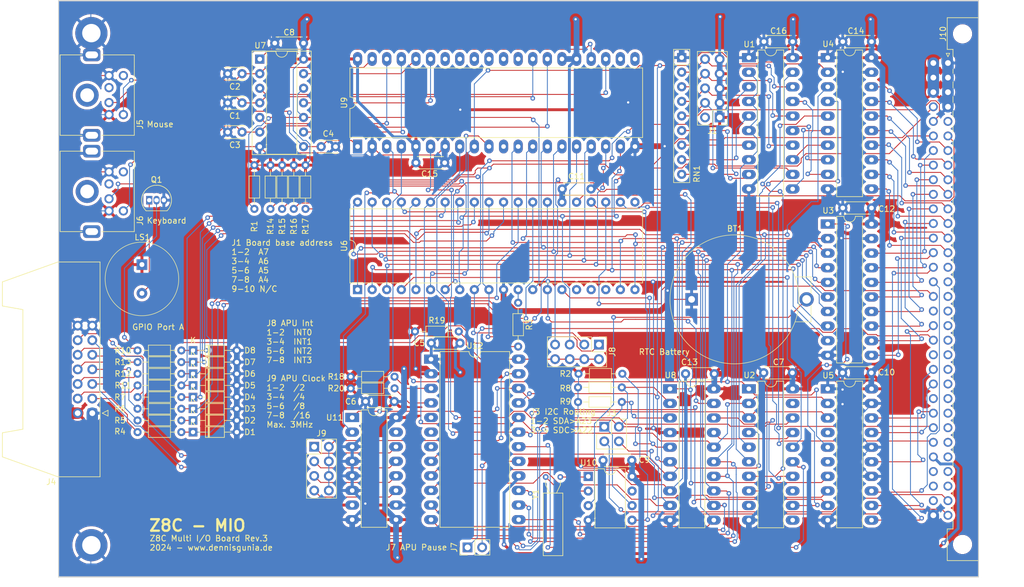
<source format=kicad_pcb>
(kicad_pcb (version 20221018) (generator pcbnew)
  (title_block (rev "2"))
  (layers (0 "F.Cu" signal) (31 "B.Cu" signal) (34 "B.Paste" user) (35 "F.Paste" user) (36 "B.SilkS" user "B.Silkscreen") (37 "F.SilkS" user "F.Silkscreen") (38 "B.Mask" user) (39 "F.Mask" user) (44 "Edge.Cuts" user))
  (net 0 "")
  (net 1 "MSDI")
  (net 2 "GND")
  (net 3 "MSCI")
  (net 4 "KBDI")
  (net 5 "KBCI")
  (net 6 "+5V")
  (net 7 "Net-(U10-VBAT)")
  (net 8 "Net-(D1-K)")
  (net 9 "/A22")
  (net 10 "/A23")
  (net 11 "Net-(D2-K)")
  (net 12 "Net-(D3-K)")
  (net 13 "/MEMAQ")
  (net 14 "/A0")
  (net 15 "/A1")
  (net 16 "/A2")
  (net 17 "/A3")
  (net 18 "/A4")
  (net 19 "/A5")
  (net 20 "/A6")
  (net 21 "/A7")
  (net 22 "/A8")
  (net 23 "/A9")
  (net 24 "/A10")
  (net 25 "/A11")
  (net 26 "/A12")
  (net 27 "/A13")
  (net 28 "/A14")
  (net 29 "/A15")
  (net 30 "/~{BUSREQ}")
  (net 31 "/~{BUSACK}")
  (net 32 "/A16")
  (net 33 "/A17")
  (net 34 "/A18")
  (net 35 "/A19")
  (net 36 "/A20")
  (net 37 "/A21")
  (net 38 "/~{INT0}")
  (net 39 "/~{INT1}")
  (net 40 "/~{INT2}")
  (net 41 "/D0")
  (net 42 "/D1")
  (net 43 "/D2")
  (net 44 "/D3")
  (net 45 "/D4")
  (net 46 "/D5")
  (net 47 "/D6")
  (net 48 "/D7")
  (net 49 "/~{RESET}")
  (net 50 "/CLK_CPU")
  (net 51 "/~{INT}")
  (net 52 "/~{NMI}")
  (net 53 "/~{M1}")
  (net 54 "/~{WAIT}")
  (net 55 "/~{HALT}")
  (net 56 "/~{RD}")
  (net 57 "/~{WR}")
  (net 58 "/~{MREQ}")
  (net 59 "/~{IOREQ}")
  (net 60 "+12V")
  (net 61 "-12V")
  (net 62 "Net-(D4-K)")
  (net 63 "Net-(D5-K)")
  (net 64 "Net-(D6-K)")
  (net 65 "Net-(D7-K)")
  (net 66 "Net-(D8-K)")
  (net 68 "/~{#IOREQ}")
  (net 69 "/~{#RD}")
  (net 70 "/~{#WR}")
  (net 71 "Net-(J1-Pin_4)")
  (net 72 "Net-(J1-Pin_6)")
  (net 73 "BUSDIR")
  (net 74 "Net-(J1-Pin_8)")
  (net 75 "Net-(J1-Pin_10)")
  (net 76 "Net-(J4-Pin_3)")
  (net 77 "/#D0")
  (net 78 "/#D1")
  (net 79 "/#D2")
  (net 80 "/#D3")
  (net 81 "/#D4")
  (net 82 "/#D5")
  (net 83 "/#D6")
  (net 84 "/#D7")
  (net 85 "/#A0")
  (net 86 "/#A1")
  (net 87 "/#A2")
  (net 88 "/#A3")
  (net 89 "/#A4")
  (net 90 "/#A5")
  (net 91 "/#A6")
  (net 92 "/#A7")
  (net 93 "/~{INT3}")
  (net 94 "Net-(J4-Pin_4)")
  (net 96 "Net-(J4-Pin_5)")
  (net 97 "Net-(J4-Pin_6)")
  (net 98 "Net-(J4-Pin_7)")
  (net 99 "Net-(J4-Pin_8)")
  (net 100 "/#CLK_CPU")
  (net 101 "/~{#M1}")
  (net 102 "MSCO")
  (net 103 "MSDO")
  (net 104 "KBDO")
  (net 105 "KBCO")
  (net 106 "Net-(J4-Pin_9)")
  (net 107 "/~{#RESET}")
  (net 108 "Net-(J4-Pin_10)")
  (net 109 "Net-(J7-B)")
  (net 110 "Net-(J8-Pin_2)")
  (net 111 "Net-(J9-Pin_1)")
  (net 112 "/FPU_CLK")
  (net 113 "Net-(J9-Pin_3)")
  (net 114 "Net-(J9-Pin_5)")
  (net 115 "Net-(J9-Pin_7)")
  (net 116 "Net-(Q1-C)")
  (net 117 "Net-(Q1-B)")
  (net 118 "/~{INT_KB}")
  (net 119 "/~{INT_IIC}")
  (net 120 "/SPK_DRV")
  (net 121 "Net-(U12-~{EACK})")
  (net 122 "Net-(U12-~{SVACK})")
  (net 123 "Net-(RN1-R5)")
  (net 124 "Net-(RN1-R6)")
  (net 125 "Net-(RN1-R7)")
  (net 126 "Net-(RN1-R8)")
  (net 127 "Net-(U1-P=R)")
  (net 131 "/~{IIC_WR}")
  (net 135 "/~{CS_FPU}")
  (net 136 "/~{CS_PIO}")
  (net 137 "/~{CS_IIC}")
  (net 138 "/~{CS_PS2}")
  (net 142 "/~{RST_IIC}")
  (net 147 "Net-(U9-P2.4)")
  (net 148 "Net-(U9-P2.5)")
  (net 157 "/I2C_SDA")
  (net 158 "/I2C_SCL")
  (net 160 "Net-(U10-X1)")
  (net 161 "Net-(U10-X2)")
  (net 167 "/A22{slash}SCL")
  (net 168 "/A23{slash}SDA")
  (net 169 "Net-(J10-IEI)")
  (net 170 "Net-(J10-IEO)")
  (footprint "Diode_THT:D_DO-34_SOD68_P7.62mm_Horizontal" (layer "F.Cu") (at 66.543 109.22)
    (fp_text reference "D8")
    (fp_text value "5.1V")
  )
  (footprint "Capacitor_THT:C_Disc_D3.0mm_W2.0mm_P2.50mm" (layer "F.Cu") (at 75.078011 61.045989 180)
    (fp_text reference "C2")
    (fp_text value "47pF")
  )
  (footprint "Capacitor_THT:C_Disc_D4.3mm_W1.9mm_P5.00mm" (layer "F.Cu") (at 170.856011 55.457989 180)
    (fp_text reference "C16")
    (fp_text value "100nF")
  )
  (footprint "Resistor_THT:R_Axial_DIN0204_L3.6mm_D1.6mm_P7.62mm_Horizontal" (layer "F.Cu") (at 105.156 105.918)
    (fp_text reference "R19")
    (fp_text value "4k7")
  )
  (footprint "Diode_THT:D_DO-34_SOD68_P7.62mm_Horizontal" (layer "F.Cu") (at 66.543 117.348)
    (fp_text reference "D4")
    (fp_text value "5.1V")
  )
  (footprint "Resistor_THT:R_Axial_DIN0204_L3.6mm_D1.6mm_P7.62mm_Horizontal" (layer "F.Cu") (at 64.516 111.252 180)
    (fp_text reference "R13")
    (fp_text value "68")
  )
  (footprint "Package_DIP:DIP-14_W7.62mm_Socket" (layer "F.Cu") (at 78.156011 58.495989)
    (fp_text reference "U7")
    (fp_text value "7406")
  )
  (footprint "Resistor_THT:R_Axial_DIN0204_L3.6mm_D1.6mm_P7.62mm_Horizontal" (layer "F.Cu") (at 64.516 121.412 180)
    (fp_text reference "R5")
    (fp_text value "68")
  )
  (footprint "Resistor_THT:R_Axial_DIN0204_L3.6mm_D1.6mm_P7.62mm_Horizontal" (layer "F.Cu") (at 133.604 113.284)
    (fp_text reference "R2")
    (fp_text value "10k")
  )
  (footprint "Resistor_THT:R_Axial_DIN0204_L3.6mm_D1.6mm_P7.62mm_Horizontal" (layer "F.Cu") (at 84.074 84.582 90)
    (fp_text reference "R16")
    (fp_text value "4k7")
  )
  (footprint "Package_DIP:DIP-20_W7.62mm_LongPads" (layer "F.Cu") (at 163.236011 58.251989)
    (fp_text reference "U1")
    (fp_text value "74HC688")
  )
  (footprint "Capacitor_THT:C_Disc_D3.0mm_W2.0mm_P2.50mm" (layer "F.Cu") (at 88.834011 73.745989)
    (fp_text reference "C4")
    (fp_text value "47pF")
  )
  (footprint "Capacitor_THT:C_Disc_D4.3mm_W1.9mm_P5.00mm" (layer "F.Cu") (at 184.572011 55.457989 180)
    (fp_text reference "C14")
    (fp_text value "100nF")
  )
  (footprint "Resistor_THT:R_Axial_DIN0204_L3.6mm_D1.6mm_P7.62mm_Horizontal" (layer "F.Cu") (at 133.518011 118.195989)
    (fp_text reference "R9")
    (fp_text value "4k7")
  )
  (footprint "Capacitor_THT:C_Disc_D4.3mm_W1.9mm_P5.00mm" (layer "F.Cu") (at 170.816011 113.115989 180)
    (fp_text reference "C7")
    (fp_text value "100nF")
  )
  (footprint "Package_TO_SOT_THT:TO-92_Inline" (layer "F.Cu") (at 58.928 83.058)
    (fp_text reference "Q1")
    (fp_text value "BC548")
  )
  (footprint "Package_DIP:DIP-40_W15.24mm" (layer "F.Cu") (at 95.164011 98.637989 90)
    (fp_text reference "U6")
    (fp_text value "PIO-DIP-40")
  )
  (footprint "Resistor_THT:R_Axial_DIN0204_L3.6mm_D1.6mm_P7.62mm_Horizontal" (layer "F.Cu") (at 64.516 109.22 180)
    (fp_text reference "R10")
    (fp_text value "68")
  )
  (footprint "Resistor_THT:R_Axial_DIN0204_L3.6mm_D1.6mm_P7.62mm_Horizontal" (layer "F.Cu") (at 93.98 113.792)
    (fp_text reference "R18")
    (fp_text value "10k")
  )
  (footprint "Resistor_THT:R_Axial_DIN0204_L3.6mm_D1.6mm_P7.62mm_Horizontal" (layer "F.Cu") (at 64.516 123.444 180)
    (fp_text reference "R4")
    (fp_text value "68")
  )
  (footprint "Connector_PinHeader_2.54mm:PinHeader_2x05_P2.54mm_Vertical" (layer "F.Cu") (at 158.156011 68.660989 180)
    (fp_text reference "J1")
    (fp_text value "Conn_02x05_Odd_Even")
  )
  (footprint "Connector_PinHeader_2.54mm:PinHeader_2x02_P2.54mm_Vertical" (layer "F.Cu") (at 138.085011 122.508989)
    (fp_text reference "J3")
    (fp_text value "Conn_02x02_Top_Bottom" hide)
  )
  (footprint "Resistor_THT:R_Axial_DIN0204_L3.6mm_D1.6mm_P7.62mm_Horizontal" (layer "F.Cu") (at 77.216 76.962 -90)
    (fp_text reference "R1")
    (fp_text value "4k7")
  )
  (footprint "Diode_THT:D_DO-34_SOD68_P7.62mm_Horizontal" (layer "F.Cu") (at 66.543 119.38)
    (fp_text reference "D3")
    (fp_text value "5.1V")
  )
  (footprint "Package_DIP:DIP-16_W7.62mm_LongPads" (layer "F.Cu") (at 94.234 120.904)
    (fp_text reference "U11")
    (fp_text value "74HC161")
  )
  (footprint "Resistor_THT:R_Axial_DIN0204_L3.6mm_D1.6mm_P7.62mm_Horizontal" (layer "F.Cu") (at 123.104011 100.923989 -90)
    (fp_text reference "R3")
    (fp_text value "220")
  )
  (footprint "Capacitor_THT:C_Disc_D3.0mm_W2.0mm_P2.50mm" (layer "F.Cu") (at 75.078011 71.205989 180)
    (fp_text reference "C3")
    (fp_text value "47pF")
  )
  (footprint "Diode_THT:D_DO-34_SOD68_P7.62mm_Horizontal" (layer "F.Cu") (at 66.543 121.412)
    (fp_text reference "D2")
    (fp_text value "5.1V")
  )
  (footprint "Resistor_THT:R_Axial_DIN0204_L3.6mm_D1.6mm_P7.62mm_Horizontal" (layer "F.Cu") (at 64.516 119.38 180)
    (fp_text reference "R6")
    (fp_text value "68")
  )
  (footprint "Package_DIP:DIP-20_W7.62mm_LongPads" (layer "F.Cu") (at 176.952011 87.207989)
    (fp_text reference "U3")
    (fp_text value "74HC2T45")
  )
  (footprint "Diode_THT:D_DO-34_SOD68_P7.62mm_Horizontal" (layer "F.Cu") (at 66.543 115.316)
    (fp_text reference "D5")
    (fp_text value "5.1V")
  )
  (footprint "Resistor_THT:R_Array_SIP9" (layer "F.Cu") (at 151.552011 58.236989 -90)
    (fp_text reference "RN1")
    (fp_text value "R_Network08")
  )
  (footprint "Package_DIP:DIP-8_W7.62mm" (layer "F.Cu") (at 135.296011 131.159989)
    (fp_text reference "U10")
    (fp_text value "DS1307+")
  )
  (footprint "Dennis:PS2" (layer "F.Cu") (at 43.429 88.529 90)
    (fp_text reference "J6")
    (fp_text value "Mini-DIN-6")
  )
  (footprint "Diode_THT:D_DO-34_SOD68_P7.62mm_Horizontal" (layer "F.Cu") (at 66.543 123.444)
    (fp_text reference "D1")
    (fp_text value "5.1V")
  )
  (footprint "Resistor_THT:R_Axial_DIN0204_L3.6mm_D1.6mm_P7.62mm_Horizontal" (layer "F.Cu") (at 86.106 84.582 90)
    (fp_text reference "R17")
    (fp_text value "4k7")
  )
  (footprint "Package_DIP:DIP-20_W7.62mm_LongPads" (layer "F.Cu") (at 176.952011 58.251989)
    (fp_text reference "U4")
    (fp_text value "74HC245")
  )
  (footprint "Connector_PinHeader_2.54mm:PinHeader_2x04_P2.54mm_Vertical" (layer "F.Cu") (at 87.625 125.994)
    (fp_text reference "J9")
    (fp_text value "Conn_02x04_Odd_Even")
  )
  (footprint "Dennis:Z8C Card" (layer "F.Cu") (at 199.356 98.552)
    (fp_text reference "J10")
    (fp_text value "Z8C_Card")
    (fp_line (start -156.21 -50.165) (end -156.21 50.165) (stroke (width 0.1)) (layer "Edge.Cuts"))
    (fp_line (start -156.21 50.165) (end 3.81 50.165) (stroke (width 0.1)) (layer "Edge.Cuts"))
    (fp_line (start 3.81 -50.165) (end -156.21 -50.165) (stroke (width 0.1)) (layer "Edge.Cuts"))
    (fp_line (start 3.81 50.165) (end 3.81 -50.165) (stroke (width 0.1)) (layer "Edge.Cuts"))
  )
  (footprint "digikey-footprints:Piezo_Transducer_THT_PS1240P02BT" (layer "F.Cu") (at 57.658 94.274)
    (fp_text reference "LS1")
    (fp_text value "Speaker")
  )
  (footprint "Crystal:Crystal_AT310_D3.0mm_L10.0mm_Horizontal" (layer "F.Cu") (at 127.900011 131.257989)
    (fp_text reference "Y1")
    (fp_text value "32.768 kHz")
  )
  (footprint "Package_DIP:DIP-40_W15.24mm_LongPads" (layer "F.Cu") (at 95.164011 73.720989 90)
    (fp_text reference "U9")
    (fp_text value "8048")
  )
  (footprint "Capacitor_THT:C_Disc_D4.3mm_W1.9mm_P5.00mm" (layer "F.Cu") (at 112.99 107.95 180)
    (fp_text reference "C5")
    (fp_text value "100nF")
  )
  (footprint "Package_DIP:DIP-20_W7.62mm_LongPads" (layer "F.Cu") (at 176.952011 115.904989)
    (fp_text reference "U5")
    (fp_text value "74HC245")
  )
  (footprint "Diode_THT:D_DO-34_SOD68_P7.62mm_Horizontal" (layer "F.Cu") (at 66.543 111.252)
    (fp_text reference "D7")
    (fp_text value "5.1V")
  )
  (footprint "Diode_THT:D_DO-34_SOD68_P7.62mm_Horizontal" (layer "F.Cu") (at 66.543 113.284)
    (fp_text reference "D6")
    (fp_text value "5.1V")
  )
  (footprint "Capacitor_THT:C_Disc_D4.3mm_W1.9mm_P5.00mm" (layer "F.Cu") (at 105.324011 76.539989)
    (fp_text reference "C15")
    (fp_text value "100nF")
  )
  (footprint "Resistor_THT:R_Axial_DIN0204_L3.6mm_D1.6mm_P7.62mm_Horizontal" (layer "F.Cu") (at 93.98 115.824)
    (fp_text reference "R20")
    (fp_text value "10k")
  )
  (footprint "Connector_PinHeader_2.54mm:PinHeader_2x04_P2.54mm_Vertical" (layer "F.Cu") (at 137.15 108.199 -90)
    (fp_text reference "J8")
    (fp_text value "Conn_02x04_Odd_Even")
  )
  (footprint "Capacitor_THT:C_Disc_D4.3mm_W1.9mm_P5.00mm" (layer "F.Cu") (at 184.532011 113.115989 180)
    (fp_text reference "C10")
    (fp_text value "100nF")
  )
  (footprint "Capacitor_THT:C_Disc_D4.3mm_W1.9mm_P5.00mm" (layer "F.Cu") (at 130.764011 81.111989)
    (fp_text reference "C11")
    (fp_text value "100nF")
  )
  (footprint "Connector_PinHeader_2.54mm:PinHeader_1x02_P2.54mm_Vertical" (layer "F.Cu") (at 114.3 143.51 90)
    (fp_text reference "J7")
    (fp_text value "Jumper_2_Bridged")
  )
  (footprint "Capacitor_THT:C_Disc_D4.3mm_W1.9mm_P5.00mm" (layer "F.Cu") (at 157.226 113.284 180)
    (fp_text reference "C13")
    (fp_text value "100nF")
  )
  (footprint "Capacitor_THT:C_Disc_D4.3mm_W1.9mm_P5.00mm" (layer "F.Cu") (at 101.56 118.11 180)
    (fp_text reference "C6")
    (fp_text value "100nF")
  )
  (footprint "Capacitor_THT:C_Disc_D4.3mm_W1.9mm_P5.00mm" (layer "F.Cu") (at 142.876011 128.355989 180)
    (fp_text reference "C9")
    (fp_text value "100nF")
  )
  (footprint "Resistor_THT:R_Axial_DIN0204_L3.6mm_D1.6mm_P7.62mm_Horizontal" (layer "F.Cu") (at 80.01 84.582 90)
    (fp_text reference "R14")
    (fp_text value "4k7")
  )
  (footprint "Resistor_THT:R_Axial_DIN0204_L3.6mm_D1.6mm_P7.62mm_Horizontal" (layer "F.Cu") (at 64.516 113.284 180)
    (fp_text reference "R12")
    (fp_text value "68")
  )
  (footprint "digikey-footprints:Battery_Holder_Coin_2032_BS-7" (layer "F.Cu") (at 153.2763 100.33)
    (fp_text reference "BT1")
    (fp_text value "3V")
  )
  (footprint "Capacitor_THT:C_Disc_D4.3mm_W1.9mm_P5.00mm" (layer "F.Cu") (at 85.766011 55.711989 180)
    (fp_text reference "C8")
    (fp_text value "100nF")
  )
  (footprint "Capacitor_THT:C_Disc_D4.3mm_W1.9mm_P5.00mm" (layer "F.Cu") (at 184.572011 84.413989 180)
    (fp_text reference "C12")
    (fp_text value "100nF")
  )
  (footprint "Resistor_THT:R_Axial_DIN0204_L3.6mm_D1.6mm_P7.62mm_Horizontal" (layer "F.Cu") (at 82.042 84.582 90)
    (fp_text reference "R15")
    (fp_text value "4k7")
  )
  (footprint "Connector_IDC:IDC-Header_2x07_P2.54mm_Latch_Horizontal" (layer "F.Cu") (at 49.022 120.142 180)
    (fp_text reference "J4")
    (fp_text value "Conn_02x07_Odd_Even")
  )
  (footprint "Resistor_THT:R_Axial_DIN0204_L3.6mm_D1.6mm_P7.62mm_Horizontal" (layer "F.Cu") (at 64.516 115.316 180)
    (fp_text reference "R11")
    (fp_text value "68")
  )
  (footprint "Package_DIP:DIP-24_W15.24mm_LongPads" (layer "F.Cu") (at 107.95 110.744)
    (fp_text reference "U12")
    (fp_text value "Am9511A")
  )
  (footprint "Package_DIP:DIP-20_W7.62mm_LongPads" (layer "F.Cu") (at 163.236011 115.904989)
    (fp_text reference "U2")
    (fp_text value "GAL16V8")
  )
  (footprint "Resistor_THT:R_Axial_DIN0204_L3.6mm_D1.6mm_P7.62mm_Horizontal" (layer "F.Cu") (at 133.518011 115.655989)
    (fp_text reference "R8")
    (fp_text value "4k7")
  )
  (footprint "Dennis:PS2" (layer "F.Cu") (at 43.429 71.765 90)
    (fp_text reference "J5")
    (fp_text value "Mini-DIN-6")
  )
  (footprint "Package_DIP:DIP-20_W7.62mm_LongPads" (layer "F.Cu") (at 149.520011 115.904989)
    (fp_text reference "U8")
    (fp_text value "PCF8584")
  )
  (footprint "Resistor_THT:R_Axial_DIN0204_L3.6mm_D1.6mm_P7.62mm_Horizontal" (layer "F.Cu") (at 64.516 117.348 180)
    (fp_text reference "R7")
    (fp_text value "68")
  )
  (footprint "Capacitor_THT:C_Disc_D3.0mm_W2.0mm_P2.50mm" (layer "F.Cu") (at 75.078011 66.125989 180)
    (fp_text reference "C1")
    (fp_text value "47pF")
  )
  (gr_line (start 43.18 148.59) (end 203.2 148.59) (stroke (width 0.1)) (layer "Edge.Cuts"))
  (gr_line (start 43.18 48.26) (end 43.18 148.59) (stroke (width 0.1)) (layer "Edge.Cuts"))
  (gr_line (start 203.2 148.59) (end 203.2 48.26) (stroke (width 0.1)) (layer "Edge.Cuts"))
  (gr_line (start 203.2 48.26) (end 43.18 48.26) (stroke (width 0.1)) (layer "Edge.Cuts"))
  (gr_text "J7 APU Pause" (at 105.41 143.51) (layer "F.SilkS") (effects (font (size 1 1))))
  (gr_text "J9 APU Clock\n1-2  /2\n3-4  /4\n5-6  /8\n7-8  /16\nMax. 3MHz" (at 79.248 118.11) (layer "F.SilkS") (effects (font (size 1 1)) (justify left)))
  (gr_text "Mouse" (at 58.42 69.85) (layer "F.SilkS") (effects (font (size 1 1)) (justify left)))
  (gr_text "J1 Board base address\n1-2  A7\n3-4  A6\n5-6  A5\n7-8  A4\n9-10 N/C" (at 73.152 94.488) (layer "F.SilkS") (effects (font (size 1 1)) (justify left)))
  (gr_text "RTC Battery" (at 144.018 109.474) (layer "F.SilkS") (effects (font (size 1 1)) (justify left)))
  (gr_text "GPIO Port A" (at 55.88 105.156) (layer "F.SilkS") (effects (font (size 1 1)) (justify left)))
  (gr_text "J3 I2C Routing\n1-2 SDA>A23\n3-4 SDC>A22" (at 125.136011 121.497989) (layer "F.SilkS") (effects (font (size 1 1)) (justify left)))
  (gr_text "Keyboard" (at 58.42 86.614) (layer "F.SilkS") (effects (font (size 1 1)) (justify left)))
  (gr_text "J8 APU Int\n1-2  INT0\n3-4  INT1\n5-6  INT2\n7-8  INT3" (at 79.248 107.696) (layer "F.SilkS") (effects (font (size 1 1)) (justify left)))
  (gr_text "Z8C Multi I/O Board Rev.3\n2024 - www.dennisgunia.de" (at 58.928 142.748) (layer "F.SilkS") (effects (font (size 1 1)) (justify left)))
  (gr_text "Z8C - MIO" (at 67.31 139.7) (layer "F.SilkS") (effects (font (size 2 2) (thickness 0.4))))
  (segment (start 75.078011 66.125989) (end 78.146011 66.125989) (width 0.153) (layer "F.Cu") (net 1))
  (segment (start 72.417022 63.465) (end 75.078011 66.125989) (width 0.153) (layer "F.Cu") (net 1))
  (segment (start 78.146011 66.125989) (end 78.156011 66.115989) (width 0.153) (layer "F.Cu") (net 1))
  (segment (start 55.788 63.465) (end 72.417022 63.465) (width 0.153) (layer "F.Cu") (net 1))
  (segment (start 53.188 66.065) (end 55.788 63.465) (width 0.153) (layer "F.Cu") (net 1))
  (segment (start 79.232022 65.039978) (end 125.355989 65.039978) (width 0.153) (layer "F.Cu") (net 1))
  (segment (start 78.156011 66.115989) (end 79.232022 65.039978) (width 0.153) (layer "F.Cu") (net 1))
  (segment (start 51.929 66.065) (end 53.188 66.065) (width 0.153) (layer "F.Cu") (net 1))
  (segment (start 125.355989 65.039978) (end 125.644011 65.328) (width 0.153) (layer "F.Cu") (net 1))
  (via (at 125.644011 65.328) (size 0.8) (drill 0.4) (layers "F.Cu" "B.Cu") (net 1))
  (segment (start 125.644011 65.328) (end 125.644011 58.480989) (width 0.153) (layer "B.Cu") (net 1))
  (segment (start 179.652011 60.791989) (end 179.572011 60.711989) (width 0.153) (layer "F.Cu") (net 2))
  (segment (start 143.485 73.66) (end 143.424011 73.720989) (width 1) (layer "F.Cu") (net 2))
  (segment (start 96.774 136.144) (end 96.52 135.89) (width 0.5) (layer "F.Cu") (net 2))
  (segment (start 120.564011 100.363198) (end 122.562813 102.362) (width 1) (layer "F.Cu") (net 2))
  (segment (start 78.156011 73.735989) (end 79.242022 74.822) (width 0.153) (layer "F.Cu") (net 2))
  (segment (start 179.404989 115.904989) (end 179.532011 116.032011) (width 0.153) (layer "F.Cu") (net 2))
  (segment (start 147.828 102.362) (end 149.098 101.092) (width 1) (layer "F.Cu") (net 2))
  (segment (start 122.562813 102.362) (end 147.828 102.362) (width 1) (layer "F.Cu") (net 2))
  (segment (start 184.572011 118.444989) (end 179.659033 118.444989) (width 0.153) (layer "F.Cu") (net 2))
  (segment (start 184.572011 60.791989) (end 179.652011 60.791989) (width 0.153) (layer "F.Cu") (net 2))
  (segment (start 149.098 101.092) (end 149.098 100.33) (width 1) (layer "F.Cu") (net 2))
  (segment (start 90.258 74.822) (end 91.334011 73.745989) (width 0.153) (layer "F.Cu") (net 2))
  (segment (start 149.098 100.33) (end 149.098 98.806) (width 1) (layer "F.Cu") (net 2))
  (segment (start 108.927991 75.197009) (end 110.404011 73.720989) (width 0.153) (layer "F.Cu") (net 2))
  (segment (start 140.97 67.31) (end 142.24 66.04) (width 0.5) (layer "F.Cu") (net 2))
  (segment (start 179.659033 118.444989) (end 179.532011 118.572011) (width 0.153) (layer "F.Cu") (net 2))
  (segment (start 179.409989 89.747989) (end 179.324 89.662) (width 0.153) (layer "F.Cu") (net 2))
  (segment (start 79.242022 74.822) (end 90.258 74.822) (width 0.153) (layer "F.Cu") (net 2))
  (segment (start 72.578011 71.205989) (end 75.108011 73.735989) (width 0.153) (layer "F.Cu") (net 2))
  (segment (start 75.108011 73.735989) (end 78.156011 73.735989) (width 0.153) (layer "F.Cu") (net 2))
  (segment (start 184.572011 89.747989) (end 179.409989 89.747989) (width 0.153) (layer "F.Cu") (net 2))
  (segment (start 97.704011 73.720989) (end 99.180031 75.197009) (width 0.153) (layer "F.Cu") (net 2))
  (segment (start 101.854 136.144) (end 96.774 136.144) (width 0.5) (layer "F.Cu") (net 2))
  (segment (start 99.180031 75.197009) (end 108.927991 75.197009) (width 0.153) (layer "F.Cu") (net 2))
  (segment (start 153.2763 100.33) (end 149.098 100.33) (width 0.153) (layer "F.Cu") (net 2))
  (segment (start 176.952011 115.904989) (end 179.404989 115.904989) (width 0.153) (layer "F.Cu") (net 2))
  (segment (start 120.564011 98.637989) (end 120.564011 100.363198) (width 1) (layer "F.Cu") (net 2))
  (segment (start 61.468 83.058) (end 61.468 82.833) (width 0.153) (layer "F.Cu") (net 2))
  (segment (start 113.03 67.31) (end 140.97 67.31) (width 0.5) (layer "F.Cu") (net 2))
  (segment (start 148.59 73.66) (end 143.485 73.66) (width 1) (layer "F.Cu") (net 2))
  (via (at 148.59 73.66) (size 0.8) (drill 0.4) (layers "F.Cu" "B.Cu") (net 2))
  (via (at 179.532011 116.032011) (size 0.8) (drill 0.4) (layers "F.Cu" "B.Cu") (net 2))
  (via (at 179.324 89.662) (size 0.8) (drill 0.4) (layers "F.Cu" "B.Cu") (net 2))
  (via (at 179.572011 60.711989) (size 0.8) (drill 0.4) (layers "F.Cu" "B.Cu") (net 2))
  (via (at 149.098 98.806) (size 0.8) (drill 0.4) (layers "F.Cu" "B.Cu") (net 2))
  (via (at 142.24 66.04) (size 0.8) (drill 0.4) (layers "F.Cu" "B.Cu") (net 2))
  (via (at 113.03 67.31) (size 0.8) (drill 0.4) (layers "F.Cu" "B.Cu") (net 2))
  (via (at 96.52 135.89) (size 0.8) (drill 0.4) (layers "F.Cu" "B.Cu") (net 2))
  (via (at 179.532011 118.572011) (size 0.8) (drill 0.4) (layers "F.Cu" "B.Cu") (net 2))
  (segment (start 184.572011 118.644014) (end 184.572011 118.444989) (width 0.153) (layer "B.Cu") (net 2))
  (segment (start 183.095991 129.668969) (end 183.095991 127.541009) (width 0.153) (layer "B.Cu") (net 2))
  (segment (start 74.168 129.54) (end 74.168 147.066) (width 1) (layer "B.Cu") (net 2))
  (segment (start 179.572011 55.457989) (end 179.572011 60.711989) (width 0.5) (layer "B.Cu") (net 2))
  (segment (start 179.532011 136.184989) (end 176.952011 138.764989) (width 0.5) (layer "B.Cu") (net 2))
  (segment (start 80.766011 55.711989) (end 80.766011 71.125989) (width 1) (layer "B.Cu") (net 2))
  (segment (start 109.728 147.32) (end 135.128 147.32) (width 2) (layer "B.Cu") (net 2))
  (segment (start 179.572011 55.631989) (end 176.952011 58.251989) (width 0.5) (layer "B.Cu") (net 2))
  (segment (start 44.484 68.165) (end 44.432489 68.216511) (width 0.153) (layer "B.Cu") (net 2))
  (segment (start 74.163 115.316) (end 74.163 117.348) (width 1) (layer "B.Cu") (net 2))
  (segment (start 135.764011 81.111989) (end 136.033011 81.111989) (width 1) (layer "B.Cu") (net 2))
  (segment (start 74.163 125.476) (end 74.163 127.508) (width 1) (layer "B.Cu") (net 2))
  (segment (start 179.572011 49.789989) (end 179.832 49.53) (width 0.5) (layer "B.Cu") (net 2))
  (segment (start 143.338022 66.04) (end 143.424011 65.954011) (width 0.5) (layer "B.Cu") (net 2))
  (segment (start 74.163 117.348) (end 74.163 119.38) (width 1) (layer "B.Cu") (net 2))
  (segment (start 44.432489 71.137511) (end 44.432489 74.912489) (width 2) (layer "B.Cu") (net 2))
  (segment (start 152.226 113.284) (end 152.226 136.059) (width 0.5) (layer "B.Cu") (net 2))
  (segment (start 177.546 147.32) (end 195.326 147.32) (width 2) (layer "B.Cu") (net 2))
  (segment (start 96.228 75.197) (end 97.704011 73.720989) (width 0.153) (layer "B.Cu") (net 2))
  (segment (start 179.324 89.662) (end 179.572011 89.413989) (width 0.153) (layer "B.Cu") (net 2))
  (segment (start 74.168 147.066) (end 74.422 147.32) (width 1) (layer "B.Cu") (net 2))
  (segment (start 146.558 58.928) (end 146.558 50.038) (width 1) (layer "B.Cu") (net 2))
  (segment (start 80.766011 49.789989) (end 81.026 49.53) (width 1) (layer "B.Cu") (net 2))
  (segment (start 143.424011 73.720989) (end 143.424011 65.954011) (width 1) (layer "B.Cu") (net 2))
  (segment (start 51.929 84.929) (end 44.507978 84.929) (width 0.153) (layer "B.Cu") (net 2))
  (segment (start 110.404011 73.720989) (end 110.404011 69.935989) (width 0.5) (layer "B.Cu") (net 2))
  (segment (start 179.572011 60.711989) (end 179.572011 84.413989) (width 0.5) (layer "B.Cu") (net 2))
  (segment (start 44.821 88.529) (end 44.432489 88.917511) (width 0.5) (layer "B.Cu") (net 2))
  (segment (start 152.226 136.059) (end 149.520011 138.764989) (width 0.5) (layer "B.Cu") (net 2))
  (segment (start 95.88352 137.03448) (end 94.234 138.684) (width 0.5) (layer "B.Cu") (net 2))
  (segment (start 179.532011 112.647989) (end 176.952011 110.067989) (width 0.5) (layer "B.Cu") (net 2))
  (segment (start 107.99 107.95) (end 107.99 110.704) (width 0.5) (layer "B.Cu") (net 2))
  (segment (start 195.326 147.32) (end 195.326 137.922) (width 2) (layer "B.Cu") (net 2))
  (segment (start 149.520011 146.980011) (end 149.86 147.32) (width 1) (layer "B.Cu") (net 2))
  (segment (start 179.532011 113.115989) (end 179.532011 116.032011) (width 0.5) (layer "B.Cu") (net 2))
  (segment (start 179.532011 118.572011) (end 179.532011 136.184989) (width 0.5) (layer "B.Cu") (net 2))
  (segment (start 96.52 135.89) (end 95.88352 135.25352) (width 0.5) (layer "B.Cu") (net 2))
  (segment (start 81.026 49.53) (end 49.022 49.53) (width 2) (layer "B.Cu") (net 2))
  (segment (start 74.163 113.284) (end 74.163 115.316) (width 1) (layer "B.Cu") (net 2))
  (segment (start 137.876011 128.355989) (end 137.876011 136.199989) (width 1) (layer "B.Cu") (net 2))
  (segment (start 179.532011 113.115989) (end 179.532011 112.647989) (width 0.5) (layer "B.Cu") (net 2))
  (segment (start 165.856011 55.631989) (end 163.236011 58.251989) (width 0.5) (layer "B.Cu") (net 2))
  (segment (start 197.731479 59.047479) (end 197.731479 49.649479) (width 2) (layer "B.Cu") (net 2))
  (segment (start 197.612 49.53) (end 184.658 49.53) (width 2) (layer "B.Cu") (net 2))
  (segment (start 165.816011 136.184989) (end 163.236011 138.764989) (width 0.5) (layer "B.Cu") (net 2))
  (segment (start 93.894011 147.151989) (end 93.726 147.32) (width 0.5) (layer "B.Cu") (net 2))
  (segment (start 93.726 147.32) (end 109.728 147.32) (width 2) (layer "B.Cu") (net 2))
  (segment (start 170.942 49.53) (end 166.116 49.53) (width 2) (layer "B.Cu") (net 2))
  (segment (start 44.517978 78.129) (end 44.432489 78.214489) (width 1.5) (layer "B.Cu") (net 2))
  (segment (start 176.952011 146.726011) (end 177.546 147.32) (width 1) (layer "B.Cu") (net 2))
  (segment (start 74.163 119.38) (end 74.163 121.412) (width 1) (layer "B.Cu") (net 2))
  (segment (start 149.520011 138.764989) (end 149.520011 146.980011) (width 1) (layer "B.Cu") (net 2))
  (segment (start 74.163 127.508) (end 74.163 129.535) (width 1) (layer "B.Cu") (net 2))
  (segment (start 44.432489 58.402489) (end 44.432489 61.958489) (width 2) (layer "B.Cu") (net 2))
  (segment (start 197.866 61.722) (end 197.866 64.262) (width 2) (layer "B.Cu") (net 2))
  (segment (start 149.86 147.32) (end 163.068 147.32) (width 2) (layer "B.Cu") (net 2))
  (segment (start 95.88352 135.25352) (end 95.88352 137.03448) (width 0.5) (layer "B.Cu") (net 2))
  (segment (start 179.572011 84.413989) (end 179.572011 88.894011) (width 0.5) (layer "B.Cu") (net 2))
  (segment (start 163.236011 138.764989) (end 163.236011 147.151989) (width 1) (layer "B.Cu") (net 2))
  (segment (start 197.866 59.182) (end 197.866 61.722) (width 2) (layer "B.Cu") (net 2))
  (segment (start 44.432489 49.547511) (end 44.432489 58.402489) (width 2) (layer "B.Cu") (net 2))
  (segment (start 48.929 88.529) (end 44.821 88.529) (width 0.5) (layer "B.Cu") (net 2))
  (segment (start 152.146 49.53) (end 146.05 49.53) (width 2) (layer "B.Cu") (net 2))
  (segment (start 149.349522 98.554478) (end 149.349522 74.419522) (width 1) (layer "B.Cu") (net 2))
  (segment (start 179.572011 89.413989) (end 179.572011 88.894011) (width 0.153) (layer "B.Cu") (net 2))
  (segment (start 44.432489 74.912489) (end 44.432489 78.214489) (width 2) (layer "B.Cu") (net 2))
  (segment (start 94.234 128.524) (end 94.234 125.984) (width 0.5) (layer "B.Cu") (net 2))
  (segment (start 142.24 66.04) (end 143.338022 66.04) (width 0.5) (layer "B.Cu") (net 2))
  (segment (start 44.45 49.53) (end 44.432489 49.547511) (width 2) (layer "B.Cu") (net 2))
  (segment (start 44.432489 147.302489) (end 44.45 147.32) (width 2) (layer "B.Cu") (net 2))
  (segment (start 183.095991 127.541009) (end 184.572011 126.064989) (width 0.153) (layer "B.Cu") (net 2))
  (segment (start 44.432489 88.917511) (end 44.432489 123.207511) (width 2) (layer "B.Cu") (net 2))
  (segment (start 165.816011 113.115989) (end 165.816011 136.184989) (width 0.5) (layer "B.Cu") (net 2))
  (segment (start 179.572011 107.447989) (end 176.952011 110.067989) (width 0.5) (layer "B.Cu") (net 2))
  (segment (start 48.768 53.848) (end 48.768 49.784) (width 0.153) (layer "B.Cu") (net 2))
  (segment (start 72.578011 71.205989) (end 72.578011 66.125989) (width 0.153) (layer "B.Cu") (net 2))
  (segment (start 94.234 133.604) (end 95.88352 135.25352) (width 0.5) (layer "B.Cu") (net 2))
  (segment (start 137.876011 136.199989) (end 135.296011 138.779989) (width 1) (layer "B.Cu") (net 2))
  (segment (start 74.163 123.444) (end 74.163 125.476) (width 1) (layer "B.Cu") (net 2))
  (segment (start 49.022 120.142) (end 49.022 122.428) (width 2) (layer "B.Cu") (net 2))
  (segment (start 184.658 49.53) (end 179.832 49.53) (width 2) (layer "B.Cu") (net 2))
  (segment (start 80.766011 71.125989) (end 78.156011 73.735989) (width 1) (layer "B.Cu") (net 2))
  (segment (start 197.866 64.262) (end 197.866 66.802) (width 2) (layer "B.Cu") (net 2))
  (segment (start 143.424011 65.954011) (end 143.424011 62.061989) (width 1) (layer "B.Cu") (net 2))
  (segment (start 80.766011 55.711989) (end 80.766011 49.789989) (width 1) (layer "B.Cu") (net 2))
  (segment (start 44.432489 78.214489) (end 44.432489 84.853511) (width 2) (layer "B.Cu") (net 2))
  (segment (start 151.552011 50.123989) (end 152.146 49.53) (width 1) (layer "B.Cu") (net 2))
  (segment (start 179.532011 116.032011) (end 179.532011 118.572011) (width 0.5) (layer "B.Cu") (net 2))
  (segment (start 74.163 121.412) (end 74.163 123.444) (width 1) (layer "B.Cu") (net 2))
  (segment (start 94.234 133.604) (end 94.234 131.064) (width 0.5) (layer "B.Cu") (net 2))
  (segment (start 45.069978 57.765) (end 44.432489 58.402489) (width 0.5) (layer "B.Cu") (net 2))
  (segment (start 74.422 147.32) (end 93.726 147.32) (width 2) (layer "B.Cu") (net 2))
  (segment (start 48.768 147.066) (end 48.514 147.32) (width 0.153) (layer "B.Cu") (net 2))
  (segment (start 110.404011 69.935989) (end 113.03 67.31) (width 0.5) (layer "B.Cu") (net 2))
  (segment (start 165.856011 78.491989) (end 165.856011 55.457989) (width 0.5) (layer "B.Cu") (net 2))
  (segment (start 107.95 110.744) (end 109.84952 112.64352) (width 1) (layer "B.Cu") (net 2))
  (segment (start 163.236011 81.111989) (end 165.856011 78.491989) (width 0.5) (layer "B.Cu") (net 2))
  (segment (start 136.033011 81.111989) (end 143.424011 73.720989) (width 1) (layer "B.Cu") (net 2))
  (segment (start 45.059978 71.765) (end 44.432489 71.137511) (width 0.5) (layer "B.Cu") (net 2))
  (segment (start 151.552011 58.236989) (end 151.552011 50.123989) (width 1) (layer "B.Cu") (net 2))
  (segment (start 146.558 50.038) (end 146.05 49.53) (width 1) (layer "B.Cu") (net 2))
  (segment (start 176.952011 81.793989) (end 179.572011 84.413989) (width 0.5) (layer "B.Cu") (net 2))
  (segment (start 197.731479 49.649479) (end 197.612 49.53) (width 2) (layer "B.Cu") (net 2))
  (segment (start 110.324011 76.539989) (end 110.324011 73.800989) (width 1) (layer "B.Cu") (net 2))
  (segment (start 149.349522 74.419522) (end 148.59 73.66) (width 1) (layer "B.Cu") (net 2))
  (segment (start 48.929 74.529) (end 48.545511 74.912489) (width 0.5) (layer "B.Cu") (net 2))
  (segment (start 197.866 59.182) (end 197.731479 59.047479) (width 2) (layer "B.Cu") (net 2))
  (segment (start 135.296011 147.151989) (end 135.128 147.32) (width 1) (layer "B.Cu") (net 2))
  (segment (start 91.334011 73.745989) (end 92.785022 75.197) (width 0.153) (layer "B.Cu") (net 2))
  (segment (start 94.234 146.812) (end 93.726 147.32) (width 1) (layer "B.Cu") (net 2))
  (segment (start 48.242489 123.207511) (end 44.432489 123.207511) (width 2) (layer "B.Cu") (net 2))
  (segment (start 94.234 125.984) (end 96.56 123.658) (width 0.5) (layer "B.Cu") (net 2))
  (segment (start 163.068 147.32) (end 177.546 147.32) (width 2) (layer "B.Cu") (net 2))
  (segment (start 176.952011 81.111989) (end 176.952011 81.793989) (width 0.5) (layer "B.Cu") (net 2))
  (segment (start 94.234 131.064) (end 94.234 128.524) (width 0.5) (layer "B.Cu") (net 2))
  (segment (start 74.163 109.22) (end 74.163 111.252) (width 1) (layer "B.Cu") (net 2))
  (segment (start 183.095991 124.588969) (end 183.095991 120.120034) (width 0.153) (layer "B.Cu") (net 2))
  (segment (start 143.424011 62.061989) (end 146.558 58.928) (width 1) (layer "B.Cu") (net 2))
  (segment (start 176.952011 138.764989) (end 176.952011 146.726011) (width 1) (layer "B.Cu") (net 2))
  (segment (start 184.572011 49.615989) (end 184.658 49.53) (width 1) (layer "B.Cu") (net 2))
  (segment (start 92.785022 75.197) (end 96.228 75.197) (width 0.153) (layer "B.Cu") (net 2))
  (segment (start 48.768 49.784) (end 49.022 49.53) (width 0.153) (layer "B.Cu") (net 2))
  (segment (start 48.545511 74.912489) (end 44.432489 74.912489) (width 0.5) (layer "B.Cu") (net 2))
  (segment (start 49.022 122.428) (end 48.242489 123.207511) (width 2) (layer "B.Cu") (net 2))
  (segment (start 96.56 123.658) (end 96.56 118.11) (width 0.5) (layer "B.Cu") (net 2))
  (segment (start 149.098 98.806) (end 149.349522 98.554478) (width 1) (layer "B.Cu") (net 2))
  (segment (start 48.929 57.765) (end 45.069978 57.765) (width 0.5) (layer "B.Cu") (net 2))
  (segment (start 48.514 147.32) (end 74.422 147.32) (width 2) (layer "B.Cu") (net 2))
  (segment (start 184.572011 126.064989) (end 183.095991 124.588969) (width 0.153) (layer "B.Cu") (net 2))
  (segment (start 74.163 111.252) (end 74.163 113.284) (width 1) (layer "B.Cu") (net 2))
  (segment (start 44.432489 84.853511) (end 44.432489 88.917511) (width 2) (layer "B.Cu") (net 2))
  (segment (start 44.507978 84.929) (end 44.432489 84.853511) (width 0.153) (layer "B.Cu") (net 2))
  (segment (start 165.856011 55.457989) (end 165.856011 49.789989) (width 0.5) (layer "B.Cu") (net 2))
  (segment (start 165.856011 49.789989) (end 166.116 49.53) (width 0.5) (layer "B.Cu") (net 2))
  (segment (start 110.324011 73.800989) (end 110.404011 73.720989) (width 1) (layer "B.Cu") (net 2))
  (segment (start 49.022 49.53) (end 44.45 49.53) (width 2) (layer "B.Cu") (net 2))
  (segment (start 107.99 110.704) (end 107.95 110.744) (width 0.5) (layer "B.Cu") (net 2))
  (segment (start 146.05 49.53) (end 81.026 49.53) (width 2) (layer "B.Cu") (net 2))
  (segment (start 51.929 68.165) (end 44.484 68.165) (width 0.153) (layer "B.Cu") (net 2))
  (segment (start 179.832 49.53) (end 170.942 49.53) (width 2) (layer "B.Cu") (net 2))
  (segment (start 109.84952 112.64352) (end 109.84952 147.19848) (width 1) (layer "B.Cu") (net 2))
  (segment (start 135.128 147.32) (end 149.86 147.32) (width 2) (layer "B.Cu") (net 2))
  (segment (start 48.929 71.765) (end 45.059978 71.765) (width 0.5) (layer "B.Cu") (net 2))
  (segment (start 44.432489 123.207511) (end 44.432489 147.302489) (width 2) (layer "B.Cu") (net 2))
  (segment (start 94.234 138.684) (end 94.234 146.812) (width 1) (layer "B.Cu") (net 2))
  (segment (start 44.432489 61.958489) (end 44.432489 68.216511) (width 2) (layer "B.Cu") (net 2))
  (segment (start 44.432489 68.216511) (end 44.432489 71.137511) (width 2) (layer "B.Cu") (net 2))
  (segment (start 135.296011 138.779989) (end 135.296011 147.151989) (width 1) (layer "B.Cu") (net 2))
  (segment (start 109.84952 147.19848) (end 109.728 147.32) (width 1) (layer "B.Cu") (net 2))
  (segment (start 74.163 129.535) (end 74.168 129.54) (width 1) (layer "B.Cu") (net 2))
  (segment (start 163.236011 147.151989) (end 163.068 147.32) (width 1) (layer "B.Cu") (net 2))
  (segment (start 179.572011 55.457989) (end 179.572011 49.789989) (width 0.5) (layer "B.Cu") (net 2))
  (segment (start 166.116 49.53) (end 152.146 49.53) (width 2) (layer "B.Cu") (net 2))
  (segment (start 184.572011 131.144989) (end 183.095991 129.668969) (width 0.153) (layer "B.Cu") (net 2))
  (segment (start 170.856011 49.615989) (end 170.942 49.53) (width 1) (layer "B.Cu") (net 2))
  (segment (start 179.572011 88.894011) (end 179.572011 107.447989) (width 0.5) (layer "B.Cu") (net 2))
  (segment (start 179.572011 55.457989) (end 179.572011 55.631989) (width 0.5) (layer "B.Cu") (net 2))
  (segment (start 72.578011 66.125989) (end 72.578011 61.045989) (width 0.153) (layer "B.Cu") (net 2))
  (segment (start 45.025978 61.365) (end 44.432489 61.958489) (width 1.5) (layer "B.Cu") (net 2))
  (segment (start 44.45 147.32) (end 48.514 147.32) (width 2) (layer "B.Cu") (net 2))
  (segment (start 183.095991 120.120034) (end 184.572011 118.644014) (width 0.153) (layer "B.Cu") (net 2))
  (segment (start 48.768 143.002) (end 48.768 147.066) (width 0.153) (layer "B.Cu") (net 2))
  (segment (start 165.856011 55.457989) (end 165.856011 55.631989) (width 0.5) (layer "B.Cu") (net 2))
  (segment (start 96.225022 59.959978) (end 79.232022 59.959978) (width 0.153) (layer "F.Cu") (net 3))
  (segment (start 73.959001 62.164999) (end 75.078011 61.045989) (width 0.153) (layer "F.Cu") (net 3))
  (segment (start 97.704011 58.480989) (end 96.225022 59.959978) (width 0.153) (layer "F.Cu") (net 3))
  (segment (start 75.078011 61.045989) (end 78.146011 61.045989) (width 0.153) (layer "F.Cu") (net 3))
  (segment (start 55.814999 62.164999) (end 73.959001 62.164999) (width 0.153) (layer "F.Cu") (net 3))
  (segment (start 78.146011 61.045989) (end 78.156011 61.035989) (width 0.153) (layer "F.Cu") (net 3))
  (segment (start 79.232022 59.959978) (end 78.156011 61.035989) (width 0.153) (layer "F.Cu") (net 3))
  (via (at 55.814999 62.164999) (size 0.8) (drill 0.4) (layers "F.Cu" "B.Cu") (net 3))
  (segment (start 54.429 68.165) (end 54.429 63.550998) (width 0.153) (layer "B.Cu") (net 3))
  (segment (start 54.429 63.550998) (end 55.814999 62.164999) (width 0.153) (layer "B.Cu") (net 3))
  (segment (start 98.50452 70.119978) (end 98.742542 70.358) (width 0.153) (layer "F.Cu") (net 4))
  (segment (start 62.011 80.229) (end 72.110022 70.129978) (width 0.153) (layer "F.Cu") (net 4))
  (segment (start 74.002 70.129978) (end 75.078011 71.205989) (width 0.153) (layer "F.Cu") (net 4))
  (segment (start 79.232022 70.119978) (end 98.50452 70.119978) (width 0.153) (layer "F.Cu") (net 4))
  (segment (start 78.146011 71.205989) (end 78.156011 71.195989) (width 0.153) (layer "F.Cu") (net 4))
  (segment (start 128.016 70.358) (end 128.184011 70.189989) (width 0.153) (layer "F.Cu") (net 4))
  (segment (start 72.110022 70.129978) (end 74.002 70.129978) (width 0.153) (layer "F.Cu") (net 4))
  (segment (start 98.742542 70.358) (end 128.016 70.358) (width 0.153) (layer "F.Cu") (net 4))
  (segment (start 75.078011 71.205989) (end 78.146011 71.205989) (width 0.153) (layer "F.Cu") (net 4))
  (segment (start 53.502 80.229) (end 62.011 80.229) (width 0.153) (layer "F.Cu") (net 4))
  (segment (start 78.156011 71.195989) (end 79.232022 70.119978) (width 0.153) (layer "F.Cu") (net 4))
  (via (at 53.502 80.229) (size 0.8) (drill 0.4) (layers "F.Cu" "B.Cu") (net 4))
  (via (at 128.184011 70.189989) (size 0.8) (drill 0.4) (layers "F.Cu" "B.Cu") (net 4))
  (segment (start 53.502 81.256) (end 53.502 80.229) (width 0.153) (layer "B.Cu") (net 4))
  (segment (start 51.929 82.829) (end 53.502 81.256) (width 0.153) (layer "B.Cu") (net 4))
  (segment (start 128.184011 70.189989) (end 128.184011 58.480989) (width 0.153) (layer "B.Cu") (net 4))
  (segment (start 89.910022 72.669978) (end 94.113 72.669978) (width 0.153) (layer "F.Cu") (net 5))
  (segment (start 55.6745 76.8835) (end 64.978022 67.579978) (width 0.153) (layer "F.Cu") (net 5))
  (segment (start 83.073978 67.579978) (end 83.312 67.818) (width 0.153) (layer "F.Cu") (net 5))
  (segment (start 64.978022 67.579978) (end 83.073978 67.579978) (width 0.153) (layer "F.Cu") (net 5))
  (segment (start 88.824011 73.735989) (end 88.834011 73.745989) (width 0.153) (layer "F.Cu") (net 5))
  (segment (start 88.834011 73.745989) (end 89.910022 72.669978) (width 0.153) (layer "F.Cu") (net 5))
  (segment (start 94.113 72.669978) (end 95.164011 73.720989) (width 0.153) (layer "F.Cu") (net 5))
  (segment (start 85.776011 73.735989) (end 88.824011 73.735989) (width 0.153) (layer "F.Cu") (net 5))
  (via (at 55.6745 76.8835) (size 0.8) (drill 0.4) (layers "F.Cu" "B.Cu") (net 5))
  (via (at 83.312 67.818) (size 0.8) (drill 0.4) (layers "F.Cu" "B.Cu") (net 5))
  (segment (start 55.505011 77.052989) (end 55.6745 76.8835) (width 0.153) (layer "B.Cu") (net 5))
  (segment (start 83.312 67.818) (end 83.312 71.271978) (width 0.153) (layer "B.Cu") (net 5))
  (segment (start 54.429 84.929) (end 55.505011 83.852989) (width 0.153) (layer "B.Cu") (net 5))
  (segment (start 55.505011 83.852989) (end 55.505011 77.052989) (width 0.153) (layer "B.Cu") (net 5))
  (segment (start 83.312 71.271978) (end 85.776011 73.735989) (width 0.153) (layer "B.Cu") (net 5))
  (segment (start 93.98 113.792) (end 93.98 115.824) (width 1) (layer "F.Cu") (net 6))
  (segment (start 44.432489 68.562489) (end 44.432489 77.995511) (width 2) (layer "F.Cu") (net 6))
  (segment (start 147.43198 123.524989) (end 146.644 122.737009) (width 0.153) (layer "F.Cu") (net 6))
  (segment (start 170.688 51.308) (end 170.688 49.53) (width 1) (layer "F.Cu") (net 6))
  (segment (start 177.411381 113.115989) (end 170.816011 113.115989) (width 1) (layer "F.Cu") (net 6))
  (segment (start 105.156 49.53) (end 85.852 49.53) (width 2) (layer "F.Cu") (net 6))
  (segment (start 195.326 59.182) (end 195.326 50.038) (width 2) (layer "F.Cu") (net 6))
  (segment (start 44.68 61.365) (end 44.432489 61.612511) (width 0.153) (layer "F.Cu") (net 6))
  (segment (start 149.520011 123.524989) (end 147.43198 123.524989) (width 0.153) (layer "F.Cu") (net 6))
  (segment (start 51.929 61.365) (end 44.68 61.365) (width 0.153) (layer "F.Cu") (net 6))
  (segment (start 133.096 51.562) (end 132.842 51.308) (width 1) (layer "F.Cu") (net 6))
  (segment (start 102.108 147.32) (end 144.018 147.32) (width 2) (layer "F.Cu") (net 6))
  (segment (start 132.842 51.308) (end 132.842 49.53) (width 1) (layer "F.Cu") (net 6))
  (segment (start 95.164011 58.480989) (end 85.791011 58.480989) (width 0.5) (layer "F.Cu") (net 6))
  (segment (start 44.432489 119.616489) (end 44.432489 147.302489) (width 2) (layer "F.Cu") (net 6))
  (segment (start 44.45 49.53) (end 44.432489 49.547511) (width 2) (layer "F.Cu") (net 6))
  (segment (start 44.865 84.929) (end 44.432489 85.361511) (width 1.5) (layer "F.Cu") (net 6))
  (segment (start 185.42 49.53) (end 170.688 49.53) (width 2) (layer "F.Cu") (net 6))
  (segment (start 46.482 120.142) (end 44.958 120.142) (width 2) (layer "F.Cu") (net 6))
  (segment (start 170.688 49.53) (end 157.988 49.53) (width 2) (layer "F.Cu") (net 6))
  (segment (start 144.526 145.542) (end 144.526 146.812) (width 1) (layer "F.Cu") (net 6))
  (segment (start 144.526 146.812) (end 144.018 147.32) (width 1) (layer "F.Cu") (net 6))
  (segment (start 44.708978 94.274) (end 44.432489 93.997511) (width 0.153) (layer "F.Cu") (net 6))
  (segment (start 184.532011 113.115989) (end 183.0325 114.6155) (width 1) (layer "F.Cu") (net 6))
  (segment (start 195.326 50.038) (end 194.818 49.53) (width 2) (layer "F.Cu") (net 6))
  (segment (start 184.404 51.562) (end 184.404 50.546) (width 1) (layer "F.Cu") (net 6))
  (segment (start 107.95 113.284) (end 107.058489 112.392489) (width 1) (layer "F.Cu") (net 6))
  (segment (start 128.356 97.282) (end 128.27 97.196) (width 0.153) (layer "F.Cu") (net 6))
  (segment (start 105.280489 112.392489) (end 103.253511 112.392489) (width 1) (layer "F.Cu") (net 6))
  (segment (start 158.242 51.1295) (end 158.242 49.784) (width 0.5) (layer "F.Cu") (net 6))
  (segment (start 44.45 147.32) (end 89.662 147.32) (width 2) (layer "F.Cu") (net 6))
  (segment (start 183.0325 114.6155) (end 178.910892 114.6155) (width 1) (layer "F.Cu") (net 6))
  (segment (start 82.042 76.962) (end 84.074 76.962) (width 0.153) (layer "F.Cu") (net 6))
  (segment (start 44.565978 78.129) (end 44.432489 77.995511) (width 0.153) (layer "F.Cu") (net 6))
  (segment (start 77.216 76.962) (end 80.01 76.962) (width 0.153) (layer "F.Cu") (net 6))
  (segment (start 146.558 97.282) (end 128.356 97.282) (width 0.153) (layer "F.Cu") (net 6))
  (segment (start 178.910892 114.6155) (end 177.411381 113.115989) (width 1) (layer "F.Cu") (net 6))
  (segment (start 102.108 145.288) (end 102.108 147.32) (width 1) (layer "F.Cu") (net 6))
  (segment (start 144.018 147.32) (end 195.326 147.32) (width 2) (layer "F.Cu") (net 6))
  (segment (start 157.988 49.53) (end 132.842 49.53) (width 2) (layer "F.Cu") (net 6))
  (segment (start 44.432489 77.995511) (end 44.432489 85.361511) (width 2) (layer "F.Cu") (net 6))
  (segment (start 103.253511 112.392489) (end 95.379511 112.392489) (width 1) (layer "F.Cu") (net 6))
  (segment (start 85.852 49.53) (end 44.45 49.53) (width 2) (layer "F.Cu") (net 6))
  (segment (start 44.432489 93.997511) (end 44.432489 119.616489) (width 2) (layer "F.Cu") (net 6))
  (segment (start 44.432489 147.302489) (end 44.45 147.32) (width 2) (layer "F.Cu") (net 6))
  (segment (start 44.432489 49.547511) (end 44.432489 61.612511) (width 2) (layer "F.Cu") (net 6))
  (segment (start 107.058489 112.392489) (end 105.280489 112.392489) (width 1) (layer "F.Cu") (net 6))
  (segment (start 132.842 49.53) (end 105.156 49.53) (width 2) (layer "F.Cu") (net 6))
  (segment (start 169.3165 114.6155) (end 165.194892 114.6155) (width 1) (layer "F.Cu") (net 6))
  (segment (start 51.929 78.129) (end 44.565978 78.129) (width 0.153) (layer "F.Cu") (net 6))
  (segment (start 184.404 50.546) (end 185.42 49.53) (width 1) (layer "F.Cu") (net 6))
  (segment (start 163.863392 113.284) (end 157.226 113.284) (width 1) (layer "F.Cu") (net 6))
  (segment (start 44.432489 61.612511) (end 44.432489 68.562489) (width 2) (layer "F.Cu") (net 6))
  (segment (start 134.38548 129.731458) (end 141.48748 129.731458) (width 0.153) (layer "F.Cu") (net 6))
  (segment (start 89.662 147.32) (end 102.108 147.32) (width 2) (layer "F.Cu") (net 6))
  (segment (start 165.194892 114.6155) (end 163.863392 113.284) (width 1) (layer "F.Cu") (net 6))
  (segment (start 194.818 49.53) (end 185.42 49.53) (width 2) (layer "F.Cu") (net 6))
  (segment (start 57.658 94.274) (end 44.708978 94.274) (width 0.153) (layer "F.Cu") (net 6))
  (segment (start 44.432489 85.361511) (end 44.432489 93.997511) (width 2) (layer "F.Cu") (net 6))
  (segment (start 141.48748 129.731458) (end 142.916011 131.159989) (width 0.153) (layer "F.Cu") (net 6))
  (segment (start 113.03 113.03) (end 112.776 113.284) (width 0.5) (layer "F.Cu") (net 6))
  (segment (start 80.01 76.962) (end 82.042 76.962) (width 0.153) (layer "F.Cu") (net 6))
  (segment (start 158.242 49.784) (end 157.988 49.53) (width 0.5) (layer "F.Cu") (net 6))
  (segment (start 86.36 51.562) (end 86.36 50.038) (width 1) (layer "F.Cu") (net 6))
  (segment (start 112.776 113.284) (end 107.95 113.284) (width 0.5) (layer "F.Cu") (net 6))
  (segment (start 95.379511 112.392489) (end 93.98 113.792) (width 1) (layer "F.Cu") (net 6))
  (segment (start 85.791011 58.480989) (end 85.776011 58.495989) (width 0.5) (layer "F.Cu") (net 6))
  (segment (start 170.942 51.562) (end 170.688 51.308) (width 1) (layer "F.Cu") (net 6))
  (segment (start 84.074 76.962) (end 86.106 76.962) (width 0.153) (layer "F.Cu") (net 6))
  (segment (start 134.026011 129.371989) (end 134.38548 129.731458) (width 0.153) (layer "F.Cu") (net 6))
  (segment (start 170.816011 113.115989) (end 169.3165 114.6155) (width 1) (layer "F.Cu") (net 6))
  (segment (start 44.958 120.142) (end 44.432489 119.616489) (width 2) (layer "F.Cu") (net 6))
  (segment (start 44.829978 68.165) (end 44.432489 68.562489) (width 1.5) (layer "F.Cu") (net 6))
  (via (at 170.942 51.562) (size 0.8) (drill 0.4) (layers "F.Cu" "B.Cu") (net 6))
  (via (at 146.558 97.282) (size 0.8) (drill 0.4) (layers "F.Cu" "B.Cu") (net 6))
  (via (at 184.404 51.562) (size 0.8) (drill 0.4) (layers "F.Cu" "B.Cu") (net 6))
  (via (at 86.36 51.562) (size 0.8) (drill 0.4) (layers "F.Cu" "B.Cu") (net 6))
  (via (at 146.644 122.737009) (size 0.8) (drill 0.4) (layers "F.Cu" "B.Cu") (net 6))
  (via (at 105.280489 112.392489) (size 0.8) (drill 0.4) (layers "F.Cu" "B.Cu") (net 6))
  (via (at 103.253511 112.392489) (size 0.8) (drill 0.4) (layers "F.Cu" "B.Cu") (net 6))
  (via (at 133.096 51.562) (size 0.8) (drill 0.4) (layers "F.Cu" "B.Cu") (net 6))
  (via (at 134.026011 129.371989) (size 0.8) (drill 0.4) (layers "F.Cu" "B.Cu") (net 6))
  (via (at 158.242 51.1295) (size 0.8) (drill 0.4) (layers "F.Cu" "B.Cu") (net 6))
  (via (at 102.108 145.288) (size 0.8) (drill 0.4) (layers "F.Cu" "B.Cu") (net 6))
  (via (at 128.27 97.196) (size 0.8) (drill 0.4) (layers "F.Cu" "B.Cu") (net 6))
  (via (at 144.526 145.542) (size 0.8) (drill 0.4) (layers "F.Cu" "B.Cu") (net 6))
  (via (at 113.03 113.03) (size 0.8) (drill 0.4) (layers "F.Cu" "B.Cu") (net 6))
  (segment (start 86.868 73.306268) (end 86.868 76.2) (width 0.153) (layer "B.Cu") (net 6))
  (segment (start 184.572011 84.413989) (end 184.572011 87.207989) (width 1) (layer "B.Cu") (net 6))
  (segment (start 85.766011 55.711989) (end 85.766011 52.155989) (width 1) (layer "B.Cu") (net 6))
  (segment (start 184.532011 115.864989) (end 184.572011 115.904989) (width 1) (layer "B.Cu") (net 6))
  (segment (start 105.156 105.918) (end 105.156 112.268) (width 0.153) (layer "B.Cu") (net 6))
  (segment (start 170.816011 115.864989) (end 170.856011 115.904989) (width 1) (layer "B.Cu") (net 6))
  (segment (start 158.156011 63.580989) (end 158.156011 66.120989) (width 1) (layer "B.Cu") (net 6))
  (segment (start 130.724011 58.480989) (end 133.264011 58.480989) (width 1) (layer "B.Cu") (net 6))
  (segment (start 157.226 115.819) (end 157.140011 115.904989) (width 1) (layer "B.Cu") (net 6))
  (segment (start 105.324011 73.720989) (end 105.324011 76.539989) (width 1) (layer "B.Cu") (net 6))
  (segment (start 133.518011 128.863989) (end 134.026011 129.371989) (width 0.153) (layer "B.Cu") (net 6))
  (segment (start 158.156011 51.215489) (end 158.242 51.1295) (width 0.5) (layer "B.Cu") (net 6))
  (segment (start 170.856011 55.457989) (end 170.856011 51.647989) (width 1) (layer "B.Cu") (net 6))
  (segment (start 86.22171 72.659978) (end 86.868 73.306268) (width 0.153) (layer "B.Cu") (net 6))
  (segment (start 132.014491 59.730509) (end 133.264011 58.480989) (width 0.5) (layer "B.Cu") (net 6))
  (segment (start 146.644 122.737009) (end 146.644 97.368) (width 0.153) (layer "B.Cu") (net 6))
  (segment (start 112.190001 108.749999) (end 112.190001 112.190001) (width 0.5) (layer "B.Cu") (net 6))
  (segment (start 186.471531 82.514469) (end 186.471531 111.176469) (width 1) (layer "B.Cu") (net 6))
  (segment (start 142.916011 131.159989) (end 142.916011 128.395989) (width 1) (layer "B.Cu") (net 6))
  (segment (start 103.658522 72.0555) (end 101.416131 72.0555) (width 0.5) (layer "B.Cu") (net 6))
  (segment (start 103.253511 119.504489) (end 103.253511 117.726489) (width 1) (layer "B.Cu") (net 6))
  (segment (start 142.916011 128.395989) (end 142.876011 128.355989) (width 1) (layer "B.Cu") (net 6))
  (segment (start 146.644 97.368) (end 146.558 97.282) (width 0.153) (layer "B.Cu") (net 6))
  (segment (start 186.471531 60.151509) (end 184.572011 58.251989) (width 1) (layer "B.Cu") (net 6))
  (segment (start 128.27 98.552) (end 128.184011 98.637989) (width 0.153) (layer "B.Cu") (net 6))
  (segment (start 128.27 97.196) (end 128.27 98.552) (width 0.153) (layer "B.Cu") (net 6))
  (segment (start 170.856011 55.457989) (end 170.856011 58.251989) (width 0.5) (layer "B.Cu") (net 6))
  (segment (start 157.226 113.284) (end 157.226 115.819) (width 1) (layer "B.Cu") (net 6))
  (segment (start 130.764011 81.111989) (end 130.764011 83.357989) (width 1) (layer "B.Cu") (net 6))
  (segment (start 158.156011 66.120989) (end 158.156011 68.660989) (width 1) (layer "B.Cu") (net 6))
  (segment (start 195.326 61.722) (end 195.326 59.182) (width 2) (layer "B.Cu") (net 6))
  (segment (start 133.264011 51.730011) (end 133.096 51.562) (width 1) (layer "B.Cu") (net 6))
  (segment (start 105.324011 73.720989) (end 103.658522 72.0555) (width 0.5) (layer "B.Cu") (net 6))
  (segment (start 105.156 112.268) (end 105.280489 112.392489) (width 0.153) (layer "B.Cu") (net 6))
  (segment (start 170.816011 113.115989) (end 170.816011 115.864989) (width 1) (layer "B.Cu") (net 6))
  (segment (start 85.776011 58.495989) (end 83.988011 60.283989) (width 0.153) (layer "B.Cu") (net 6))
  (segment (start 133.604 115.57) (end 133.518011 115.655989) (width 0.153) (layer "B.Cu") (net 6))
  (segment (start 195.326 64.262) (end 195.326 61.722) (width 2) (layer "B.Cu") (net 6))
  (segment (start 101.854 138.684) (end 101.854 145.034) (width 1) (layer "B.Cu") (net 6))
  (segment (start 86.868 76.2) (end 86.106 76.962) (width 0.153) (layer "B.Cu") (net 6))
  (segment (start 112.99 107.95) (end 112.190001 108.749999) (width 0.5) (layer "B.Cu") (net 6))
  (segment (start 101.854 120.904) (end 103.253511 119.504489) (width 1) (layer "B.Cu") (net 6))
  (segment (start 102.87 118.11) (end 103.253511 117.726489) (width 0.5) (layer "B.Cu") (net 6))
  (segment (start 130.764011 81.111989) (end 132.014491 79.861509) (width 0.5) (layer "B.Cu") (net 6))
  (segment (start 83.988011 70.945677) (end 85.702312 72.659978) (width 0.153) (layer "B.Cu") (net 6))
  (segment (start 133.604 113.284) (end 133.604 115.57) (width 0.153) (layer "B.Cu") (net 6))
  (segment (start 158.156011 58.500989) (end 158.156011 51.215489) (width 0.5) (layer "B.Cu") (net 6))
  (segment (start 85.766011 52.155989) (end 86.36 51.562) (width 1) (layer "B.Cu") (net 6))
  (segment (start 101.854 120.904) (end 99.95448 122.80352) (width 1) (layer "B.Cu") (net 6))
  (segment (start 142.916011 131.159989) (end 144.526 132.769978) (width 1) (layer "B.Cu") (net 6))
  (segment (start 103.253511 117.726489) (end 103.253511 112.392489) (width 1) (layer "B.Cu") (net 6))
  (segment (start 144.526 132.769978) (end 144.526 145.542) (width 1) (layer "B.Cu") (net 6))
  (segment (start 184.532011 113.115989) (end 184.532011 115.864989) (width 1) (layer "B.Cu") (net 6))
  (segment (start 184.572011 51.730011) (end 184.404 51.562) (width 1) (layer "B.Cu") (net 6))
  (segment (start 184.572011 84.413989) (end 186.471531 82.514469) (width 1) (layer "B.Cu") (net 6))
  (segment (start 101.56 118.11) (end 102.87 118.11) (width 0.5) (layer "B.Cu") (net 6))
  (segment (start 184.572011 55.457989) (end 184.572011 51.730011) (width 1) (layer "B.Cu") (net 6))
  (segment (start 184.572011 58.251989) (end 184.572011 55.457989) (width 1) (layer "B.Cu") (net 6))
  (segment (start 133.518011 118.195989) (end 133.518011 128.863989) (width 0.153) (layer "B.Cu") (net 6))
  (segment (start 186.471531 111.176469) (end 184.532011 113.115989) (width 1) (layer "B.Cu") (net 6))
  (segment (start 170.856011 51.647989) (end 170.942 51.562) (width 1) (layer "B.Cu") (net 6))
  (segment (start 132.014491 79.861509) (end 132.014491 59.730509) (width 0.5) (layer "B.Cu") (net 6))
  (segment (start 112.190001 112.190001) (end 113.03 113.03) (width 0.5) (layer "B.Cu") (net 6))
  (segment (start 99.95448 122.80352) (end 99.95448 136.78448) (width 1) (layer "B.Cu") (net 6))
  (segment (start 186.471531 82.514469) (end 186.471531 60.151509) (width 1) (layer "B.Cu") (net 6))
  (segment (start 99.95448 136.78448) (end 101.854 138.684) (width 1) (layer "B.Cu") (net 6))
  (segment (start 85.766011 58.485989) (end 85.776011 58.495989) (width 1) (layer "B.Cu") (net 6))
  (segment (start 158.156011 58.500989) (end 158.156011 61.040989) (width 1) (layer "B.Cu") (net 6))
  (segment (start 101.416131 72.0555) (end 95.164011 65.80338) (width 0.5) (layer "B.Cu") (net 6))
  (segment (start 83.988011 60.283989) (end 83.988011 70.945677) (width 0.153) (layer "B.Cu") (net 6))
  (segment (start 95.164011 65.80338) (end 95.164011 58.480989) (width 0.5) (layer "B.Cu") (net 6))
  (segment (start 158.156011 61.040989) (end 158.156011 63.580989) (width 1) (layer "B.Cu") (net 6))
  (segment (start 130.764011 83.357989) (end 130.724011 83.397989) (width 1) (layer "B.Cu") (net 6))
  (segment (start 133.264011 58.480989) (end 133.264011 51.730011) (width 1) (layer "B.Cu") (net 6))
  (segment (start 85.766011 55.711989) (end 85.766011 58.485989) (width 1) (layer "B.Cu") (net 6))
  (segment (start 133.518011 115.655989) (end 133.518011 118.195989) (width 0.153) (layer "B.Cu") (net 6))
  (segment (start 101.854 145.034) (end 102.108 145.288) (width 1) (layer "B.Cu") (net 6))
  (segment (start 85.702312 72.659978) (end 86.22171 72.659978) (width 0.153) (layer "B.Cu") (net 6))
  (segment (start 173.2763 100.33) (end 170.1448 103.4615) (width 0.153) (layer "F.Cu") (net 7))
  (segment (start 170.1448 103.4615) (end 139.7 103.4615) (width 0.153) (layer "F.Cu") (net 7))
  (via (at 139.7 103.4615) (size 0.8) (drill 0.4) (layers "F.Cu" "B.Cu") (net 7))
  (segment (start 136.372022 135.163978) (end 135.296011 136.239989) (width 0.153) (layer "B.Cu") (net 7))
  (segment (start 136.372022 121.969956) (end 136.372022 135.163978) (width 0.153) (layer "B.Cu") (net 7))
  (segment (start 139.7 118.641978) (end 136.372022 121.969956) (width 0.153) (layer "B.Cu") (net 7))
  (segment (start 139.7 103.4615) (end 139.7 118.641978) (width 0.153) (layer "B.Cu") (net 7))
  (segment (start 117.856 101.346) (end 117.856 101.092) (width 0.153) (layer "F.Cu") (net 8))
  (segment (start 125.984 103.632) (end 125.307989 104.308011) (width 0.153) (layer "F.Cu") (net 8))
  (segment (start 72.136 101.092) (end 71.882 101.346) (width 0.153) (layer "F.Cu") (net 8))
  (segment (start 117.856 101.092) (end 72.136 101.092) (width 0.153) (layer "F.Cu") (net 8))
  (segment (start 120.818011 104.308011) (end 120.142 103.632) (width 0.153) (layer "F.Cu") (net 8))
  (segment (start 120.142 103.632) (end 117.856 101.346) (width 0.153) (layer "F.Cu") (net 8))
  (segment (start 64.516 123.444) (end 66.543 123.444) (width 0.153) (layer "F.Cu") (net 8))
  (segment (start 125.307989 104.308011) (end 120.818011 104.308011) (width 0.153) (layer "F.Cu") (net 8))
  (via (at 71.882 101.346) (size 0.8) (drill 0.4) (layers "F.Cu" "B.Cu") (net 8))
  (via (at 125.984 103.632) (size 0.8) (drill 0.4) (layers "F.Cu" "B.Cu") (net 8))
  (segment (start 71.882 121.158) (end 69.596 123.444) (width 0.153) (layer "B.Cu") (net 8))
  (segment (start 128.184011 83.397989) (end 128.184011 96.325964) (width 0.153) (layer "B.Cu") (net 8))
  (segment (start 127.108 102.508) (end 125.984 103.632) (width 0.153) (layer "B.Cu") (net 8))
  (segment (start 69.596 123.444) (end 66.543 123.444) (width 0.153) (layer "B.Cu") (net 8))
  (segment (start 71.882 101.346) (end 71.882 121.158) (width 0.153) (layer "B.Cu") (net 8))
  (segment (start 127.108 97.401975) (end 127.108 102.508) (width 0.153) (layer "B.Cu") (net 8))
  (segment (start 128.184011 96.325964) (end 127.108 97.401975) (width 0.153) (layer "B.Cu") (net 8))
  (segment (start 180.143733 134.954989) (end 177.782722 137.316) (width 0.153) (layer "F.Cu") (net 9))
  (segment (start 185.611693 134.954989) (end 180.143733 134.954989) (width 0.153) (layer "F.Cu") (net 9))
  (segment (start 177.782722 137.316) (end 141.38 137.316) (width 0.153) (layer "F.Cu") (net 9))
  (segment (start 186.235693 134.330989) (end 185.611693 134.954989) (width 0.153) (layer "F.Cu") (net 9))
  (segment (start 141.38 137.316) (end 140.97 136.906) (width 0.153) (layer "F.Cu") (net 9))
  (segment (start 196.814989 134.330989) (end 186.235693 134.330989) (width 0.153) (layer "F.Cu") (net 9))
  (segment (start 197.866 135.382) (end 196.814989 134.330989) (width 0.153) (layer "F.Cu") (net 9))
  (via (at 140.97 136.906) (size 0.8) (drill 0.4) (layers "F.Cu" "B.Cu") (net 9))
  (segment (start 140.97 136.906) (end 138.952022 134.888022) (width 0.153) (layer "B.Cu") (net 9))
  (segment (start 138.952022 134.888022) (end 138.952022 125.916) (width 0.153) (layer "B.Cu") (net 9))
  (segment (start 138.952022 125.916) (end 138.085011 125.048989) (width 0.153) (layer "B.Cu") (net 9))
  (segment (start 196.814989 136.870989) (end 186.471011 136.870989) (width 0.153) (layer "F.Cu") (net 10))
  (segment (start 197.866 137.922) (end 196.814989 136.870989) (width 0.153) (layer "F.Cu") (net 10))
  (segment (start 146.861031 137.688969) (end 146.558 137.992) (width 0.153) (layer "F.Cu") (net 10))
  (segment (start 185.653031 137.688969) (end 146.861031 137.688969) (width 0.153) (layer "F.Cu") (net 10))
  (segment (start 146.304 126.746) (end 142.322022 126.746) (width 0.153) (layer "F.Cu") (net 10))
  (segment (start 186.471011 136.870989) (end 185.653031 137.688969) (width 0.153) (layer "F.Cu") (net 10))
  (segment (start 142.322022 126.746) (end 140.625011 125.048989) (width 0.153) (layer "F.Cu") (net 10))
  (via (at 146.558 137.992) (size 0.8) (drill 0.4) (layers "F.Cu" "B.Cu") (net 10))
  (via (at 146.304 126.746) (size 0.8) (drill 0.4) (layers "F.Cu" "B.Cu") (net 10))
  (segment (start 147.488011 129.355491) (end 146.09926 127.96674) (width 0.153) (layer "B.Cu") (net 10))
  (segment (start 147.488011 137.061989) (end 147.488011 129.355491) (width 0.153) (layer "B.Cu") (net 10))
  (segment (start 146.558 137.992) (end 147.488011 137.061989) (width 0.153) (layer "B.Cu") (net 10))
  (segment (start 146.09926 126.95074) (end 146.304 126.746) (width 0.153) (layer "B.Cu") (net 10))
  (segment (start 146.09926 127.96674) (end 146.09926 126.95074) (width 0.153) (layer "B.Cu") (net 10))
  (segment (start 121.158 103.632) (end 118.11 100.584) (width 0.153) (layer "F.Cu") (net 11))
  (segment (start 118.11 100.584) (end 71.374 100.584) (width 0.153) (layer "F.Cu") (net 11))
  (segment (start 124.46 103.632) (end 121.158 103.632) (width 0.153) (layer "F.Cu") (net 11))
  (segment (start 71.374 100.584) (end 70.866 101.092) (width 0.153) (layer "F.Cu") (net 11))
  (segment (start 64.516 121.412) (end 66.543 121.412) (width 0.153) (layer "F.Cu") (net 11))
  (via (at 124.46 103.632) (size 0.8) (drill 0.4) (layers "F.Cu" "B.Cu") (net 11))
  (via (at 70.866 101.092) (size 0.8) (drill 0.4) (layers "F.Cu" "B.Cu") (net 11))
  (segment (start 70.866 117.089) (end 66.543 121.412) (width 0.153) (layer "B.Cu") (net 11))
  (segment (start 125.644011 97.116279) (end 124.46 98.30029) (width 0.153) (layer "B.Cu") (net 11))
  (segment (start 124.46 98.30029) (end 124.46 103.632) (width 0.153) (layer "B.Cu") (net 11))
  (segment (start 70.866 101.092) (end 70.866 117.089) (width 0.153) (layer "B.Cu") (net 11))
  (segment (start 125.644011 83.397989) (end 125.644011 97.116279) (width 0.153) (layer "B.Cu") (net 11))
  (segment (start 64.516 119.38) (end 66.543 119.38) (width 0.153) (layer "F.Cu") (net 12))
  (segment (start 119.38 100.076) (end 70.866 100.076) (width 0.153) (layer "F.Cu") (net 12))
  (segment (start 70.866 100.076) (end 69.85 101.092) (width 0.153) (layer "F.Cu") (net 12))
  (via (at 119.38 100.076) (size 0.8) (drill 0.4) (layers "F.Cu" "B.Cu") (net 12))
  (via (at 69.85 101.092) (size 0.8) (drill 0.4) (layers "F.Cu" "B.Cu") (net 12))
  (segment (start 123.104011 83.397989) (end 123.104011 90.450014) (width 0.153) (layer "B.Cu") (net 12))
  (segment (start 69.596 115.316) (end 69.596 117.23) (width 0.153) (layer "B.Cu") (net 12))
  (segment (start 119.38 94.174025) (end 119.38 100.076) (width 0.153) (layer "B.Cu") (net 12))
  (segment (start 69.875051 115.036949) (end 69.596 115.316) (width 0.153) (layer "B.Cu") (net 12))
  (segment (start 69.875051 101.117051) (end 69.875051 115.036949) (width 0.153) (layer "B.Cu") (net 12))
  (segment (start 69.596 117.23) (end 67.446 119.38) (width 0.153) (layer "B.Cu") (net 12))
  (segment (start 69.85 101.092) (end 69.875051 101.117051) (width 0.153) (layer "B.Cu") (net 12))
  (segment (start 123.104011 90.450014) (end 119.38 94.174025) (width 0.153) (layer "B.Cu") (net 12))
  (segment (start 67.446 119.38) (end 66.543 119.38) (width 0.153) (layer "B.Cu") (net 12))
  (segment (start 192.532 72.898) (end 192.567011 72.933011) (width 0.153) (layer "F.Cu") (net 14))
  (segment (start 187.029989 63.331989) (end 187.706 64.008) (width 0.153) (layer "F.Cu") (net 14))
  (segment (start 196.377011 72.933011) (end 197.866 74.422) (width 0.153) (layer "F.Cu") (net 14))
  (segment (start 184.572011 63.331989) (end 187.029989 63.331989) (width 0.153) (layer "F.Cu") (net 14))
  (segment (start 192.567011 72.933011) (end 196.377011 72.933011) (width 0.153) (layer "F.Cu") (net 14))
  (via (at 187.706 64.008) (size 0.8) (drill 0.4) (layers "F.Cu" "B.Cu") (net 14))
  (via (at 192.532 72.898) (size 0.8) (drill 0.4) (layers "F.Cu" "B.Cu") (net 14))
  (segment (start 187.706 64.008) (end 192.532 68.834) (width 0.153) (layer "B.Cu") (net 14))
  (segment (start 192.532 68.834) (end 192.532 72.898) (width 0.153) (layer "B.Cu") (net 14))
  (segment (start 184.572011 65.871989) (end 187.537989 65.871989) (width 0.153) (layer "F.Cu") (net 15))
  (segment (start 187.537989 65.871989) (end 187.706 66.04) (width 0.153) (layer "F.Cu") (net 15))
  (segment (start 191.852 75.438) (end 192.324989 75.910989) (width 0.153) (layer "F.Cu") (net 15))
  (segment (start 196.814989 75.910989) (end 197.866 76.962) (width 0.153) (layer "F.Cu") (net 15))
  (segment (start 192.324989 75.910989) (end 196.814989 75.910989) (width 0.153) (layer "F.Cu") (net 15))
  (via (at 187.706 66.04) (size 0.8) (drill 0.4) (layers "F.Cu" "B.Cu") (net 15))
  (via (at 191.852 75.438) (size 0.8) (drill 0.4) (layers "F.Cu" "B.Cu") (net 15))
  (segment (start 187.706 66.04) (end 191.852 70.186) (width 0.153) (layer "B.Cu") (net 15))
  (segment (start 191.852 70.186) (end 191.852 75.438) (width 0.153) (layer "B.Cu") (net 15))
  (segment (start 196.596 78.232) (end 197.866 79.502) (width 0.153) (layer "F.Cu") (net 16))
  (segment (start 184.572011 68.411989) (end 187.283989 68.411989) (width 0.153) (layer "F.Cu") (net 16))
  (segment (start 191.176 78.232) (end 196.596 78.232) (width 0.153) (layer "F.Cu") (net 16))
  (segment (start 187.283989 68.411989) (end 187.706 68.834) (width 0.153) (layer "F.Cu") (net 16))
  (via (at 187.706 68.834) (size 0.8) (drill 0.4) (layers "F.Cu" "B.Cu") (net 16))
  (via (at 191.176 78.232) (size 0.8) (drill 0.4) (layers "F.Cu" "B.Cu") (net 16))
  (segment (start 191.176 72.304) (end 191.176 78.232) (width 0.153) (layer "B.Cu") (net 16))
  (segment (start 187.706 68.834) (end 191.176 72.304) (width 0.153) (layer "B.Cu") (net 16))
  (segment (start 190.535011 80.553011) (end 196.377011 80.553011) (width 0.153) (layer "F.Cu") (net 17))
  (segment (start 187.791989 70.951989) (end 187.96 71.12) (width 0.153) (layer "F.Cu") (net 17))
  (segment (start 190.5 80.518) (end 190.535011 80.553011) (width 0.153) (layer "F.Cu") (net 17))
  (segment (start 184.572011 70.951989) (end 187.791989 70.951989) (width 0.153) (layer "F.Cu") (net 17))
  (segment (start 196.377011 80.553011) (end 197.866 82.042) (width 0.153) (layer "F.Cu") (net 17))
  (via (at 190.5 80.518) (size 0.8) (drill 0.4) (layers "F.Cu" "B.Cu") (net 17))
  (via (at 187.96 71.12) (size 0.8) (drill 0.4) (layers "F.Cu" "B.Cu") (net 17))
  (segment (start 190.5 73.66) (end 190.5 80.518) (width 0.153) (layer "B.Cu") (net 17))
  (segment (start 187.96 71.12) (end 190.5 73.66) (width 0.153) (layer "B.Cu") (net 17))
  (segment (start 184.572011 73.491989) (end 187.485042 73.491989) (width 0.153) (layer "F.Cu") (net 18))
  (segment (start 189.855011 83.530989) (end 196.814989 83.530989) (width 0.153) (layer "F.Cu") (net 18))
  (segment (start 196.814989 83.530989) (end 197.866 84.582) (width 0.153) (layer "F.Cu") (net 18))
  (segment (start 187.485042 73.491989) (end 187.571031 73.406) (width 0.153) (layer "F.Cu") (net 18))
  (segment (start 189.82 83.566) (end 189.855011 83.530989) (width 0.153) (layer "F.Cu") (net 18))
  (via (at 189.82 83.566) (size 0.8) (drill 0.4) (layers "F.Cu" "B.Cu") (net 18))
  (via (at 187.571031 73.406) (size 0.8) (drill 0.4) (layers "F.Cu" "B.Cu") (net 18))
  (segment (start 189.82 75.654969) (end 189.82 83.566) (width 0.153) (layer "B.Cu") (net 18))
  (segment (start 187.571031 73.406) (end 189.82 75.654969) (width 0.153) (layer "B.Cu") (net 18))
  (segment (start 196.596 85.852) (end 197.866 87.122) (width 0.153) (layer "F.Cu") (net 19))
  (segment (start 189.144 85.852) (end 196.596 85.852) (width 0.153) (layer "F.Cu") (net 19))
  (segment (start 184.572011 76.031989) (end 187.283989 76.031989) (width 0.153) (layer "F.Cu") (net 19))
  (segment (start 187.283989 76.031989) (end 187.706 76.454) (width 0.153) (layer "F.Cu") (net 19))
  (via (at 189.144 85.852) (size 0.8) (drill 0.4) (layers "F.Cu" "B.Cu") (net 19))
  (via (at 187.706 76.454) (size 0.8) (drill 0.4) (layers "F.Cu" "B.Cu") (net 19))
  (segment (start 187.706 76.454) (end 189.144 77.892) (width 0.153) (layer "B.Cu") (net 19))
  (segment (start 189.144 77.892) (end 189.144 85.852) (width 0.153) (layer "B.Cu") (net 19))
  (segment (start 196.814989 88.610989) (end 197.866 89.662) (width 0.153) (layer "F.Cu") (net 20))
  (segment (start 187.283989 78.571989) (end 187.706 78.994) (width 0.153) (layer "F.Cu") (net 20))
  (segment (start 184.572011 78.571989) (end 187.283989 78.571989) (width 0.153) (layer "F.Cu") (net 20))
  (segment (start 188.503011 88.610989) (end 196.814989 88.610989) (width 0.153) (layer "F.Cu") (net 20))
  (segment (start 188.468 88.646) (end 188.503011 88.610989) (width 0.153) (layer "F.Cu") (net 20))
  (via (at 187.706 78.994) (size 0.8) (drill 0.4) (layers "F.Cu" "B.Cu") (net 20))
  (via (at 188.468 88.646) (size 0.8) (drill 0.4) (layers "F.Cu" "B.Cu") (net 20))
  (segment (start 188.468 79.756) (end 188.468 88.646) (width 0.153) (layer "B.Cu") (net 20))
  (segment (start 187.706 78.994) (end 188.468 79.756) (width 0.153) (layer "B.Cu") (net 20))
  (segment (start 184.572011 81.111989) (end 187.14902 81.111989) (width 0.153) (layer "F.Cu") (net 21))
  (segment (start 187.706 90.932) (end 196.596 90.932) (width 0.153) (layer "F.Cu") (net 21))
  (segment (start 187.14902 81.111989) (end 187.571031 81.534) (width 0.153) (layer "F.Cu") (net 21))
  (segment (start 196.596 90.932) (end 197.866 92.202) (width 0.153) (layer "F.Cu") (net 21))
  (via (at 187.706 90.932) (size 0.8) (drill 0.4) (layers "F.Cu" "B.Cu") (net 21))
  (via (at 187.571031 81.534) (size 0.8) (drill 0.4) (layers "F.Cu" "B.Cu") (net 21))
  (segment (start 187.706 81.668969) (end 187.706 90.932) (width 0.153) (layer "B.Cu") (net 21))
  (segment (start 187.571031 81.534) (end 187.706 81.668969) (width 0.153) (layer "B.Cu") (net 21))
  (segment (start 95.469033 79.546429) (end 111.969571 79.546429) (width 0.153) (layer "F.Cu") (net 38))
  (segment (start 153.221975 72.39) (end 151.11729 72.39) (width 0.153) (layer "F.Cu") (net 38))
  (segment (start 115.316 78.64148) (end 115.639491 78.317989) (width 0.153) (layer "F.Cu") (net 38))
  (segment (start 87.531481 82.860961) (end 88.138 83.46748) (width 0.153) (layer "F.Cu") (net 38))
  (segment (start 91.547982 83.46748) (end 95.469033 79.546429) (width 0.153) (layer "F.Cu") (net 38))
  (segment (start 134.14359 109.325011) (end 136.023989 109.325011) (width 0.153) (layer "F.Cu") (net 38))
  (segment (start 140.065 78.656975) (end 138.202014 76.793989) (width 0.153) (layer "F.Cu") (net 38))
  (segment (start 112.87452 78.64148) (end 115.316 78.64148) (width 0.153) (layer "F.Cu") (net 38))
  (segment (start 132.760462 106.848) (end 133.35 107.437538) (width 0.153) (layer "F.Cu") (net 38))
  (segment (start 136.023989 109.325011) (end 137.15 108.199) (width 0.153) (layer "F.Cu") (net 38))
  (segment (start 115.639491 77.908509) (end 116.078 77.47) (width 0.153) (layer "F.Cu") (net 38))
  (segment (start 189.965986 72.162014) (end 159.138033 72.162014) (width 0.153) (layer "F.Cu") (net 38))
  (segment (start 195.326 66.802) (end 189.965986 72.162014) (width 0.153) (layer "F.Cu") (net 38))
  (segment (start 138.202014 76.793989) (end 118.786011 76.793989) (width 0.153) (layer "F.Cu") (net 38))
  (segment (start 111.969571 79.546429) (end 112.87452 78.64148) (width 0.153) (layer "F.Cu") (net 38))
  (segment (start 88.138 83.46748) (end 91.547982 83.46748) (width 0.153) (layer "F.Cu") (net 38))
  (segment (start 117.856 106.848) (end 132.760462 106.848) (width 0.153) (layer "F.Cu") (net 38))
  (segment (start 153.389986 72.558011) (end 153.221975 72.39) (width 0.153) (layer "F.Cu") (net 38))
  (segment (start 159.138033 72.162014) (end 158.742036 72.558011) (width 0.153) (layer "F.Cu") (net 38))
  (segment (start 144.850315 78.656975) (end 140.065 78.656975) (width 0.153) (layer "F.Cu") (net 38))
  (segment (start 115.639491 78.317989) (end 115.639491 77.908509) (width 0.153) (layer "F.Cu") (net 38))
  (segment (start 158.742036 72.558011) (end 153.389986 72.558011) (width 0.153) (layer "F.Cu") (net 38))
  (segment (start 116.078 77.47) (end 118.11 77.47) (width 0.153) (layer "F.Cu") (net 38))
  (segment (start 118.786011 76.793989) (end 118.11 77.47) (width 0.153) (layer "F.Cu") (net 38))
  (segment (start 81.731039 82.860961) (end 87.531481 82.860961) (width 0.153) (layer "F.Cu") (net 38))
  (segment (start 80.01 84.582) (end 81.731039 82.860961) (width 0.153) (layer "F.Cu") (net 38))
  (segment (start 133.35 108.531421) (end 134.14359 109.325011) (width 0.153) (layer "F.Cu") (net 38))
  (segment (start 133.35 107.437538) (end 133.35 108.531421) (width 0.153) (layer "F.Cu") (net 38))
  (segment (start 151.11729 72.39) (end 144.850315 78.656975) (width 0.153) (layer "F.Cu") (net 38))
  (via (at 117.856 106.848) (size 0.8) (drill 0.4) (layers "F.Cu" "B.Cu") (net 38))
  (via (at 118.11 77.47) (size 0.8) (drill 0.4) (layers "F.Cu" "B.Cu") (net 38))
  (segment (start 118.024011 98.637989) (end 118.024011 106.679989) (width 0.153) (layer "B.Cu") (net 38))
  (segment (start 118.11 77.47) (end 116.948 78.632) (width 0.153) (layer "B.Cu") (net 38))
  (segment (start 118.024011 106.679989) (end 117.856 106.848) (width 0.153) (layer "B.Cu") (net 38))
  (segment (start 116.948 97.561978) (end 118.024011 98.637989) (width 0.153) (layer "B.Cu") (net 38))
  (segment (start 116.948 78.632) (end 116.948 97.561978) (width 0.153) (layer "B.Cu") (net 38))
  (segment (start 95.61505 79.89895) (end 95.916549 79.898951) (width 0.153) (layer "F.Cu") (net 39))
  (segment (start 193.331645 67.31) (end 194.890656 65.750989) (width 0.153) (layer "F.Cu") (net 39))
  (segment (start 138.938 76.2) (end 139.446 75.692) (width 0.153) (layer "F.Cu") (net 39))
  (segment (start 112.125051 79.898949) (end 113.03 78.994) (width 0.153) (layer "F.Cu") (net 39))
  (segment (start 152.823601 69.860978) (end 155.374579 67.31) (width 0.153) (layer "F.Cu") (net 39))
  (segment (start 113.03 78.994) (end 116.078 78.994) (width 0.153) (layer "F.Cu") (net 39))
  (segment (start 82.042 84.582) (end 83.410519 83.213481) (width 0.153) (layer "F.Cu") (net 39))
  (segment (start 87.884 83.82) (end 91.694 83.82) (width 0.153) (layer "F.Cu") (net 39))
  (segment (start 142.24 71.12) (end 143.499022 69.860978) (width 0.153) (layer "F.Cu") (net 39))
  (segment (start 118.11 76.2) (end 138.938 76.2) (width 0.153) (layer "F.Cu") (net 39))
  (segment (start 95.916549 79.898951) (end 95.916551 79.898949) (width 0.153) (layer "F.Cu") (net 39))
  (segment (start 196.377011 68.290989) (end 195.326 69.342) (width 0.153) (layer "F.Cu") (net 39))
  (segment (start 196.377011 66.366656) (end 196.377011 68.290989) (width 0.153) (layer "F.Cu") (net 39))
  (segment (start 194.890656 65.750989) (end 195.761344 65.750989) (width 0.153) (layer "F.Cu") (net 39))
  (segment (start 95.916551 79.898949) (end 112.014 79.898949) (width 0.153) (layer "F.Cu") (net 39))
  (segment (start 195.761344 65.750989) (end 196.377011 66.366656) (width 0.153) (layer "F.Cu") (net 39))
  (segment (start 112.014 79.898949) (end 112.125051 79.898949) (width 0.153) (layer "F.Cu") (net 39))
  (segment (start 134.61 108.199) (end 132.583 106.172) (width 0.153) (layer "F.Cu") (net 39))
  (segment (start 155.374579 67.31) (end 193.331645 67.31) (width 0.153) (layer "F.Cu") (net 39))
  (segment (start 132.583 106.172) (end 115.316 106.172) (width 0.153) (layer "F.Cu") (net 39))
  (segment (start 87.277481 83.213481) (end 87.884 83.82) (width 0.153) (layer "F.Cu") (net 39))
  (segment (start 143.499022 69.860978) (end 152.823601 69.860978) (width 0.153) (layer "F.Cu") (net 39))
  (segment (start 85.09 83.213481) (end 87.277481 83.213481) (width 0.153) (layer "F.Cu") (net 39))
  (segment (start 83.410519 83.213481) (end 85.09 83.213481) (width 0.153) (layer "F.Cu") (net 39))
  (segment (start 91.694 83.82) (end 95.61505 79.89895) (width 0.153) (layer "F.Cu") (net 39))
  (via (at 115.316 106.172) (size 0.8) (drill 0.4) (layers "F.Cu" "B.Cu") (net 39))
  (via (at 139.446 75.692) (size 0.8) (drill 0.4) (layers "F.Cu" "B.Cu") (net 39))
  (via (at 118.11 76.2) (size 0.8) (drill 0.4) (layers "F.Cu" "B.Cu") (net 39))
  (via (at 116.078 78.994) (size 0.8) (drill 0.4) (layers "F.Cu" "B.Cu") (net 39))
  (via (at 142.24 71.12) (size 0.8) (drill 0.4) (layers "F.Cu" "B.Cu") (net 39))
  (segment (start 116.560022 78.968022) (end 116.560022 77.749978) (width 0.153) (layer "B.Cu") (net 39))
  (segment (start 139.446 73.237278) (end 141.563278 71.12) (width 0.153) (layer "B.Cu") (net 39))
  (segment (start 115.316 106.172) (end 115.484011 106.003989) (width 0.153) (layer "B.Cu") (net 39))
  (segment (start 115.484011 106.003989) (end 115.484011 98.637989) (width 0.153) (layer "B.Cu") (net 39))
  (segment (start 115.484011 98.637989) (end 116.560022 97.561978) (width 0.153) (layer "B.Cu") (net 39))
  (segment (start 139.446 75.692) (end 139.446 73.237278) (width 0.153) (layer "B.Cu") (net 39))
  (segment (start 116.078 78.994) (end 116.534044 78.994) (width 0.153) (layer "B.Cu") (net 39))
  (segment (start 116.560022 77.749978) (end 118.11 76.2) (width 0.153) (layer "B.Cu") (net 39))
  (segment (start 116.534044 78.994) (end 116.560022 78.968022) (width 0.153) (layer "B.Cu") (net 39))
  (segment (start 141.563278 71.12) (end 142.24 71.12) (width 0.153) (layer "B.Cu") (net 39))
  (segment (start 116.560022 97.561978) (end 116.560022 78.968022) (width 0.153) (layer "B.Cu") (net 39))
  (segment (start 113.538 85.852) (end 113.284 86.106) (width 0.153) (layer "F.Cu") (net 40))
  (segment (start 173.176006 74.955969) (end 172.332031 75.799944) (width 0.153) (layer "F.Cu") (net 40))
  (segment (start 88.138 84.22948) (end 91.79252 84.22948) (width 0.153) (layer "F.Cu") (net 40))
  (segment (start 157.252014 76.793989) (end 152.296721 76.793989) (width 0.153) (layer "F.Cu") (net 40))
  (segment (start 171.692242 77.11748) (end 157.575505 77.11748) (width 0.153) (layer "F.Cu") (net 40))
  (segment (start 87.122 83.566) (end 87.78548 84.22948) (width 0.153) (layer "F.Cu") (net 40))
  (segment (start 93.98 82.042) (end 95.77053 80.25147) (width 0.153) (layer "F.Cu") (net 40))
  (segment (start 195.326 71.882) (end 190.744538 71.882) (width 0.153) (layer "F.Cu") (net 40))
  (segment (start 172.332031 75.799944) (end 172.332031 76.477691) (width 0.153) (layer "F.Cu") (net 40))
  (segment (start 190.744538 71.882) (end 187.670569 74.955969) (width 0.153) (layer "F.Cu") (net 40))
  (segment (start 84.074 84.582) (end 85.09 83.566) (width 0.153) (layer "F.Cu") (net 40))
  (segment (start 85.09 83.566) (end 87.122 83.566) (width 0.153) (layer "F.Cu") (net 40))
  (segment (start 95.77053 80.25147) (end 109.982 80.251469) (width 0.153) (layer "F.Cu") (net 40))
  (segment (start 157.575505 77.11748) (end 157.252014 76.793989) (width 0.153) (layer "F.Cu") (net 40))
  (segment (start 130.81 85.852) (end 113.538 85.852) (width 0.153) (layer "F.Cu") (net 40))
  (segment (start 151.62071 77.47) (end 146.558 77.47) (width 0.153) (layer "F.Cu") (net 40))
  (segment (start 91.79252 84.22948) (end 93.98 82.042) (width 0.153) (layer "F.Cu") (net 40))
  (segment (start 144.78 79.248) (end 143.51 79.248) (width 0.153) (layer "F.Cu") (net 40))
  (segment (start 140.208 85.852) (end 130.81 85.852) (width 0.153) (layer "F.Cu") (net 40))
  (segment (start 187.670569 74.955969) (end 173.176006 74.955969) (width 0.153) (layer "F.Cu") (net 40))
  (segment (start 143.51 79.248) (end 140.63 79.248) (width 0.153) (layer "F.Cu") (net 40))
  (segment (start 109.982 80.251469) (end 112.788531 80.251469) (width 0.153) (layer "F.Cu") (net 40))
  (segment (start 112.788531 80.251469) (end 113.284 79.756) (width 0.153) (layer "F.Cu") (net 40))
  (segment (start 152.296721 76.793989) (end 151.62071 77.47) (width 0.153) (layer "F.Cu") (net 40))
  (segment (start 172.332031 76.477691) (end 171.692242 77.11748) (width 0.153) (layer "F.Cu") (net 40))
  (segment (start 140.63 79.248) (end 140.122 79.756) (width 0.153) (layer "F.Cu") (net 40))
  (segment (start 146.558 77.47) (end 144.78 79.248) (width 0.153) (layer "F.Cu") (net 40))
  (segment (start 87.78548 84.22948) (end 88.138 84.22948) (width 0.153) (layer "F.Cu") (net 40))
  (via (at 113.284 79.756) (size 0.8) (drill 0.4) (layers "F.Cu" "B.Cu") (net 40))
  (via (at 113.284 86.106) (size 0.8) (drill 0.4) (layers "F.Cu" "B.Cu") (net 40))
  (via (at 140.208 85.852) (size 0.8) (drill 0.4) (layers "F.Cu" "B.Cu") (net 40))
  (via (at 130.81 85.852) (size 0.8) (drill 0.4) (layers "F.Cu" "B.Cu") (net 40))
  (via (at 140.122 79.756) (size 0.8) (drill 0.4) (layers "F.Cu" "B.Cu") (net 40))
  (segment (start 139.79852 80.07948) (end 139.79852 85.598) (width 0.153) (layer "B.Cu") (net 40))
  (segment (start 113.284 79.756) (end 114.05548 80.52748) (width 0.153) (layer "B.Cu") (net 40))
  (segment (start 130.81 97.202268) (end 130.81 85.852) (width 0.153) (layer "B.Cu") (net 40))
  (segment (start 112.848549 92.129451) (end 112.848549 97.209451) (width 0.153) (layer "B.Cu") (net 40))
  (segment (start 113.538 86.36) (end 113.538 91.44) (width 0.153) (layer "B.Cu") (net 40))
  (segment (start 113.284 86.106) (end 113.538 86.36) (width 0.153) (layer "B.Cu") (net 40))
  (segment (start 139.79852 85.598) (end 140.05252 85.852) (width 0.153) (layer "B.Cu") (net 40))
  (segment (start 140.05252 85.852) (end 140.208 85.852) (width 0.153) (layer "B.Cu") (net 40))
  (segment (start 132.07 108.199) (end 132.07 98.462268) (width 0.153) (layer "B.Cu") (net 40))
  (segment (start 113.538 91.44) (end 112.848549 92.129451) (width 0.153) (layer "B.Cu") (net 40))
  (segment (start 132.07 98.462268) (end 130.81 97.202268) (width 0.153) (layer "B.Cu") (net 40))
  (segment (start 112.848549 97.209451) (end 112.944011 97.304913) (width 0.153) (layer "B.Cu") (net 40))
  (segment (start 112.944011 97.304913) (end 112.944011 98.637989) (width 0.153) (layer "B.Cu") (net 40))
  (segment (start 140.122 79.756) (end 139.79852 80.07948) (width 0.153) (layer "B.Cu") (net 40))
  (segment (start 114.05548 80.52748) (end 114.05548 85.33452) (width 0.153) (layer "B.Cu") (net 40))
  (segment (start 114.05548 85.33452) (end 113.284 86.106) (width 0.153) (layer "B.Cu") (net 40))
  (segment (start 193.462011 92.287989) (end 193.802 91.948) (width 0.153) (layer "F.Cu") (net 41))
  (segment (start 184.572011 92.287989) (end 193.462011 92.287989) (width 0.153) (layer "F.Cu") (net 41))
  (via (at 193.802 91.948) (size 0.8) (drill 0.4) (layers "F.Cu" "B.Cu") (net 41))
  (segment (start 193.802 91.948) (end 193.802 75.946) (width 0.153) (layer "B.Cu") (net 41))
  (segment (start 193.802 75.946) (end 195.326 74.422) (width 0.153) (layer "B.Cu") (net 41))
  (segment (start 193.04 76.962) (end 195.326 76.962) (width 0.153) (layer "F.Cu") (net 42))
  (segment (start 193.462011 94.827989) (end 193.802 94.488) (width 0.153) (layer "F.Cu") (net 42))
  (segment (start 184.572011 94.827989) (end 193.462011 94.827989) (width 0.153) (layer "F.Cu") (net 42))
  (via (at 193.802 94.488) (size 0.8) (drill 0.4) (layers "F.Cu" "B.Cu") (net 42))
  (via (at 193.04 76.962) (size 0.8) (drill 0.4) (layers "F.Cu" "B.Cu") (net 42))
  (segment (start 193.125989 93.811989) (end 193.125989 77.047989) (width 0.153) (layer "B.Cu") (net 42))
  (segment (start 193.802 94.488) (end 193.125989 93.811989) (width 0.153) (layer "B.Cu") (net 42))
  (segment (start 193.125989 77.047989) (end 193.04 76.962) (width 0.153) (layer "B.Cu") (net 42))
  (segment (start 192.449989 79.502) (end 195.326 79.502) (width 0.153) (layer "F.Cu") (net 43))
  (segment (start 184.572011 97.367989) (end 192.954011 97.367989) (width 0.153) (layer "F.Cu") (net 43))
  (segment (start 192.954011 97.367989) (end 193.294 97.028) (width 0.153) (layer "F.Cu") (net 43))
  (via (at 193.294 97.028) (size 0.8) (drill 0.4) (layers "F.Cu" "B.Cu") (net 43))
  (via (at 192.449989 79.502) (size 0.8) (drill 0.4) (layers "F.Cu" "B.Cu") (net 43))
  (segment (start 193.294 97.028) (end 192.449989 96.183989) (width 0.153) (layer "B.Cu") (net 43))
  (segment (start 192.449989 96.183989) (end 192.449989 79.502) (width 0.153) (layer "B.Cu") (net 43))
  (segment (start 184.572011 99.907989) (end 192.954011 99.907989) (width 0.153) (layer "F.Cu") (net 44))
  (segment (start 191.773989 82.042) (end 195.326 82.042) (width 0.153) (layer "F.Cu") (net 44))
  (segment (start 192.954011 99.907989) (end 193.294 99.568) (width 0.153) (layer "F.Cu") (net 44))
  (via (at 191.773989 82.042) (size 0.8) (drill 0.4) (layers "F.Cu" "B.Cu") (net 44))
  (via (at 193.294 99.568) (size 0.8) (drill 0.4) (layers "F.Cu" "B.Cu") (net 44))
  (segment (start 193.294 99.568) (end 191.773989 98.047989) (width 0.153) (layer "B.Cu") (net 44))
  (segment (start 191.773989 98.047989) (end 191.773989 82.042) (width 0.153) (layer "B.Cu") (net 44))
  (segment (start 192.954011 102.447989) (end 193.294 102.108) (width 0.153) (layer "F.Cu") (net 45))
  (segment (start 191.097989 84.582) (end 195.326 84.582) (width 0.153) (layer "F.Cu") (net 45))
  (segment (start 184.572011 102.447989) (end 192.954011 102.447989) (width 0.153) (layer "F.Cu") (net 45))
  (via (at 191.097989 84.582) (size 0.8) (drill 0.4) (layers "F.Cu" "B.Cu") (net 45))
  (via (at 193.294 102.108) (size 0.8) (drill 0.4) (layers "F.Cu" "B.Cu") (net 45))
  (segment (start 191.097989 99.911989) (end 191.097989 84.582) (width 0.153) (layer "B.Cu") (net 45))
  (segment (start 193.294 102.108) (end 191.097989 99.911989) (width 0.153) (layer "B.Cu") (net 45))
  (segment (start 184.572011 104.987989) (end 192.954011 104.987989) (width 0.153) (layer "F.Cu") (net 46))
  (segment (start 190.421989 86.868) (end 190.675989 87.122) (width 0.153) (layer "F.Cu") (net 46))
  (segment (start 190.675989 87.122) (end 195.326 87.122) (width 0.153) (layer "F.Cu") (net 46))
  (segment (start 192.954011 104.987989) (end 193.294 104.648) (width 0.153) (layer "F.Cu") (net 46))
  (via (at 193.294 104.648) (size 0.8) (drill 0.4) (layers "F.Cu" "B.Cu") (net 46))
  (via (at 190.421989 86.868) (size 0.8) (drill 0.4) (layers "F.Cu" "B.Cu") (net 46))
  (segment (start 190.421989 101.775989) (end 190.421989 86.868) (width 0.153) (layer "B.Cu") (net 46))
  (segment (start 193.294 104.648) (end 190.421989 101.775989) (width 0.153) (layer "B.Cu") (net 46))
  (segment (start 189.745989 89.662) (end 195.326 89.662) (width 0.153) (layer "F.Cu") (net 47))
  (segment (start 192.954011 107.527989) (end 193.294 107.188) (width 0.153) (layer "F.Cu") (net 47))
  (segment (start 184.572011 107.527989) (end 192.954011 107.527989) (width 0.153) (layer "F.Cu") (net 47))
  (via (at 193.294 107.188) (size 0.8) (drill 0.4) (layers "F.Cu" "B.Cu") (net 47))
  (via (at 189.745989 89.662) (size 0.8) (drill 0.4) (layers "F.Cu" "B.Cu") (net 47))
  (segment (start 193.294 107.188) (end 189.745989 103.639989) (width 0.153) (layer "B.Cu") (net 47))
  (segment (start 189.745989 103.639989) (end 189.745989 89.662) (width 0.153) (layer "B.Cu") (net 47))
  (segment (start 189.144011 110.067989) (end 189.23 109.982) (width 0.153) (layer "F.Cu") (net 48))
  (segment (start 194.31 93.218) (end 195.326 92.202) (width 0.153) (layer "F.Cu") (net 48))
  (segment (start 184.572011 110.067989) (end 189.144011 110.067989) (width 0.153) (layer "F.Cu") (net 48))
  (segment (start 189.069989 93.218) (end 194.31 93.218) (width 0.153) (layer "F.Cu") (net 48))
  (via (at 189.069989 93.218) (size 0.8) (drill 0.4) (layers "F.Cu" "B.Cu") (net 48))
  (via (at 189.23 109.982) (size 0.8) (drill 0.4) (layers "F.Cu" "B.Cu") (net 48))
  (segment (start 189.23 109.982) (end 189.23 93.378011) (width 0.153) (layer "B.Cu") (net 48))
  (segment (start 189.23 93.378011) (end 189.069989 93.218) (width 0.153) (layer "B.Cu") (net 48))
  (segment (start 188.468 95.758) (end 194.31 95.758) (width 0.153) (layer "F.Cu") (net 49))
  (segment (start 192.959011 138.764989) (end 193.294 138.43) (width 0.153) (layer "F.Cu") (net 49))
  (segment (start 184.572011 138.764989) (end 192.959011 138.764989) (width 0.153) (layer "F.Cu") (net 49))
  (segment (start 194.31 95.758) (end 195.326 94.742) (width 0.153) (layer "F.Cu") (net 49))
  (via (at 188.468 95.758) (size 0.8) (drill 0.4) (layers "F.Cu" "B.Cu") (net 49))
  (via (at 193.294 138.43) (size 0.8) (drill 0.4) (layers "F.Cu" "B.Cu") (net 49))
  (segment (start 188.214 96.012) (end 188.468 95.758) (width 0.153) (layer "B.Cu") (net 49))
  (segment (start 188.214 133.35) (end 188.214 108.712) (width 0.153) (layer "B.Cu") (net 49))
  (segment (start 193.294 138.43) (end 188.214 133.35) (width 0.153) (layer "B.Cu") (net 49))
  (segment (start 188.214 108.712) (end 188.214 96.012) (width 0.153) (layer "B.Cu") (net 49))
  (segment (start 184.780033 133.893011) (end 193.004989 133.893011) (width 0.153) (layer "F.Cu") (net 50))
  (segment (start 193.004989 133.893011) (end 193.294 133.604) (width 0.153) (layer "F.Cu") (net 50))
  (segment (start 184.572011 133.684989) (end 184.780033 133.893011) (width 0.153) (layer "F.Cu") (net 50))
  (via (at 193.294 133.604) (size 0.8) (drill 0.4) (layers "F.Cu" "B.Cu") (net 50))
  (segment (start 195.761344 123.733011) (end 196.377011 123.117344) (width 0.153) (layer "B.Cu") (net 50))
  (segment (start 193.294 133.604) (end 194.274989 132.623011) (width 0.153) (layer "B.Cu") (net 50))
  (segment (start 196.377011 123.117344) (end 196.377011 98.333011) (width 0.153) (layer "B.Cu") (net 50))
  (segment (start 196.377011 98.333011) (end 195.326 97.282) (width 0.153) (layer "B.Cu") (net 50))
  (segment (start 194.890656 123.733011) (end 195.761344 123.733011) (width 0.153) (layer "B.Cu") (net 50))
  (segment (start 194.274989 132.623011) (end 194.274989 124.348678) (width 0.153) (layer "B.Cu") (net 50))
  (segment (start 194.274989 124.348678) (end 194.890656 123.733011) (width 0.153) (layer "B.Cu") (net 50))
  (segment (start 175.69228 98.02998) (end 176.4683 98.806) (width 0.153) (layer "F.Cu") (net 51))
  (segment (start 148.000542 101.092) (end 148.000542 98.806) (width 0.153) (layer "F.Cu") (net 51))
  (segment (start 137.16 101.092) (end 148.000542 101.092) (width 0.153) (layer "F.Cu") (net 51))
  (segment (start 148.000542 98.806) (end 148.776562 98.02998) (width 0.153) (layer "F.Cu") (net 51))
  (segment (start 176.4683 98.806) (end 194.31 98.806) (width 0.153) (layer "F.Cu") (net 51))
  (segment (start 194.31 98.806) (end 195.326 99.822) (width 0.153) (layer "F.Cu") (net 51))
  (segment (start 148.776562 98.02998) (end 175.69228 98.02998) (width 0.153) (layer "F.Cu") (net 51))
  (via (at 137.16 101.092) (size 0.8) (drill 0.4) (layers "F.Cu" "B.Cu") (net 51))
  (segment (start 137.16 96.288047) (end 137.16 101.092) (width 0.153) (layer "B.Cu") (net 51))
  (segment (start 138.344011 83.397989) (end 138.344011 95.104036) (width 0.153) (layer "B.Cu") (net 51))
  (segment (start 138.344011 95.104036) (end 137.16 96.288047) (width 0.153) (layer "B.Cu") (net 51))
  (segment (start 184.572011 136.224989) (end 193.213011 136.224989) (width 0.153) (layer "F.Cu") (net 53))
  (segment (start 193.213011 136.224989) (end 193.294 136.144) (width 0.153) (layer "F.Cu") (net 53))
  (segment (start 190.754 105.918) (end 194.31 105.918) (width 0.153) (layer "F.Cu") (net 53))
  (segment (start 194.31 105.918) (end 195.326 104.902) (width 0.153) (layer "F.Cu") (net 53))
  (via (at 193.294 136.144) (size 0.8) (drill 0.4) (layers "F.Cu" "B.Cu") (net 53))
  (via (at 190.754 105.918) (size 0.8) (drill 0.4) (layers "F.Cu" "B.Cu") (net 53))
  (segment (start 191.347989 134.197989) (end 191.347989 106.511989) (width 0.153) (layer "B.Cu") (net 53))
  (segment (start 193.294 136.144) (end 191.347989 134.197989) (width 0.153) (layer "B.Cu") (net 53))
  (segment (start 191.347989 106.511989) (end 190.754 105.918) (width 0.153) (layer "B.Cu") (net 53))
  (segment (start 185.645744 106.68) (end 192.845975 106.68) (width 0.153) (layer "F.Cu") (net 54))
  (segment (start 192.845975 106.68) (end 193.013986 106.511989) (width 0.153) (layer "F.Cu") (net 54))
  (segment (start 175.4523 105.41) (end 176.106309 106.064009) (width 0.153) (layer "F.Cu") (net 54))
  (segment (start 116.84 105.41) (end 175.4523 105.41) (width 0.153) (layer "F.Cu") (net 54))
  (segment (start 193.013986 106.511989) (end 194.395989 106.511989) (width 0.153) (layer "F.Cu") (net 54))
  (segment (start 194.395989 106.511989) (end 195.326 107.442) (width 0.153) (layer "F.Cu") (net 54))
  (segment (start 176.106309 106.064009) (end 177.797713 106.064009) (width 0.153) (layer "F.Cu") (net 54))
  (segment (start 183.921969 106.451969) (end 185.417713 106.451969) (width 0.153) (layer "F.Cu") (net 54))
  (segment (start 185.417713 106.451969) (end 185.645744 106.68) (width 0.153) (layer "F.Cu") (net 54))
  (segment (start 182.903691 105.433691) (end 183.921969 106.451969) (width 0.153) (layer "F.Cu") (net 54))
  (segment (start 177.797713 106.064009) (end 178.428031 105.433691) (width 0.153) (layer "F.Cu") (net 54))
  (segment (start 178.428031 105.433691) (end 182.903691 105.433691) (width 0.153) (layer "F.Cu") (net 54))
  (via (at 116.84 105.41) (size 0.8) (drill 0.4) (layers "F.Cu" "B.Cu") (net 54))
  (segment (start 114.3 143.51) (end 115.992011 141.817989) (width 0.153) (layer "B.Cu") (net 54))
  (segment (start 115.992011 141.817989) (end 115.992011 106.257989) (width 0.153) (layer "B.Cu") (net 54))
  (segment (start 115.992011 106.257989) (end 116.84 105.41) (width 0.153) (layer "B.Cu") (net 54))
  (segment (start 193.213011 120.984989) (end 193.548 120.65) (width 0.153) (layer "F.Cu") (net 56))
  (segment (start 184.572011 120.984989) (end 193.213011 120.984989) (width 0.153) (layer "F.Cu") (net 56))
  (via (at 193.548 120.65) (size 0.8) (drill 0.4) (layers "F.Cu" "B.Cu") (net 56))
  (segment (start 193.548 114.3) (end 195.326 112.522) (width 0.153) (layer "B.Cu") (net 56))
  (segment (start 193.548 120.65) (end 193.548 114.3) (width 0.153) (layer "B.Cu") (net 56))
  (segment (start 193.213011 123.524989) (end 193.294 123.444) (width 0.153) (layer "F.Cu") (net 57))
  (segment (start 184.572011 123.524989) (end 193.213011 123.524989) (width 0.153) (layer "F.Cu") (net 57))
  (via (at 193.294 123.444) (size 0.8) (drill 0.4) (layers "F.Cu" "B.Cu") (net 57))
  (segment (start 194.224011 116.163989) (end 195.326 115.062) (width 0.153) (layer "B.Cu") (net 57))
  (segment (start 194.224011 122.513989) (end 194.224011 116.163989) (width 0.153) (layer "B.Cu") (net 57))
  (segment (start 193.294 123.444) (end 194.224011 122.513989) (width 0.153) (layer "B.Cu") (net 57))
  (segment (start 193.213011 128.604989) (end 193.548 128.27) (width 0.153) (layer "F.Cu") (net 59))
  (segment (start 195.072 119.888) (end 195.326 120.142) (width 0.153) (layer "F.Cu") (net 59))
  (segment (start 192.786 119.888) (end 195.072 119.888) (width 0.153) (layer "F.Cu") (net 59))
  (segment (start 184.572011 128.604989) (end 193.213011 128.604989) (width 0.153) (layer "F.Cu") (net 59))
  (via (at 193.548 128.27) (size 0.8) (drill 0.4) (layers "F.Cu" "B.Cu") (net 59))
  (via (at 192.786 119.888) (size 0.8) (drill 0.4) (layers "F.Cu" "B.Cu") (net 59))
  (segment (start 193.548 128.27) (end 192.617989 127.339989) (width 0.153) (layer "B.Cu") (net 59))
  (segment (start 192.617989 127.339989) (end 192.617989 120.056011) (width 0.153) (layer "B.Cu") (net 59))
  (segment (start 192.617989 120.056011) (end 192.786 119.888) (width 0.153) (layer "B.Cu") (net 59))
  (segment (start 195.25952 144.59248) (end 197.104 142.748) (width 0.5) (layer "F.Cu") (net 60))
  (segment (start 122.24048 144.59248) (end 195.25952 144.59248) (width 0.5) (layer "F.Cu") (net 60))
  (segment (start 120.65 143.002) (end 121.666 144.018) (width 0.5) (layer "F.Cu") (net 60))
  (segment (start 121.666 144.018) (end 122.24048 144.59248) (width 0.5) (layer "F.Cu") (net 60))
  (via (at 197.104 142.748) (size 0.8) (drill 0.4) (layers "F.Cu" "B.Cu") (net 60))
  (via (at 120.65 143.002) (size 0.8) (drill 0.4) (layers "F.Cu" "B.Cu") (net 60))
  (segment (start 123.19 131.064) (end 123.19 131.436912) (width 0.5) (layer "B.Cu") (net 60))
  (segment (start 199.644 129.794) (end 198.836511 128.986511) (width 0.5) (layer "B.Cu") (net 60))
  (segment (start 198.836511 128.986511) (end 196.550511 128.986511) (width 0.5) (layer "B.Cu") (net 60))
  (segment (start 120.65 133.976912) (end 120.65 143.002) (width 0.5) (layer "B.Cu") (net 60))
  (segment (start 123.19 131.436912) (end 120.65 133.976912) (width 0.5) (layer "B.Cu") (net 60))
  (segment (start 197.104 142.748) (end 199.644 140.208) (width 0.5) (layer "B.Cu") (net 60))
  (segment (start 196.550511 128.986511) (end 195.326 127.762) (width 0.5) (layer "B.Cu") (net 60))
  (segment (start 199.644 140.208) (end 199.644 129.794) (width 0.5) (layer "B.Cu") (net 60))
  (segment (start 118.532225 89.231293) (end 117.593518 90.17) (width 0.153) (layer "F.Cu") (net 62))
  (segment (start 106.172 90.17) (end 105.918 90.424) (width 0.153) (layer "F.Cu") (net 62))
  (segment (start 71.752953 88.9) (end 71.423797 89.229156) (width 0.153) (layer "F.Cu") (net 62))
  (segment (start 67.818 117.348) (end 66.543 117.348) (width 0.153) (layer "F.Cu") (net 62))
  (segment (start 117.593518 90.17) (end 106.172 90.17) (width 0.153) (layer "F.Cu") (net 62))
  (segment (start 103.378 88.9) (end 71.752953 88.9) (width 0.153) (layer "F.Cu") (net 62))
  (segment (start 105.918 90.424) (end 104.902 90.424) (width 0.153) (layer "F.Cu") (net 62))
  (segment (start 104.902 90.424) (end 103.378 88.9) (width 0.153) (layer "F.Cu") (net 62))
  (segment (start 64.516 117.348) (end 66.543 117.348) (width 0.153) (layer "F.Cu") (net 62))
  (via (at 67.818 117.348) (size 0.8) (drill 0.4) (layers "F.Cu" "B.Cu") (net 62))
  (via (at 118.532225 89.231293) (size 0.8) (drill 0.4) (layers "F.Cu" "B.Cu") (net 62))
  (via (at 71.423797 89.229156) (size 0.8) (drill 0.4) (layers "F.Cu" "B.Cu") (net 62))
  (segment (start 69.088 113.284) (end 67.818 114.554) (width 0.153) (layer "B.Cu") (net 62))
  (segment (start 69.522531 112.849469) (end 69.088 113.284) (width 0.153) (layer "B.Cu") (net 62))
  (segment (start 68.93252 106.68) (end 69.522531 107.270011) (width 0.153) (layer "B.Cu") (net 62))
  (segment (start 118.872 88.522025) (end 118.872 88.9) (width 0.153) (layer "B.Cu") (net 62))
  (segment (start 68.93252 91.720433) (end 68.93252 106.68) (width 0.153) (layer "B.Cu") (net 62))
  (segment (start 118.540707 89.231293) (end 118.532225 89.231293) (width 0.153) (layer "B.Cu") (net 62))
  (segment (start 71.423797 89.229156) (end 68.93252 91.720433) (width 0.153) (layer "B.Cu") (net 62))
  (segment (start 69.522531 107.270011) (end 69.522531 112.849469) (width 0.153) (layer "B.Cu") (net 62))
  (segment (start 120.564011 83.397989) (end 120.564011 86.830014) (width 0.153) (layer "B.Cu") (net 62))
  (segment (start 120.564011 86.830014) (end 118.872 88.522025) (width 0.153) (layer "B.Cu") (net 62))
  (segment (start 118.872 88.9) (end 118.540707 89.231293) (width 0.153) (layer "B.Cu") (net 62))
  (segment (start 67.818 114.554) (end 67.818 117.348) (width 0.153) (layer "B.Cu") (net 62))
  (segment (start 109.642 85.852) (end 91.44 85.852) (width 0.153) (layer "F.Cu") (net 63))
  (segment (start 69.342 85.852) (end 69.088 86.106) (width 0.153) (layer "F.Cu") (net 63))
  (segment (start 109.728 85.766) (end 109.642 85.852) (width 0.153) (layer "F.Cu") (net 63))
  (segment (start 64.516 115.316) (end 66.543 115.316) (width 0.153) (layer "F.Cu") (net 63))
  (segment (start 91.44 85.852) (end 69.342 85.852) (width 0.153) (layer "F.Cu") (net 63))
  (via (at 69.088 86.106) (size 0.8) (drill 0.4) (layers "F.Cu" "B.Cu") (net 63))
  (via (at 109.728 85.766) (size 0.8) (drill 0.4) (layers "F.Cu" "B.Cu") (net 63))
  (segment (start 69.088 86.106) (end 65.516989 89.677011) (width 0.153) (layer "B.Cu") (net 63))
  (segment (start 110.404011 83.397989) (end 110.404011 85.089989) (width 0.153) (layer "B.Cu") (net 63))
  (segment (start 110.404011 85.089989) (end 109.728 85.766) (width 0.153) (layer "B.Cu") (net 63))
  (segment (start 65.516989 89.677011) (end 65.516989 114.315011) (width 0.153) (layer "B.Cu") (net 63))
  (segment (start 65.516989 114.315011) (end 64.516 115.316) (width 0.153) (layer "B.Cu") (net 63))
  (segment (start 112.729576 86.937636) (end 112.40594 86.614) (width 0.153) (layer "F.Cu") (net 64))
  (segment (start 69.85 86.614) (end 69.342 87.122) (width 0.153) (layer "F.Cu") (net 64))
  (segment (start 99.822 86.614) (end 69.85 86.614) (width 0.153) (layer "F.Cu") (net 64))
  (segment (start 112.40594 86.614) (end 99.822 86.614) (width 0.153) (layer "F.Cu") (net 64))
  (segment (start 64.516 113.284) (end 66.543 113.284) (width 0.153) (layer "F.Cu") (net 64))
  (via (at 69.342 87.122) (size 0.8) (drill 0.4) (layers "F.Cu" "B.Cu") (net 64))
  (via (at 112.729576 86.937636) (size 0.8) (drill 0.4) (layers "F.Cu" "B.Cu") (net 64))
  (segment (start 112.944011 83.397989) (end 112.607989 83.734011) (width 0.153) (layer "B.Cu") (net 64))
  (segment (start 67.31 113.284) (end 66.543 113.284) (width 0.153) (layer "B.Cu") (net 64))
  (segment (start 69.342 87.122) (end 67.818 88.646) (width 0.153) (layer "B.Cu") (net 64))
  (segment (start 67.818 88.646) (end 67.818 112.776) (width 0.153) (layer "B.Cu") (net 64))
  (segment (start 112.607989 83.734011) (end 112.607989 86.816049) (width 0.153) (layer "B.Cu") (net 64))
  (segment (start 112.607989 86.816049) (end 112.729576 86.937636) (width 0.153) (layer "B.Cu") (net 64))
  (segment (start 67.818 112.776) (end 67.31 113.284) (width 0.153) (layer "B.Cu") (net 64))
  (segment (start 115.316 86.868) (end 114.808 87.376) (width 0.153) (layer "F.Cu") (net 65))
  (segment (start 114.808 87.376) (end 113.538 87.376) (width 0.153) (layer "F.Cu") (net 65))
  (segment (start 113.538 87.376) (end 113.284 87.63) (width 0.153) (layer "F.Cu") (net 65))
  (segment (start 70.24751 87.63) (end 70.048755 87.828755) (width 0.153) (layer "F.Cu") (net 65))
  (segment (start 68.494 111.252) (end 66.543 111.252) (width 0.153) (layer "F.Cu") (net 65))
  (segment (start 112.522 87.63) (end 70.24751 87.63) (width 0.153) (layer "F.Cu") (net 65))
  (segment (start 113.284 87.63) (end 112.522 87.63) (width 0.153) (layer "F.Cu") (net 65))
  (segment (start 64.516 111.252) (end 66.543 111.252) (width 0.153) (layer "F.Cu") (net 65))
  (via (at 115.316 86.868) (size 0.8) (drill 0.4) (layers "F.Cu" "B.Cu") (net 65))
  (via (at 70.048755 87.828755) (size 0.8) (drill 0.4) (layers "F.Cu" "B.Cu") (net 65))
  (via (at 68.494 111.252) (size 0.8) (drill 0.4) (layers "F.Cu" "B.Cu") (net 65))
  (segment (start 68.17052 89.70699) (end 68.17052 108.712) (width 0.153) (layer "B.Cu") (net 65))
  (segment (start 68.17052 108.712) (end 68.17052 110.92852) (width 0.153) (layer "B.Cu") (net 65))
  (segment (start 70.048755 87.828755) (end 68.17052 89.70699) (width 0.153) (layer "B.Cu") (net 65))
  (segment (start 68.17052 110.92852) (end 68.494 111.252) (width 0.153) (layer "B.Cu") (net 65))
  (segment (start 115.484011 83.397989) (end 115.484011 86.699989) (width 0.153) (layer "B.Cu") (net 65))
  (segment (start 115.484011 86.699989) (end 115.316 86.868) (width 0.153) (layer "B.Cu") (net 65))
  (segment (start 117.456 88.646) (end 106.934 88.646) (width 0.153) (layer "F.Cu") (net 66))
  (segment (start 106.934 88.646) (end 105.664 89.916) (width 0.153) (layer "F.Cu") (net 66))
  (segment (start 117.624 88.814) (end 117.456 88.646) (width 0.153) (layer "F.Cu") (net 66))
  (segment (start 104.14 88.646) (end 103.889951 88.395951) (width 0.153) (layer "F.Cu") (net 66))
  (segment (start 105.41 89.916) (end 104.14 88.646) (width 0.153) (layer "F.Cu") (net 66))
  (segment (start 105.664 89.916) (end 105.41 89.916) (width 0.153) (layer "F.Cu") (net 66))
  (segment (start 64.516 109.22) (end 66.543 109.22) (width 0.153) (layer "F.Cu") (net 66))
  (segment (start 103.889951 88.395951) (end 70.871733 88.395951) (width 0.153) (layer "F.Cu") (net 66))
  (segment (start 68.84652 109.22) (end 66.543 109.22) (width 0.153) (layer "F.Cu") (net 66))
  (via (at 68.84652 109.22) (size 0.8) (drill 0.4) (layers "F.Cu" "B.Cu") (net 66))
  (via (at 70.871733 88.395951) (size 0.8) (drill 0.4) (layers "F.Cu" "B.Cu") (net 66))
  (via (at 117.624 88.814) (size 0.8) (drill 0.4) (layers "F.Cu" "B.Cu") (net 66))
  (segment (start 118.024011 83.397989) (end 118.024011 88.413989) (width 0.153) (layer "B.Cu") (net 66))
  (segment (start 118.024011 88.413989) (end 117.624 88.814) (width 0.153) (layer "B.Cu") (net 66))
  (segment (start 68.58 108.95348) (end 68.84652 109.22) (width 0.153) (layer "B.Cu") (net 66))
  (segment (start 68.58 90.932) (end 68.58 108.95348) (width 0.153) (layer "B.Cu") (net 66))
  (segment (start 70.871733 88.395951) (end 68.58 90.687684) (width 0.153) (layer "B.Cu") (net 66))
  (segment (start 68.58 90.687684) (end 68.58 90.932) (width 0.153) (layer "B.Cu") (net 66))
  (segment (start 164.312031 116.981009) (end 163.236011 115.904989) (width 0.153) (layer "F.Cu") (net 68))
  (segment (start 163.236011 115.904989) (end 162.011 114.679978) (width 0.153) (layer "F.Cu") (net 68))
  (segment (start 159.513022 114.679978) (end 105.027978 114.679978) (width 0.153) (layer "F.Cu") (net 68))
  (segment (start 105.027978 114.679978) (end 104.902 114.554) (width 0.153) (layer "F.Cu") (net 68))
  (segment (start 175.006 116.078) (end 174.102991 116.981009) (width 0.153) (layer "F.Cu") (net 68))
  (segment (start 174.102991 116.981009) (end 164.312031 116.981009) (width 0.153) (layer "F.Cu") (net 68))
  (segment (start 162.011 114.679978) (end 159.513022 114.679978) (width 0.153) (layer "F.Cu") (net 68))
  (via (at 104.902 114.554) (size 0.8) (drill 0.4) (layers "F.Cu" "B.Cu") (net 68))
  (via (at 159.513022 114.679978) (size 0.8) (drill 0.4) (layers "F.Cu" "B.Cu") (net 68))
  (via (at 175.006 116.078) (size 0.8) (drill 0.4) (layers "F.Cu" "B.Cu") (net 68))
  (segment (start 104.14 105.41) (end 104.248 105.302) (width 0.153) (layer "B.Cu") (net 68))
  (segment (start 163.236011 76.031989) (end 161.759991 77.508009) (width 0.153) (layer "B.Cu") (net 68))
  (segment (start 104.14 106.68) (end 104.14 105.41) (width 0.153) (layer "B.Cu") (net 68))
  (segment (start 176.952011 126.064989) (end 175.006 124.118978) (width 0.153) (layer "B.Cu") (net 68))
  (segment (start 164.712031 72.428009) (end 163.236011 70.951989) (width 0.153) (layer "B.Cu") (net 68))
  (segment (start 163.236011 70.443989) (end 163.236011 70.951989) (width 0.153) (layer "B.Cu") (net 68))
  (segment (start 104.248 106.788) (end 104.14 106.68) (width 0.153) (layer "B.Cu") (net 68))
  (segment (start 159.512 94.234) (end 159.512 114.678956) (width 0.153) (layer "B.Cu") (net 68))
  (segment (start 104.902 114.554) (end 104.248 113.9) (width 0.153) (layer "B.Cu") (net 68))
  (segment (start 161.759991 91.986009) (end 159.512 94.234) (width 0.153) (layer "B.Cu") (net 68))
  (segment (start 159.512 114.678956) (end 159.513022 114.679978) (width 0.153) (layer "B.Cu") (net 68))
  (segment (start 164.712031 64.395969) (end 163.236011 65.871989) (width 0.153) (layer "B.Cu") (net 68))
  (segment (start 164.712031 62.268009) (end 164.712031 64.395969) (width 0.153) (layer "B.Cu") (net 68))
  (segment (start 163.236011 65.871989) (end 164.712031 67.348009) (width 0.153) (layer "B.Cu") (net 68))
  (segment (start 163.236011 60.791989) (end 164.712031 62.268009) (width 0.153) (layer "B.Cu") (net 68))
  (segment (start 164.712031 68.967969) (end 163.236011 70.443989) (width 0.153) (layer "B.Cu") (net 68))
  (segment (start 164.712031 74.555969) (end 164.712031 72.428009) (width 0.153) (layer "B.Cu") (net 68))
  (segment (start 104.248 84.474) (end 105.324011 83.397989) (width 0.153) (layer "B.Cu") (net 68))
  (segment (start 104.248 105.302) (end 104.248 84.474) (width 0.153) (layer "B.Cu") (net 68))
  (segment (start 163.236011 76.031989) (end 164.712031 74.555969) (width 0.153) (layer "B.Cu") (net 68))
  (segment (start 164.712031 67.348009) (end 164.712031 68.967969) (width 0.153) (layer "B.Cu") (net 68))
  (segment (start 175.006 124.118978) (end 175.006 116.078) (width 0.153) (layer "B.Cu") (net 68))
  (segment (start 104.248 113.9) (end 104.248 106.788) (width 0.153) (layer "B.Cu") (net 68))
  (segment (start 161.759991 77.508009) (end 161.759991 91.986009) (width 0.153) (layer "B.Cu") (net 68))
  (segment (start 123.19 120.904) (end 125.921 123.635) (width 0.153) (layer "F.Cu") (net 69))
  (segment (start 173.715031 117.368969) (end 164.312031 117.368969) (width 0.153) (layer "F.Cu") (net 69))
  (segment (start 146.495 123.635) (end 147.848969 124.988969) (width 0.153) (layer "F.Cu") (net 69))
  (segment (start 156.063991 124.988969) (end 157.140011 126.064989) (width 0.153) (layer "F.Cu") (net 69))
  (segment (start 176.952011 118.444989) (end 175.875991 117.368969) (width 0.153) (layer "F.Cu") (net 69))
  (segment (start 159.512 118.618) (end 159.685011 118.444989) (width 0.153) (layer "F.Cu") (net 69))
  (segment (start 122.11398 121.98002) (end 123.19 120.904) (width 0.153) (layer "F.Cu") (net 69))
  (segment (start 106.172 121.666) (end 106.48602 121.98002) (width 0.153) (layer "F.Cu") (net 69))
  (segment (start 159.685011 118.444989) (end 163.236011 118.444989) (width 0.153) (layer "F.Cu") (net 69))
  (segment (start 173.756969 117.368969) (end 173.715031 117.368969) (width 0.153) (layer "F.Cu") (net 69))
  (segment (start 164.312031 117.368969) (end 163.236011 118.444989) (width 0.153) (layer "F.Cu") (net 69))
  (segment (start 175.875991 117.368969) (end 173.715031 117.368969) (width 0.153) (layer "F.Cu") (net 69))
  (segment (start 106.48602 121.98002) (end 122.11398 121.98002) (width 0.153) (layer "F.Cu") (net 69))
  (segment (start 125.921 123.635) (end 146.495 123.635) (width 0.153) (layer "F.Cu") (net 69))
  (segment (start 147.848969 124.988969) (end 156.063991 124.988969) (width 0.153) (layer "F.Cu") (net 69))
  (via (at 159.512 118.618) (size 0.8) (drill 0.4) (layers "F.Cu" "B.Cu") (net 69))
  (via (at 106.172 121.666) (size 0.8) (drill 0.4) (layers "F.Cu" "B.Cu") (net 69))
  (segment (start 107.864011 83.397989) (end 106.788 84.474) (width 0.153) (layer "B.Cu") (net 69))
  (segment (start 159.512 123.693) (end 159.512 118.618) (width 0.153) (layer "B.Cu") (net 69))
  (segment (start 106.788 109.074) (end 106.172 109.69) (width 0.153) (layer "B.Cu") (net 69))
  (segment (start 106.172 109.69) (end 106.172 121.666) (width 0.153) (layer "B.Cu") (net 69))
  (segment (start 157.140011 126.064989) (end 159.512 123.693) (width 0.153) (layer "B.Cu") (net 69))
  (segment (start 107.864011 83.397989) (end 112.944011 78.317989) (width 0.153) (layer "B.Cu") (net 69))
  (segment (start 112.944011 78.317989) (end 112.944011 73.720989) (width 0.153) (layer "B.Cu") (net 69))
  (segment (start 106.788 84.474) (end 106.788 109.074) (width 0.153) (layer "B.Cu") (net 69))
  (segment (start 112.014 123.444) (end 123.19 123.444) (width 0.153) (layer "F.Cu") (net 70))
  (segment (start 125.709031 119.908969) (end 162.159991 119.908969) (width 0.153) (layer "F.Cu") (net 70))
  (segment (start 116.185022 71.882) (end 118.024011 73.720989) (width 0.153) (layer "F.Cu") (net 70))
  (segment (start 124.714 123.444) (end 123.19 123.444) (width 0.153) (layer "F.Cu") (net 70))
  (segment (start 125.222 123.952) (end 124.714 123.444) (width 0.153) (layer "F.Cu") (net 70))
  (segment (start 114.046 71.882) (end 116.185022 71.882) (width 0.153) (layer "F.Cu") (net 70))
  (segment (start 162.159991 119.908969) (end 163.236011 120.984989) (width 0.153) (layer "F.Cu") (net 70))
  (segment (start 164.312031 119.908969) (end 163.236011 120.984989) (width 0.153) (layer "F.Cu") (net 70))
  (segment (start 175.875991 119.908969) (end 164.312031 119.908969) (width 0.153) (layer "F.Cu") (net 70))
  (segment (start 125.476 120.142) (end 125.709031 119.908969) (width 0.153) (layer "F.Cu") (net 70))
  (segment (start 111.76 123.698) (end 112.014 123.444) (width 0.153) (layer "F.Cu") (net 70))
  (segment (start 176.952011 120.984989) (end 175.875991 119.908969) (width 0.153) (layer "F.Cu") (net 70))
  (via (at 111.76 123.698) (size 0.8) (drill 0.4) (layers "F.Cu" "B.Cu") (net 70))
  (via (at 125.476 120.142) (size 0.8) (drill 0.4) (layers "F.Cu" "B.Cu") (net 70))
  (via (at 114.046 71.882) (size 0.8) (drill 0.4) (layers "F.Cu" "B.Cu") (net 70))
  (via (at 125.222 123.952) (size 0.8) (drill 0.4) (layers "F.Cu" "B.Cu") (net 70))
  (segment (start 108.961269 98.716957) (end 110.998 100.753688) (width 0.153) (layer "B.Cu") (net 70))
  (segment (start 110.998 113.03) (end 110.998 122.936) (width 0.153) (layer "B.Cu") (net 70))
  (segment (start 114.046 77.714538) (end 114.046 71.882) (width 0.153) (layer "B.Cu") (net 70))
  (segment (start 108.961269 82.799269) (end 114.046 77.714538) (width 0.153) (layer "B.Cu") (net 70))
  (segment (start 108.961269 82.799269) (end 108.961269 98.716957) (width 0.153) (layer "B.Cu") (net 70))
  (segment (start 125.476 123.698) (end 125.222 123.952) (width 0.153) (layer "B.Cu") (net 70))
  (segment (start 125.476 120.142) (end 125.476 123.698) (width 0.153) (layer "B.Cu") (net 70))
  (segment (start 110.998 122.936) (end 111.76 123.698) (width 0.153) (layer "B.Cu") (net 70))
  (segment (start 110.998 100.753688) (end 110.998 113.03) (width 0.153) (layer "B.Cu") (net 70))
  (segment (start 153.340011 68.396989) (end 155.616011 66.120989) (width 0.153) (layer "F.Cu") (net 71))
  (segment (start 156.972 77.47) (end 169.754022 77.47) (width 0.153) (layer "F.Cu") (net 71))
  (segment (start 151.552011 68.396989) (end 153.340011 68.396989) (width 0.153) (layer "F.Cu") (net 71))
  (segment (start 169.754022 77.47) (end 170.856011 78.571989) (width 0.153) (layer "F.Cu") (net 71))
  (via (at 156.972 77.47) (size 0.8) (drill 0.4) (layers "F.Cu" "B.Cu") (net 71))
  (segment (start 156.972 67.476978) (end 156.972 77.47) (width 0.153) (layer "B.Cu") (net 71))
  (segment (start 155.616011 66.120989) (end 156.972 67.476978) (width 0.153) (layer "B.Cu") (net 71))
  (segment (start 153.340011 65.856989) (end 155.616011 63.580989) (width 0.153) (layer "F.Cu") (net 72))
  (segment (start 166.705511 73.66) (end 166.873522 73.491989) (width 0.153) (layer "F.Cu") (net 72))
  (segment (start 151.552011 65.856989) (end 153.340011 65.856989) (width 0.153) (layer "F.Cu") (net 72))
  (segment (start 166.873522 73.491989) (end 170.856011 73.491989) (width 0.153) (layer "F.Cu") (net 72))
  (segment (start 166.47748 64.795969) (end 166.705511 65.024) (width 0.153) (layer "F.Cu") (net 72))
  (segment (start 156.830991 64.795969) (end 166.47748 64.795969) (width 0.153) (layer "F.Cu") (net 72))
  (segment (start 155.616011 63.580989) (end 156.830991 64.795969) (width 0.153) (layer "F.Cu") (net 72))
  (via (at 166.705511 73.66) (size 0.8) (drill 0.4) (layers "F.Cu" "B.Cu") (net 72))
  (via (at 166.705511 65.024) (size 0.8) (drill 0.4) (layers "F.Cu" "B.Cu") (net 72))
  (segment (start 166.705511 65.024) (end 166.705511 73.66) (width 0.153) (layer "B.Cu") (net 72))
  (segment (start 175.067697 136.224989) (end 175.155252 136.137434) (width 0.153) (layer "F.Cu") (net 73))
  (segment (start 170.856011 136.224989) (end 175.067697 136.224989) (width 0.153) (layer "F.Cu") (net 73))
  (segment (start 179.324 111.76) (end 180.34 110.744) (width 0.153) (layer "F.Cu") (net 73))
  (segment (start 180.421511 87.63) (end 179.9995 87.207989) (width 0.153) (layer "F.Cu") (net 73))
  (segment (start 176.784 111.76) (end 179.324 111.76) (width 0.153) (layer "F.Cu") (net 73))
  (segment (start 179.9995 87.207989) (end 176.952011 87.207989) (width 0.153) (layer "F.Cu") (net 73))
  (via (at 180.34 110.744) (size 0.8) (drill 0.4) (layers "F.Cu" "B.Cu") (net 73))
  (via (at 176.784 111.76) (size 0.8) (drill 0.4) (layers "F.Cu" "B.Cu") (net 73))
  (via (at 180.421511 87.63) (size 0.8) (drill 0.4) (layers "F.Cu" "B.Cu") (net 73))
  (via (at 175.155252 136.137434) (size 0.8) (drill 0.4) (layers "F.Cu" "B.Cu") (net 73))
  (segment (start 173.482 122.272519) (end 173.482 117.602) (width 0.153) (layer "B.Cu") (net 73))
  (segment (start 174.653481 123.444) (end 173.482 122.272519) (width 0.153) (layer "B.Cu") (net 73))
  (segment (start 173.482 117.602) (end 173.482 114.3) (width 0.153) (layer "B.Cu") (net 73))
  (segment (start 180.098031 89.154) (end 180.098031 87.95348) (width 0.153) (layer "B.Cu") (net 73))
  (segment (start 176.022 111.76) (end 176.784 111.76) (width 0.153) (layer "B.Cu") (net 73))
  (segment (start 180.34 110.744) (end 180.098031 110.502031) (width 0.153) (layer "B.Cu") (net 73))
  (segment (start 175.155252 136.137434) (end 174.65348 135.635662) (width 0.153) (layer "B.Cu") (net 73))
  (segment (start 180.098031 110.502031) (end 180.098031 89.154) (width 0.153) (layer "B.Cu") (net 73))
  (segment (start 173.482 114.3) (end 176.022 111.76) (width 0.153) (layer "B.Cu") (net 73))
  (segment (start 180.098031 87.95348) (end 180.421511 87.63) (width 0.153) (layer "B.Cu") (net 73))
  (segment (start 174.65348 135.635662) (end 174.653481 123.444) (width 0.153) (layer "B.Cu") (net 73))
  (segment (start 155.616011 61.040989) (end 156.805022 62.23) (width 0.153) (layer "F.Cu") (net 74))
  (segment (start 156.805022 62.23) (end 166.878 62.23) (width 0.153) (layer "F.Cu") (net 74))
  (segment (start 167.471989 68.411989) (end 170.856011 68.411989) (width 0.153) (layer "F.Cu") (net 74))
  (segment (start 153.340011 63.316989) (end 155.616011 61.040989) (width 0.153) (layer "F.Cu") (net 74))
  (segment (start 151.552011 63.316989) (end 153.340011 63.316989) (width 0.153) (layer "F.Cu") (net 74))
  (segment (start 167.386 68.326) (end 167.471989 68.411989) (width 0.153) (layer "F.Cu") (net 74))
  (via (at 166.878 62.23) (size 0.8) (drill 0.4) (layers "F.Cu" "B.Cu") (net 74))
  (via (at 167.386 68.326) (size 0.8) (drill 0.4) (layers "F.Cu" "B.Cu") (net 74))
  (segment (start 167.386 64.516) (end 167.386 68.326) (width 0.153) (layer "B.Cu") (net 74))
  (segment (start 166.878 62.23) (end 166.878 64.008) (width 0.153) (layer "B.Cu") (net 74))
  (segment (start 166.878 64.008) (end 167.386 64.516) (width 0.153) (layer "B.Cu") (net 74))
  (segment (start 156.805022 59.69) (end 166.705511 59.69) (width 0.153) (layer "F.Cu") (net 75))
  (segment (start 167.64 63.246) (end 167.725989 63.331989) (width 0.153) (layer "F.Cu") (net 75))
  (segment (start 167.725989 63.331989) (end 170.856011 63.331989) (width 0.153) (layer "F.Cu") (net 75))
  (segment (start 151.552011 60.776989) (end 153.340011 60.776989) (width 0.153) (layer "F.Cu") (net 75))
  (segment (start 153.340011 60.776989) (end 155.616011 58.500989) (width 0.153) (layer "F.Cu") (net 75))
  (segment (start 155.616011 58.500989) (end 156.805022 59.69) (width 0.153) (layer "F.Cu") (net 75))
  (via (at 166.705511 59.69) (size 0.8) (drill 0.4) (layers "F.Cu" "B.Cu") (net 75))
  (via (at 167.64 63.246) (size 0.8) (drill 0.4) (layers "F.Cu" "B.Cu") (net 75))
  (segment (start 167.132 61.214) (end 167.64 61.722) (width 0.153) (layer "B.Cu") (net 75))
  (segment (start 166.705511 59.69) (end 167.132 60.116489) (width 0.153) (layer "B.Cu") (net 75))
  (segment (start 167.132 60.116489) (end 167.132 61.214) (width 0.153) (layer "B.Cu") (net 75))
  (segment (start 167.64 61.722) (end 167.64 63.246) (width 0.153) (layer "B.Cu") (net 75))
  (segment (start 55.118 120.396) (end 55.118 121.666) (width 0.153) (layer "F.Cu") (net 76))
  (segment (start 55.118 121.666) (end 56.896 123.444) (width 0.153) (layer "F.Cu") (net 76))
  (segment (start 52.324 117.602) (end 55.118 120.396) (width 0.153) (layer "F.Cu") (net 76))
  (segment (start 49.022 117.602) (end 52.324 117.602) (width 0.153) (layer "F.Cu") (net 76))
  (segment (start 149.120011 131.144989) (end 149.520011 131.144989) (width 0.153) (layer "F.Cu") (net 77))
  (segment (start 141.392011 89.747989) (end 140.97 90.17) (width 0.153) (layer "F.Cu") (net 77))
  (segment (start 145.255 127.279978) (end 149.120011 131.144989) (width 0.153) (layer "F.Cu") (net 77))
  (segment (start 140.716 90.424) (end 140.97 90.17) (width 0.153) (layer "F.Cu") (net 77))
  (segment (start 109.194022 127.279978) (end 145.255 127.279978) (width 0.153) (layer "F.Cu") (net 77))
  (segment (start 107.95 128.524) (end 109.194022 127.279978) (width 0.153) (layer "F.Cu") (net 77))
  (segment (start 150.707989 89.747989) (end 149.945989 89.747989) (width 0.153) (layer "F.Cu") (net 77))
  (segment (start 122.174 90.424) (end 140.716 90.424) (width 0.153) (layer "F.Cu") (net 77))
  (segment (start 149.945989 89.747989) (end 141.392011 89.747989) (width 0.153) (layer "F.Cu") (net 77))
  (segment (start 176.952011 89.747989) (end 150.707989 89.747989) (width 0.153) (layer "F.Cu") (net 77))
  (via (at 122.174 90.424) (size 0.8) (drill 0.4) (layers "F.Cu" "B.Cu") (net 77))
  (via (at 150.707989 89.747989) (size 0.8) (drill 0.4) (layers "F.Cu" "B.Cu") (net 77))
  (via (at 140.97 90.17) (size 0.8) (drill 0.4) (layers "F.Cu" "B.Cu") (net 77))
  (segment (start 151.13 114.736558) (end 150.797469 114.404027) (width 0.153) (layer "B.Cu") (net 77))
  (segment (start 122.028 90.278) (end 122.174 90.424) (width 0.153) (layer "B.Cu") (net 77))
  (segment (start 151.13 129.535) (end 151.13 114.736558) (width 0.153) (layer "B.Cu") (net 77))
  (segment (start 150.797469 89.837469) (end 150.707989 89.747989) (width 0.153) (layer "B.Cu") (net 77))
  (segment (start 150.797469 114.404027) (end 150.797469 89.837469) (width 0.153) (layer "B.Cu") (net 77))
  (segment (start 123.104011 73.720989) (end 122.028 74.797) (width 0.153) (layer "B.Cu") (net 77))
  (segment (start 149.520011 131.144989) (end 151.13 129.535) (width 0.153) (layer "B.Cu") (net 77))
  (segment (start 140.884011 90.255989) (end 140.884011 98.637989) (width 0.153) (layer "B.Cu") (net 77))
  (segment (start 140.97 90.17) (end 140.884011 90.255989) (width 0.153) (layer "B.Cu") (net 77))
  (segment (start 122.028 74.797) (end 122.028 90.278) (width 0.153) (layer "B.Cu") (net 77))
  (segment (start 107.95 131.064) (end 109.02602 129.98798) (width 0.153) (layer "F.Cu") (net 78))
  (segment (start 133.194511 129.98798) (end 133.290509 130.083978) (width 0.153) (layer "F.Cu") (net 78))
  (segment (start 123.952 89.748) (end 124.304531 89.395469) (width 0.153) (layer "F.Cu") (net 78))
  (segment (start 142.822312 132.588) (end 148.423022 132.588) (width 0.153) (layer "F.Cu") (net 78))
  (segment (start 176.615989 92.287989) (end 174.752 90.424) (width 0.153) (layer "F.Cu") (net 78))
  (segment (start 174.752 90.424) (end 151.638 90.424) (width 0.153) (layer "F.Cu") (net 78))
  (segment (start 109.02602 129.98798) (end 133.194511 129.98798) (width 0.153) (layer "F.Cu") (net 78))
  (segment (start 151.638 90.424) (end 143.764 90.424) (width 0.153) (layer "F.Cu") (net 78))
  (segment (start 176.952011 92.287989) (end 176.615989 92.287989) (width 0.153) (layer "F.Cu") (net 78))
  (segment (start 124.304531 89.395469) (end 141.732 89.39547) (width 0.153) (layer "F.Cu") (net 78))
  (segment (start 148.423022 132.588) (end 149.520011 133.684989) (width 0.153) (layer "F.Cu") (net 78))
  (segment (start 133.290509 130.083978) (end 140.31829 130.083978) (width 0.153) (layer "F.Cu") (net 78))
  (segment (start 142.055481 89.071989) (end 143.51 89.071989) (width 0.153) (layer "F.Cu") (net 78))
  (segment (start 143.764 90.424) (end 143.51 90.678) (width 0.153) (layer "F.Cu") (net 78))
  (segment (start 140.31829 130.083978) (end 142.822312 132.588) (width 0.153) (layer "F.Cu") (net 78))
  (segment (start 141.732 89.39547) (end 142.055481 89.071989) (width 0.153) (layer "F.Cu") (net 78))
  (via (at 151.638 90.424) (size 0.8) (drill 0.4) (layers "F.Cu" "B.Cu") (net 78))
  (via (at 123.952 89.748) (size 0.8) (drill 0.4) (layers "F.Cu" "B.Cu") (net 78))
  (via (at 143.51 90.678) (size 0.8) (drill 0.4) (layers "F.Cu" "B.Cu") (net 78))
  (via (at 143.51 89.071989) (size 0.8) (drill 0.4) (layers "F.Cu" "B.Cu") (net 78))
  (segment (start 143.51 89.071989) (end 143.51 90.678) (width 0.153) (layer "B.Cu") (net 78))
  (segment (start 143.424011 90.763989) (end 143.424011 98.637989) (width 0.153) (layer "B.Cu") (net 78))
  (segment (start 124.568 74.797) (end 124.568 89.132) (width 0.153) (layer "B.Cu") (net 78))
  (segment (start 143.51 90.678) (end 143.424011 90.763989) (width 0.153) (layer "B.Cu") (net 78))
  (segment (start 151.149989 114.258009) (end 151.149989 90.912011) (width 0.153) (layer "B.Cu") (net 78))
  (segment (start 151.69998 114.808) (end 151.149989 114.258009) (width 0.153) (layer "B.Cu") (net 78))
  (segment (start 149.520011 133.684989) (end 151.69998 131.50502) (width 0.153) (layer "B.Cu") (net 78))
  (segment (start 151.149989 90.912011) (end 151.638 90.424) (width 0.153) (layer "B.Cu") (net 78))
  (segment (start 124.568 89.132) (end 123.952 89.748) (width 0.153) (layer "B.Cu") (net 78))
  (segment (start 125.644011 73.720989) (end 124.568 74.797) (width 0.153) (layer "B.Cu") (net 78))
  (segment (start 151.69998 131.50502) (end 151.69998 114.808) (width 0.153) (layer "B.Cu") (net 78))
  (segment (start 125.726554 132.334) (end 127.578576 130.481978) (width 0.153) (layer "F.Cu") (net 79))
  (segment (start 127.508 91.272) (end 127.590011 91.354011) (width 0.153) (layer "F.Cu") (net 79))
  (segment (start 174.329989 91.354011) (end 128.184011 91.354011) (width 0.153) (layer "F.Cu") (net 79))
  (segment (start 147.146989 136.224989) (end 149.520011 136.224989) (width 0.153) (layer "F.Cu") (net 79))
  (segment (start 174.498 91.186) (end 174.329989 91.354011) (width 0.153) (layer "F.Cu") (net 79))
  (segment (start 128.221446 130.481978) (end 130.363446 132.623978) (width 0.153) (layer "F.Cu") (net 79))
  (segment (start 142.822312 135.128) (end 146.05 135.128) (width 0.153) (layer "F.Cu") (net 79))
  (segment (start 130.363446 132.623978) (end 140.31829 132.623978) (width 0.153) (layer "F.Cu") (net 79))
  (segment (start 109.22 132.334) (end 125.726554 132.334) (width 0.153) (layer "F.Cu") (net 79))
  (segment (start 107.95 133.604) (end 109.22 132.334) (width 0.153) (layer "F.Cu") (net 79))
  (segment (start 128.184011 91.354011) (end 95.843989 91.354011) (width 0.153) (layer "F.Cu") (net 79))
  (segment (start 175.345989 94.827989) (end 175.006 94.488) (width 0.153) (layer "F.Cu") (net 79))
  (segment (start 140.31829 132.623978) (end 142.822312 135.128) (width 0.153) (layer "F.Cu") (net 79))
  (segment (start 127.590011 91.354011) (end 128.184011 91.354011) (width 0.153) (layer "F.Cu") (net 79))
  (segment (start 95.843989 91.354011) (end 95.758 91.44) (width 0.153) (layer "F.Cu") (net 79))
  (segment (start 146.05 135.128) (end 147.146989 136.224989) (width 0.153) (layer "F.Cu") (net 79))
  (segment (start 127.578576 130.481978) (end 128.221446 130.481978) (width 0.153) (layer "F.Cu") (net 79))
  (segment (start 176.952011 94.827989) (end 175.345989 94.827989) (width 0.153) (layer "F.Cu") (net 79))
  (via (at 175.006 94.488) (size 0.8) (drill 0.4) (layers "F.Cu" "B.Cu") (net 79))
  (via (at 174.498 91.186) (size 0.8) (drill 0.4) (layers "F.Cu" "B.Cu") (net 79))
  (via (at 148.250011 91.272) (size 0.8) (drill 0.4) (layers "F.Cu" "B.Cu") (net 79))
  (via (at 95.758 91.44) (size 0.8) (drill 0.4) (layers "F.Cu" "B.Cu") (net 79))
  (via (at 127.508 91.272) (size 0.8) (drill 0.4) (layers "F.Cu" "B.Cu") (net 79))
  (segment (start 149.520011 136.224989) (end 148.043991 134.748969) (width 0.153) (layer "B.Cu") (net 79))
  (segment (start 148.043991 134.748969) (end 148.043991 91.47802) (width 0.153) (layer "B.Cu") (net 79))
  (segment (start 95.758 91.44) (end 95.164011 92.033989) (width 0.153) (layer "B.Cu") (net 79))
  (segment (start 148.043991 91.47802) (end 148.250011 91.272) (width 0.153) (layer "B.Cu") (net 79))
  (segment (start 128.184011 73.720989) (end 127.108 74.797) (width 0.153) (layer "B.Cu") (net 79))
  (segment (start 95.164011 92.033989) (end 95.164011 98.637989) (width 0.153) (layer "B.Cu") (net 79))
  (segment (start 175.006 94.488) (end 175.006 91.694) (width 0.153) (layer "B.Cu") (net 79))
  (segment (start 127.108 74.797) (end 127.108 90.872) (width 0.153) (layer "B.Cu") (net 79))
  (segment (start 175.006 91.694) (end 174.498 91.186) (width 0.153) (layer "B.Cu") (net 79))
  (segment (start 127.108 90.872) (end 127.508 91.272) (width 0.153) (layer "B.Cu") (net 79))
  (segment (start 175.345989 97.367989) (end 174.752 96.774) (width 0.153) (layer "F.Cu") (net 80))
  (segment (start 111.662 139.856) (end 156.049 139.856) (width 0.153) (layer "F.Cu") (net 80))
  (segment (start 176.952011 97.367989) (end 175.345989 97.367989) (width 0.153) (layer "F.Cu") (net 80))
  (segment (start 154.349989 91.948) (end 153.67 91.948) (width 0.153) (layer "F.Cu") (net 80))
  (segment (start 156.049 139.856) (end 157.140011 138.764989) (width 0.153) (layer "F.Cu") (net 80))
  (segment (start 173.88822 91.948) (end 154.432 91.948) (width 0.153) (layer "F.Cu") (net 80))
  (segment (start 154.432 91.948) (end 153.67 91.948) (width 0.153) (layer "F.Cu") (net 80))
  (segment (start 107.95 136.144) (end 111.662 139.856) (width 0.153) (layer "F.Cu") (net 80))
  (segment (start 154.432 92.030011) (end 154.349989 91.948) (width 0.153) (layer "F.Cu") (net 80))
  (segment (start 153.67 91.948) (end 99.06 91.948) (width 0.153) (layer "F.Cu") (net 80))
  (segment (start 98.552 92.456) (end 94.488 92.456) (width 0.153) (layer "F.Cu") (net 80))
  (segment (start 173.982572 92.042352) (end 173.88822 91.948) (width 0.153) (layer "F.Cu") (net 80))
  (segment (start 99.06 91.948) (end 98.552 92.456) (width 0.153) (layer "F.Cu") (net 80))
  (via (at 154.432 92.030011) (size 0.8) (drill 0.4) (layers "F.Cu" "B.Cu") (net 80))
  (via (at 173.982572 92.042352) (size 0.8) (drill 0.4) (layers "F.Cu" "B.Cu") (net 80))
  (via (at 129.286 92.030011) (size 0.8) (drill 0.4) (layers "F.Cu" "B.Cu") (net 80))
  (via (at 94.488 92.456) (size 0.8) (drill 0.4) (layers "F.Cu" "B.Cu") (net 80))
  (via (at 174.752 96.774) (size 0.8) (drill 0.4) (layers "F.Cu" "B.Cu") (net 80))
  (segment (start 174.329989 96.351989) (end 174.329989 92.389769) (width 0.153) (layer "B.Cu") (net 80))
  (segment (start 154.841481 96.167481) (end 154.432 95.758) (width 0.153) (layer "B.Cu") (net 80))
  (segment (start 154.841481 131.064) (end 154.841481 96.167481) (width 0.153) (layer "B.Cu") (net 80))
  (segment (start 154.841481 136.466459) (end 154.841481 131.064) (width 0.153) (layer "B.Cu") (net 80))
  (segment (start 174.329989 92.389769) (end 173.982572 92.042352) (width 0.153) (layer "B.Cu") (net 80))
  (segment (start 129.260022 92.004033) (end 129.286 92.030011) (width 0.153) (layer "B.Cu") (net 80))
  (segment (start 130.724011 73.720989) (end 129.260022 75.184978) (width 0.153) (layer "B.Cu") (net 80))
  (segment (start 129.260022 75.184978) (end 129.260022 92.004033) (width 0.153) (layer "B.Cu") (net 80))
  (segment (start 94.488 84.074) (end 95.164011 83.397989) (width 0.153) (layer "B.Cu") (net 80))
  (segment (start 174.752 96.774) (end 174.329989 96.351989) (width 0.153) (layer "B.Cu") (net 80))
  (segment (start 157.140011 138.764989) (end 154.841481 136.466459) (width 0.153) (layer "B.Cu") (net 80))
  (segment (start 94.488 92.456) (end 94.488 84.074) (width 0.153) (layer "B.Cu") (net 80))
  (segment (start 154.432 95.758) (end 154.432 92.030011) (width 0.153) (layer "B.Cu") (net 80))
  (segment (start 159.004 136.144) (end 158.923011 136.224989) (width 0.153) (layer "F.Cu") (net 81))
  (segment (start 155.194 92.71) (end 132.08 92.71) (width 0.153) (layer "F.Cu") (net 81))
  (segment (start 107.95 138.684) (end 109.728 140.462) (width 0.153) (layer "F.Cu") (net 81))
  (segment (start 173.228 92.71) (end 155.194 92.71) (width 0.153) (layer "F.Cu") (net 81))
  (segment (start 132.08 92.71) (end 99.314 92.71) (width 0.153) (layer "F.Cu") (net 81))
  (segment (start 158.923011 136.224989) (end 157.140011 136.224989) (width 0.153) (layer "F.Cu") (net 81))
  (segment (start 109.728 140.462) (end 158.75 140.462) (width 0.153) (layer "F.Cu") (net 81))
  (via (at 132.08 92.71) (size 0.8) (drill 0.4) (layers "F.Cu" "B.Cu") (net 81))
  (via (at 173.228 92.71) (size 0.8) (drill 0.4) (layers "F.Cu" "B.Cu") (net 81))
  (via (at 159.004 136.144) (size 0.8) (drill 0.4) (layers "F.Cu" "B.Cu") (net 81))
  (via (at 158.75 140.462) (size 0.8) (drill 0.4) (layers "F.Cu" "B.Cu") (net 81))
  (via (at 99.314 92.71) (size 0.8) (drill 0.4) (layers "F.Cu" "B.Cu") (net 81))
  (via (at 155.194 92.71) (size 0.8) (drill 0.4) (layers "F.Cu" "B.Cu") (net 81))
  (segment (start 133.264011 73.720989) (end 133.264011 80.133699) (width 0.153) (layer "B.Cu") (net 81))
  (segment (start 97.704011 91.100011) (end 97.704011 83.397989) (width 0.153) (layer "B.Cu") (net 81))
  (segment (start 176.952011 99.907989) (end 176.552011 99.907989) (width 0.153) (layer "B.Cu") (net 81))
  (segment (start 133.264011 80.133699) (end 132.08 81.31771) (width 0.153) (layer "B.Cu") (net 81))
  (segment (start 155.194 134.278978) (end 155.194 92.71) (width 0.153) (layer "B.Cu") (net 81))
  (segment (start 173.228 96.583978) (end 173.228 92.71) (width 0.153) (layer "B.Cu") (net 81))
  (segment (start 176.552011 99.907989) (end 173.228 96.583978) (width 0.153) (layer "B.Cu") (net 81))
  (segment (start 99.314 92.71) (end 97.704011 91.100011) (width 0.153) (layer "B.Cu") (net 81))
  (segment (start 158.75 140.462) (end 159.004 140.208) (width 0.153) (layer "B.Cu") (net 81))
  (segment (start 157.140011 136.224989) (end 155.194 134.278978) (width 0.153) (layer "B.Cu") (net 81))
  (segment (start 159.004 140.208) (end 159.004 136.144) (width 0.153) (layer "B.Cu") (net 81))
  (segment (start 132.08 81.31771) (end 132.08 92.71) (width 0.153) (layer "B.Cu") (net 81))
  (segment (start 155.886364 93.541636) (end 134.550364 93.541636) (width 0.153) (layer "F.Cu") (net 82))
  (segment (start 159.37406 141.224) (end 159.581636 141.016424) (width 0.153) (layer "F.Cu") (net 82))
  (segment (start 133.108 138.684) (end 133.604 139.18) (width 0.153) (layer "F.Cu") (net 82))
  (segment (start 123.19 138.684) (end 133.108 138.684) (width 0.153) (layer "F.Cu") (net 82))
  (segment (start 159.338989 133.684989) (end 157.140011 133.684989) (width 0.153) (layer "F.Cu") (net 82))
  (segment (start 100.231636 93.541636) (end 100.076 93.386) (width 0.153) (layer "F.Cu") (net 82))
  (segment (start 133.858 141.224) (end 159.37406 141.224) (width 0.153) (layer "F.Cu") (net 82))
  (segment (start 172.552 93.541636) (end 155.886364 93.541636) (width 0.153) (layer "F.Cu") (net 82))
  (segment (start 134.550364 93.541636) (end 100.231636 93.541636) (width 0.153) (layer "F.Cu") (net 82))
  (segment (start 159.766 134.112) (end 159.338989 133.684989) (width 0.153) (layer "F.Cu") (net 82))
  (via (at 159.581636 141.016424) (size 0.8) (drill 0.4) (layers "F.Cu" "B.Cu") (net 82))
  (via (at 133.604 139.18) (size 0.8) (drill 0.4) (layers "F.Cu" "B.Cu") (net 82))
  (via (at 172.552 93.541636) (size 0.8) (drill 0.4) (layers "F.Cu" "B.Cu") (net 82))
  (via (at 159.766 134.112) (size 0.8) (drill 0.4) (layers "F.Cu" "B.Cu") (net 82))
  (via (at 155.886364 93.541636) (size 0.8) (drill 0.4) (layers "F.Cu" "B.Cu") (net 82))
  (via (at 100.076 93.386) (size 0.8) (drill 0.4) (layers "F.Cu" "B.Cu") (net 82))
  (via (at 133.858 141.224) (size 0.8) (drill 0.4) (layers "F.Cu" "B.Cu") (net 82))
  (via (at 134.550364 93.541636) (size 0.8) (drill 0.4) (layers "F.Cu" "B.Cu") (net 82))
  (segment (start 159.581636 141.016424) (end 159.766 140.83206) (width 0.153) (layer "B.Cu") (net 82))
  (segment (start 100.244011 93.217989) (end 100.244011 83.397989) (width 0.153) (layer "B.Cu") (net 82))
  (segment (start 155.663991 93.764009) (end 155.886364 93.541636) (width 0.153) (layer "B.Cu") (net 82))
  (segment (start 133.604 139.18) (end 133.858 139.434) (width 0.153) (layer "B.Cu") (net 82))
  (segment (start 134.688 93.404) (end 134.550364 93.541636) (width 0.153) (layer "B.Cu") (net 82))
  (segment (start 155.663991 132.208969) (end 155.663991 93.764009) (width 0.153) (layer "B.Cu") (net 82))
  (segment (start 172.552 96.606) (end 172.552 93.541636) (width 0.153) (layer "B.Cu") (net 82))
  (segment (start 100.076 93.386) (end 100.244011 93.217989) (width 0.153) (layer "B.Cu") (net 82))
  (segment (start 175.475991 99.529991) (end 172.552 96.606) (width 0.153) (layer "B.Cu") (net 82))
  (segment (start 135.804011 73.720989) (end 134.688 74.837) (width 0.153) (layer "B.Cu") (net 82))
  (segment (start 176.952011 102.447989) (end 175.475991 100.971969) (width 0.153) (layer "B.Cu") (net 82))
  (segment (start 159.766 140.83206) (end 159.766 134.112) (width 0.153) (layer "B.Cu") (net 82))
  (segment (start 157.140011 133.684989) (end 155.663991 132.208969) (width 0.153) (layer "B.Cu") (net 82))
  (segment (start 133.858 139.434) (end 133.858 141.224) (width 0.153) (layer "B.Cu") (net 82))
  (segment (start 175.475991 100.971969) (end 175.475991 99.529991) (width 0.153) (layer "B.Cu") (net 82))
  (segment (start 134.688 74.837) (end 134.688 93.404) (width 0.153) (layer "B.Cu") (net 82))
  (segment (start 125.644011 141.900011) (end 160.105989 141.900011) (width 0.153) (layer "F.Cu") (net 83))
  (segment (start 100.584 94.234) (end 100.33 94.488) (width 0.153) (layer "F.Cu") (net 83))
  (segment (start 159.431011 131.144989) (end 157.140011 131.144989) (width 0.153) (layer "F.Cu") (net 83))
  (segment (start 159.512 131.064) (end 159.431011 131.144989) (width 0.153) (layer "F.Cu") (net 83))
  (segment (start 124.46 136.144) (end 124.968 136.652) (width 0.153) (layer "F.Cu") (net 83))
  (segment (start 136.652 94.234) (end 135.89 94.234) (width 0.153) (layer "F.Cu") (net 83))
  (segment (start 171.876 94.300219) (end 171.809781 94.234) (width 0.153) (layer "F.Cu") (net 83))
  (segment (start 137.922 77.47) (end 137.922 80.777928) (width 0.153) (layer "F.Cu") (net 83))
  (segment (start 135.89 94.234) (end 100.584 94.234) (width 0.153) (layer "F.Cu") (net 83))
  (segment (start 124.968 141.224) (end 125.644011 141.900011) (width 0.153) (layer "F.Cu") (net 83))
  (segment (start 160.105989 141.900011) (end 160.528 141.478) (width 0.153) (layer "F.Cu") (net 83))
  (segment (start 137.922 80.777928) (end 137.797964 80.901964) (width 0.153) (layer "F.Cu") (net 83))
  (segment (start 161.29 94.234) (end 136.652 94.234) (width 0.153) (layer "F.Cu") (net 83))
  (segment (start 171.809781 94.234) (end 161.29 94.234) (width 0.153) (layer "F.Cu") (net 83))
  (segment (start 123.19 136.144) (end 124.46 136.144) (width 0.153) (layer "F.Cu") (net 83))
  (via (at 100.33 94.488) (size 0.8) (drill 0.4) (layers "F.Cu" "B.Cu") (net 83))
  (via (at 124.968 136.652) (size 0.8) (drill 0.4) (layers "F.Cu" "B.Cu") (net 83))
  (via (at 137.922 77.47) (size 0.8) (drill 0.4) (layers "F.Cu" "B.Cu") (net 83))
  (via (at 124.968 141.224) (size 0.8) (drill 0.4) (layers "F.Cu" "B.Cu") (net 83))
  (via (at 159.512 131.064) (size 0.8) (drill 0.4) (layers "F.Cu" "B.Cu") (net 83))
  (via (at 160.528 141.478) (size 0.8) (drill 0.4) (layers "F.Cu" "B.Cu") (net 83))
  (via (at 161.29 94.234) (size 0.8) (drill 0.4) (layers "F.Cu" "B.Cu") (net 83))
  (via (at 137.797964 80.901964) (size 0.8) (drill 0.4) (layers "F.Cu" "B.Cu") (net 83))
  (via (at 136.652 94.234) (size 0.8) (drill 0.4) (layers "F.Cu" "B.Cu") (net 83))
  (via (at 171.876 94.300219) (size 0.8) (drill 0.4) (layers "F.Cu" "B.Cu") (net 83))
  (segment (start 161.29 95.758) (end 161.29 94.234) (width 0.153) (layer "B.Cu") (net 83))
  (segment (start 159.512 126.731538) (end 160.626519 125.617019) (width 0.153) (layer "B.Cu") (net 83))
  (segment (start 137.797964 80.901964) (end 136.906 81.793928) (width 0.153) (layer "B.Cu") (net 83))
  (segment (start 160.626519 96.421481) (end 161.29 95.758) (width 0.153) (layer "B.Cu") (net 83))
  (segment (start 136.906 88.138) (end 136.906 93.98) (width 0.153) (layer "B.Cu") (net 83))
  (segment (start 100.33 94.488) (end 100.244011 94.573989) (width 0.153) (layer "B.Cu") (net 83))
  (segment (start 160.626519 125.617019) (end 160.626519 96.421481) (width 0.153) (layer "B.Cu") (net 83))
  (segment (start 171.750289 94.42593) (end 171.876 94.300219) (width 0.153) (layer "B.Cu") (net 83))
  (segment (start 159.512 131.064) (end 159.512 126.731538) (width 0.153) (layer "B.Cu") (net 83))
  (segment (start 176.952011 104.987989) (end 175.776182 104.987989) (width 0.153) (layer "B.Cu") (net 83))
  (segment (start 136.906 81.793928) (end 136.906 88.138) (width 0.153) (layer "B.Cu") (net 83))
  (segment (start 138.344011 77.047989) (end 137.922 77.47) (width 0.153) (layer "B.Cu") (net 83))
  (segment (start 124.968 136.652) (end 124.968 141.224) (width 0.153) (layer "B.Cu") (net 83))
  (segment (start 160.528 132.08) (end 159.512 131.064) (width 0.153) (layer "B.Cu") (net 83))
  (segment (start 171.750289 100.962096) (end 171.750289 94.42593) (width 0.153) (layer "B.Cu") (net 83))
  (segment (start 175.776182 104.987989) (end 171.750289 100.962096) (width 0.153) (layer "B.Cu") (net 83))
  (segment (start 160.528 141.478) (end 160.528 132.08) (width 0.153) (layer "B.Cu") (net 83))
  (segment (start 100.244011 94.573989) (end 100.244011 98.637989) (width 0.153) (layer "B.Cu") (net 83))
  (segment (start 136.906 93.98) (end 136.652 94.234) (width 0.153) (layer "B.Cu") (net 83))
  (segment (start 138.344011 73.720989) (end 138.344011 77.047989) (width 0.153) (layer "B.Cu") (net 83))
  (segment (start 138.684 95.25) (end 138.598011 95.164011) (width 0.153) (layer "F.Cu") (net 84))
  (segment (start 139.446 95.25) (end 138.684 95.25) (width 0.153) (layer "F.Cu") (net 84))
  (segment (start 98.212011 95.164011) (end 97.79 94.742) (width 0.153) (layer "F.Cu") (net 84))
  (segment (start 125.222 142.494) (end 160.782 142.494) (width 0.153) (layer "F.Cu") (net 84))
  (segment (start 160.100989 128.604989) (end 157.140011 128.604989) (width 0.153) (layer "F.Cu") (net 84))
  (segment (start 160.274 95.25) (end 160.188011 95.164011) (width 0.153) (layer "F.Cu") (net 84))
  (segment (start 123.19 133.604) (end 124.714 133.604) (width 0.153) (layer "F.Cu") (net 84))
  (segment (start 160.188011 95.164011) (end 159.597989 95.164011) (width 0.153) (layer "F.Cu") (net 84))
  (segment (start 124.714 133.604) (end 125.222 134.112) (width 0.153) (layer "F.Cu") (net 84))
  (segment (start 159.597989 95.164011) (end 138.598011 95.164011) (width 0.153) (layer "F.Cu") (net 84))
  (segment (start 140.884011 77.815917) (end 140.718964 77.980964) (width 0.153) (layer "F.Cu") (net 84))
  (segment (start 138.598011 95.164011) (end 98.212011 95.164011) (width 0.153) (layer "F.Cu") (net 84))
  (segment (start 170.773989 95.164011) (end 159.597989 95.164011) (width 0.153) (layer "F.Cu") (net 84))
  (segment (start 170.942 94.996) (end 170.773989 95.164011) (width 0.153) (layer "F.Cu") (net 84))
  (segment (start 160.528 129.032) (end 160.100989 128.604989) (width 0.153) (layer "F.Cu") (net 84))
  (segment (start 140.884011 73.720989) (end 140.884011 77.815917) (width 0.153) (layer "F.Cu") (net 84))
  (via (at 160.274 95.25) (size 0.8) (drill 0.4) (layers "F.Cu" "B.Cu") (net 84))
  (via (at 160.528 129.032) (size 0.8) (drill 0.4) (layers "F.Cu" "B.Cu") (net 84))
  (via (at 97.79 94.742) (size 0.8) (drill 0.4) (layers "F.Cu" "B.Cu") (net 84))
  (via (at 160.782 142.494) (size 0.8) (drill 0.4) (layers "F.Cu" "B.Cu") (net 84))
  (via (at 125.222 134.112) (size 0.8) (drill 0.4) (layers "F.Cu" "B.Cu") (net 84))
  (via (at 140.718964 77.980964) (size 0.8) (drill 0.4) (layers "F.Cu" "B.Cu") (net 84))
  (via (at 139.446 95.25) (size 0.8) (drill 0.4) (layers "F.Cu" "B.Cu") (net 84))
  (via (at 170.942 94.996) (size 0.8) (drill 0.4) (layers "F.Cu" "B.Cu") (net 84))
  (via (at 125.222 142.494) (size 0.8) (drill 0.4) (layers "F.Cu" "B.Cu") (net 84))
  (segment (start 160.274 125.471) (end 160.274 95.25) (width 0.153) (layer "B.Cu") (net 84))
  (segment (start 139.446 79.253928) (end 139.446 95.25) (width 0.153) (layer "B.Cu") (net 84))
  (segment (start 125.644011 134.534011) (end 125.644011 142.071989) (width 0.153) (layer "B.Cu") (net 84))
  (segment (start 140.718964 77.980964) (end 139.446 79.253928) (width 0.153) (layer "B.Cu") (net 84))
  (segment (start 161.204011 142.071989) (end 161.204011 134.026011) (width 0.153) (layer "B.Cu") (net 84))
  (segment (start 170.942 101.517978) (end 170.942 94.996) (width 0.153) (layer "B.Cu") (net 84))
  (segment (start 161.036 133.858) (end 161.036 130.81) (width 0.153) (layer "B.Cu") (net 84))
  (segment (start 160.782 142.494) (end 161.204011 142.071989) (width 0.153) (layer "B.Cu") (net 84))
  (segment (start 161.036 130.81) (end 161.036 129.54) (width 0.153) (layer "B.Cu") (net 84))
  (segment (start 97.79 94.742) (end 97.704011 94.827989) (width 0.153) (layer "B.Cu") (net 84))
  (segment (start 161.036 129.54) (end 160.528 129.032) (width 0.153) (layer "B.Cu") (net 84))
  (segment (start 157.140011 128.604989) (end 160.274 125.471) (width 0.153) (layer "B.Cu") (net 84))
  (segment (start 161.204011 134.026011) (end 161.036 133.858) (width 0.153) (layer "B.Cu") (net 84))
  (segment (start 125.222 134.112) (end 125.644011 134.534011) (width 0.153) (layer "B.Cu") (net 84))
  (segment (start 176.952011 107.527989) (end 170.942 101.517978) (width 0.153) (layer "B.Cu") (net 84))
  (segment (start 97.704011 94.827989) (end 97.704011 98.637989) (width 0.153) (layer "B.Cu") (net 84))
  (segment (start 125.644011 142.071989) (end 125.222 142.494) (width 0.153) (layer "B.Cu") (net 84))
  (segment (start 158.622421 57.374978) (end 154.969022 57.374978) (width 0.153) (layer "F.Cu") (net 85))
  (segment (start 146.714995 116.742995) (end 147.32 117.348) (width 0.153) (layer "F.Cu") (net 85))
  (segment (start 152.721639 59.622361) (end 147.760361 59.622361) (width 0.153) (layer "F.Cu") (net 85))
  (segment (start 175.488031 59.328009) (end 168.040009 59.328009) (width 0.153) (layer "F.Cu") (net 85))
  (segment (start 125.065005 116.742995) (end 146.714995 116.742995) (width 0.153) (layer "F.Cu") (net 85))
  (segment (start 149.520011 128.604989) (end 150.623033 129.708011) (width 0.153) (layer "F.Cu") (net 85))
  (segment (start 164.702542 59.33748) (end 160.584923 59.33748) (width 0.153) (layer "F.Cu") (net 85))
  (segment (start 164.5445 129.708011) (end 164.966511 129.286) (width 0.153) (layer "F.Cu") (net 85))
  (segment (start 154.969022 57.374978) (end 152.721639 59.622361) (width 0.153) (layer "F.Cu") (net 85))
  (segment (start 144.204361 59.622361) (end 143.374722 60.452) (width 0.153) (layer "F.Cu") (net 85))
  (segment (start 150.623033 129.708011) (end 164.5445 129.708011) (width 0.153) (layer "F.Cu") (net 85))
  (segment (start 176.952011 60.791989) (end 175.488031 59.328009) (width 0.153) (layer "F.Cu") (net 85))
  (segment (start 113.792 95.840011) (end 108.204 95.840011) (width 0.153) (layer "F.Cu") (net 85))
  (segment (start 168.040009 59.328009) (end 167.725989 59.013989) (width 0.153) (layer "F.Cu") (net 85))
  (segment (start 147.908989 128.604989) (end 147.32 128.016) (width 0.153) (layer "F.Cu") (net 85))
  (segment (start 149.520011 128.604989) (end 147.908989 128.604989) (width 0.153) (layer "F.Cu") (net 85))
  (segment (start 147.760361 59.622361) (end 144.204361 59.622361) (width 0.153) (layer "F.Cu") (net 85))
  (segment (start 143.374722 60.452) (end 117.856 60.452) (width 0.153) (layer "F.Cu") (net 85))
  (segment (start 167.725989 59.013989) (end 165.026033 59.013989) (width 0.153) (layer "F.Cu") (net 85))
  (segment (start 165.026033 59.013989) (end 164.702542 59.33748) (width 0.153) (layer "F.Cu") (net 85))
  (segment (start 160.584923 59.33748) (end 158.622421 57.374978) (width 0.153) (layer "F.Cu") (net 85))
  (via (at 125.065005 116.742995) (size 0.8) (drill 0.4) (layers "F.Cu" "B.Cu") (net 85))
  (via (at 147.760361 59.622361) (size 0.8) (drill 0.4) (layers "F.Cu" "B.Cu") (net 85))
  (via (at 147.32 128.016) (size 0.8) (drill 0.4) (layers "F.Cu" "B.Cu") (net 85))
  (via (at 113.792 95.840011) (size 0.8) (drill 0.4) (layers "F.Cu" "B.Cu") (net 85))
  (via (at 147.32 117.348) (size 0.8) (drill 0.4) (layers "F.Cu" "B.Cu") (net 85))
  (via (at 164.966511 129.286) (size 0.8) (drill 0.4) (layers "F.Cu" "B.Cu") (net 85))
  (via (at 108.204 95.840011) (size 0.8) (drill 0.4) (layers "F.Cu" "B.Cu") (net 85))
  (via (at 117.856 60.452) (size 0.8) (drill 0.4) (layers "F.Cu" "B.Cu") (net 85))
  (segment (start 114.408 74.797) (end 114.408 95.224011) (width 0.153) (layer "B.Cu") (net 85))
  (segment (start 108.204 95.840011) (end 107.864011 96.18) (width 0.153) (layer "B.Cu") (net 85))
  (segment (start 164.592 123.444) (end 163.317 123.444) (width 0.153) (layer "B.Cu") (net 85))
  (segment (start 147.32 117.348) (end 147.32 60.062722) (width 0.153) (layer "B.Cu") (net 85))
  (segment (start 125.065005 116.742995) (end 123.444 118.364) (width 0.153) (layer "B.Cu") (net 85))
  (segment (start 115.484011 73.720989) (end 114.408 74.797) (width 0.153) (layer "B.Cu") (net 85))
  (segment (start 107.864011 96.18) (end 107.864011 98.637989) (width 0.153) (layer "B.Cu") (net 85))
  (segment (start 147.32 128.016) (end 147.32 117.348) (width 0.153) (layer "B.Cu") (net 85))
  (segment (start 164.966511 129.286) (end 164.966511 123.818511) (width 0.153) (layer "B.Cu") (net 85))
  (segment (start 147.32 60.062722) (end 147.760361 59.622361) (width 0.153) (layer "B.Cu") (net 85))
  (segment (start 163.317 123.444) (end 163.236011 123.524989) (width 0.153) (layer "B.Cu") (net 85))
  (segment (start 123.444 118.364) (end 123.19 118.364) (width 0.153) (layer "B.Cu") (net 85))
  (segment (start 114.408 95.224011) (end 113.792 95.840011) (width 0.153) (layer "B.Cu") (net 85))
  (segment (start 117.856 60.452) (end 115.484011 62.823989) (width 0.153) (layer "B.Cu") (net 85))
  (segment (start 164.966511 123.818511) (end 164.592 123.444) (width 0.153) (layer "B.Cu") (net 85))
  (segment (start 115.484011 62.823989) (end 115.484011 73.720989) (width 0.153) (layer "B.Cu") (net 85))
  (segment (start 169.926 89.071989) (end 165.944011 89.071989) (width 0.153) (layer "F.Cu") (net 86))
  (segment (start 105.41 88.9) (end 106.172 88.138) (width 0.153) (layer "F.Cu") (net 86))
  (segment (start 145.205989 89.071989) (end 144.272 88.138) (width 0.153) (layer "F.Cu") (net 86))
  (segment (start 106.172 88.138) (end 144.272 88.138) (width 0.153) (layer "F.Cu") (net 86))
  (segment (start 165.944011 89.071989) (end 145.205989 89.071989) (width 0.153) (layer "F.Cu") (net 86))
  (via (at 165.944011 89.071989) (size 0.8) (drill 0.4) (layers "F.Cu" "B.Cu") (net 86))
  (via (at 169.926 89.071989) (size 0.8) (drill 0.4) (layers "F.Cu" "B.Cu") (net 86))
  (via (at 105.41 88.9) (size 0.8) (drill 0.4) (layers "F.Cu" "B.Cu") (net 86))
  (segment (start 105.324011 88.985989) (end 105.324011 98.637989) (width 0.153) (layer "B.Cu") (net 86))
  (segment (start 161.544 97.780538) (end 166.116 93.208538) (width 0.153) (layer "B.Cu") (net 86))
  (segment (start 175.26 65.024) (end 175.26 83.312) (width 0.153) (layer "B.Cu") (net 86))
  (segment (start 161.544 124.372978) (end 161.544 97.780538) (width 0.153) (layer "B.Cu") (net 86))
  (segment (start 166.116 93.208538) (end 166.116 89.243978) (width 0.153) (layer "B.Cu") (net 86))
  (segment (start 176.952011 63.331989) (end 175.26 65.024) (width 0.153) (layer "B.Cu") (net 86))
  (segment (start 163.236011 126.064989) (end 161.544 124.372978) (width 0.153) (layer "B.Cu") (net 86))
  (segment (start 166.116 89.243978) (end 165.944011 89.071989) (width 0.153) (layer "B.Cu") (net 86))
  (segment (start 174.08634 83.312) (end 169.926 87.47234) (width 0.153) (layer "B.Cu") (net 86))
  (segment (start 169.926 87.47234) (end 169.926 89.071989) (width 0.153) (layer "B.Cu") (net 86))
  (segment (start 105.41 88.9) (end 105.324011 88.985989) (width 0.153) (layer "B.Cu") (net 86))
  (segment (start 175.26 83.312) (end 174.08634 83.312) (width 0.153) (layer "B.Cu") (net 86))
  (segment (start 166.624 80.264) (end 167.132 79.756) (width 0.153) (layer "F.Cu") (net 87))
  (segment (start 167.132 79.756) (end 178.722511 79.756) (width 0.153) (layer "F.Cu") (net 87))
  (via (at 178.722511 79.756) (size 0.8) (drill 0.4) (layers "F.Cu" "B.Cu") (net 87))
  (via (at 166.624 80.264) (size 0.8) (drill 0.4) (layers "F.Cu" "B.Cu") (net 87))
  (segment (start 178.722511 79.756) (end 178.722511 65.946511) (width 0.153) (layer "B.Cu") (net 87))
  (segment (start 178.562 65.786) (end 178.476011 65.871989) (width 0.153) (layer "B.Cu") (net 87))
  (segment (start 163.236011 128.604989) (end 161.036 126.404978) (width 0.153) (layer "B.Cu") (net 87))
  (segment (start 161.036 97.79) (end 165.354 93.472) (width 0.153) (layer "B.Cu") (net 87))
  (segment (start 161.036 126.404978) (end 161.036 97.79) (width 0.153) (layer "B.Cu") (net 87))
  (segment (start 165.354 89.408) (end 165.1 89.154) (width 0.153) (layer "B.Cu") (net 87))
  (segment (start 165.608 81.28) (end 166.624 80.264) (width 0.153) (layer "B.Cu") (net 87))
  (segment (start 165.1 82.042) (end 165.608 81.534) (width 0.153) (layer "B.Cu") (net 87))
  (segment (start 165.608 81.534) (end 165.608 81.28) (width 0.153) (layer "B.Cu") (net 87))
  (segment (start 178.722511 65.946511) (end 178.562 65.786) (width 0.153) (layer "B.Cu") (net 87))
  (segment (start 165.1 89.154) (end 165.1 82.042) (width 0.153) (layer "B.Cu") (net 87))
  (segment (start 165.354 93.472) (end 165.354 89.408) (width 0.153) (layer "B.Cu") (net 87))
  (segment (start 178.476011 65.871989) (end 176.952011 65.871989) (width 0.153) (layer "B.Cu") (net 87))
  (segment (start 169.164 129.794) (end 167.813011 131.144989) (width 0.153) (layer "F.Cu") (net 88))
  (segment (start 167.813011 131.144989) (end 163.236011 131.144989) (width 0.153) (layer "F.Cu") (net 88))
  (segment (start 168.656 81.534) (end 166.937975 81.534) (width 0.153) (layer "F.Cu") (net 88))
  (segment (start 166.937975 81.534) (end 165.413975 80.01) (width 0.153) (layer "F.Cu") (net 88))
  (segment (start 168.884031 69.875969) (end 168.656 70.104) (width 0.153) (layer "F.Cu") (net 88))
  (segment (start 176.952011 68.411989) (end 172.897473 68.411989) (width 0.153) (layer "F.Cu") (net 88))
  (segment (start 172.897473 68.411989) (end 171.433493 69.875969) (width 0.153) (layer "F.Cu") (net 88))
  (segment (start 171.433493 69.875969) (end 168.884031 69.875969) (width 0.153) (layer "F.Cu") (net 88))
  (via (at 165.624959 80.233616) (size 0.8) (drill 0.4) (layers "F.Cu" "B.Cu") (net 88))
  (via (at 168.656 81.534) (size 0.8) (drill 0.4) (layers "F.Cu" "B.Cu") (net 88))
  (via (at 168.656 70.104) (size 0.8) (drill 0.4) (layers "F.Cu" "B.Cu") (net 88))
  (via (at 169.164 129.794) (size 0.8) (drill 0.4) (layers "F.Cu" "B.Cu") (net 88))
  (segment (start 168.656 77.202575) (end 165.624959 80.233616) (width 0.153) (layer "B.Cu") (net 88))
  (segment (start 168.656 70.104) (end 168.656 77.202575) (width 0.153) (layer "B.Cu") (net 88))
  (segment (start 169.164 129.794) (end 169.164 119.888) (width 0.153) (layer "B.Cu") (net 88))
  (segment (start 169.164 82.042) (end 168.656 81.534) (width 0.153) (layer "B.Cu") (net 88))
  (segment (start 169.164 119.888) (end 169.164 82.042) (width 0.153) (layer "B.Cu") (net 88))
  (segment (start 172.805989 70.951989) (end 172.72 70.866) (width 0.153) (layer "F.Cu") (net 89))
  (segment (start 176.952011 70.951989) (end 172.805989 70.951989) (width 0.153) (layer "F.Cu") (net 89))
  (via (at 172.72 70.866) (size 0.8) (drill 0.4) (layers "F.Cu" "B.Cu") (net 89))
  (segment (start 172.72 79.248) (end 170.856011 81.111989) (width 0.153) (layer "B.Cu") (net 89))
  (segment (start 172.72 70.866) (end 172.72 79.248) (width 0.153) (layer "B.Cu") (net 89))
  (segment (start 173.396011 73.491989) (end 170.856011 76.031989) (width 0.153) (layer "F.Cu") (net 90))
  (segment (start 176.952011 73.491989) (end 173.396011 73.491989) (width 0.153) (layer "F.Cu") (net 90))
  (segment (start 173.735989 76.031989) (end 173.396 75.692) (width 0.153) (layer "F.Cu") (net 91))
  (segment (start 173.668211 70.275989) (end 173.668211 70.425789) (width 0.153) (layer "F.Cu") (net 91))
  (segment (start 173.668211 70.425789) (end 173.432411 70.189989) (width 0.153) (layer "F.Cu") (net 91))
  (segment (start 173.432411 70.189989) (end 171.618011 70.189989) (width 0.153) (layer "F.Cu") (net 91))
  (segment (start 176.952011 76.031989) (end 173.735989 76.031989) (width 0.153) (layer "F.Cu") (net 91))
  (segment (start 171.618011 70.189989) (end 170.856011 70.951989) (width 0.153) (layer "F.Cu") (net 91))
  (via (at 173.668211 70.275989) (size 0.8) (drill 0.4) (layers "F.Cu" "B.Cu") (net 91))
  (via (at 173.396 75.692) (size 0.8) (drill 0.4) (layers "F.Cu" "B.Cu") (net 91))
  (segment (start 173.668211 75.419789) (end 173.668211 70.275989) (width 0.153) (layer "B.Cu") (net 91))
  (segment (start 173.396 75.692) (end 173.668211 75.419789) (width 0.153) (layer "B.Cu") (net 91))
  (segment (start 173.567989 78.571989) (end 173.482 78.486) (width 0.153) (layer "F.Cu") (net 92))
  (segment (start 172.805989 65.871989) (end 170.856011 65.871989) (width 0.153) (layer "F.Cu") (net 92))
  (segment (start 172.974 66.04) (end 172.805989 65.871989) (width 0.153) (layer "F.Cu") (net 92))
  (segment (start 176.952011 78.571989) (end 173.567989 78.571989) (width 0.153) (layer "F.Cu") (net 92))
  (via (at 173.482 78.486) (size 0.8) (drill 0.4) (layers "F.Cu" "B.Cu") (net 92))
  (via (at 172.974 66.04) (size 0.8) (drill 0.4) (layers "F.Cu" "B.Cu") (net 92))
  (segment (start 174.344222 71.019778) (end 174.344222 67.410222) (width 0.153) (layer "B.Cu") (net 92))
  (segment (start 174.072011 77.895989) (end 174.072011 71.291989) (width 0.153) (layer "B.Cu") (net 92))
  (segment (start 173.482 78.486) (end 174.072011 77.895989) (width 0.153) (layer "B.Cu") (net 92))
  (segment (start 174.244 71.12) (end 174.344222 71.019778) (width 0.153) (layer "B.Cu") (net 92))
  (segment (start 174.344222 67.410222) (end 172.974 66.04) (width 0.153) (layer "B.Cu") (net 92))
  (segment (start 174.072011 71.291989) (end 174.244 71.12) (width 0.153) (layer "B.Cu") (net 92))
  (segment (start 113.998022 80.035978) (end 113.527 80.507) (width 0.153) (layer "F.Cu") (net 93))
  (segment (start 95.926011 80.603989) (end 113.430011 80.603989) (width 0.153) (layer "F.Cu") (net 93))
  (segment (start 190.384012 83.173988) (end 189.506024 82.296) (width 0.153) (layer "F.Cu") (net 93))
  (segment (start 130.327978 80.035978) (end 113.998022 80.035978) (width 0.153) (layer "F.Cu") (net 93))
  (segment (start 153.063978 81.181978) (end 138.473975 81.181978) (width 0.153) (layer "F.Cu") (net 93))
  (segment (start 130.048 79.502) (end 130.327978 79.781978) (width 0.153) (layer "F.Cu") (net 93))
  (segment (start 86.106 84.582) (end 91.948 84.582) (width 0.153) (layer "F.Cu") (net 93))
  (segment (start 111.846 97.196) (end 110.404011 98.637989) (width 0.153) (layer "F.Cu") (net 93))
  (segment (start 197.866 71.882) (end 198.917011 72.933011) (width 0.153) (layer "F.Cu") (net 93))
  (segment (start 198.220367 83.173988) (end 190.384012 83.173988) (width 0.153) (layer "F.Cu") (net 93))
  (segment (start 130.327978 79.781978) (end 130.327978 80.035978) (width 0.153) (layer "F.Cu") (net 93))
  (segment (start 189.506024 82.296) (end 154.178 82.296) (width 0.153) (layer "F.Cu") (net 93))
  (segment (start 198.917011 72.933011) (end 198.917011 82.477344) (width 0.153) (layer "F.Cu") (net 93))
  (segment (start 136.20971 80.035978) (end 130.327978 80.035978) (width 0.153) (layer "F.Cu") (net 93))
  (segment (start 112.172538 97.196) (end 111.846 97.196) (width 0.153) (layer "F.Cu") (net 93))
  (segment (start 136.840022 80.66629) (end 136.20971 80.035978) (width 0.153) (layer "F.Cu") (net 93))
  (segment (start 113.430011 80.603989) (end 113.527 80.507) (width 0.153) (layer "F.Cu") (net 93))
  (segment (start 154.178 82.296) (end 153.063978 81.181978) (width 0.153) (layer "F.Cu") (net 93))
  (segment (start 198.917011 82.477344) (end 198.220367 83.173988) (width 0.153) (layer "F.Cu") (net 93))
  (segment (start 138.473975 81.181978) (end 138.077978 81.577975) (width 0.153) (layer "F.Cu") (net 93))
  (segment (start 91.948 84.582) (end 95.926011 80.603989) (width 0.153) (layer "F.Cu") (net 93))
  (segment (start 113.527 80.507) (end 112.522 81.512) (width 0.153) (layer "F.Cu") (net 93))
  (segment (start 137.391997 81.577975) (end 136.840022 81.026) (width 0.153) (layer "F.Cu") (net 93))
  (segment (start 138.077978 81.577975) (end 137.391997 81.577975) (width 0.153) (layer "F.Cu") (net 93))
  (segment (start 136.840022 81.026) (end 136.840022 80.66629) (width 0.153) (layer "F.Cu") (net 93))
  (via (at 112.172538 97.196) (size 0.8) (drill 0.4) (layers "F.Cu" "B.Cu") (net 93))
  (via (at 112.522 81.512) (size 0.8) (drill 0.4) (layers "F.Cu" "B.Cu") (net 93))
  (via (at 130.048 79.502) (size 0.8) (drill 0.4) (layers "F.Cu" "B.Cu") (net 93))
  (segment (start 111.868 82.166) (end 111.868 96.891462) (width 0.153) (layer "B.Cu") (net 93))
  (segment (start 129.53 108.199) (end 129.53 92.742036) (width 0.153) (layer "B.Cu") (net 93))
  (segment (start 129.962011 92.310025) (end 129.962011 84.157699) (width 0.153) (layer "B.Cu") (net 93))
  (segment (start 129.648 79.902) (end 130.048 79.502) (width 0.153) (layer "B.Cu") (net 93))
  (segment (start 129.648 83.843688) (end 129.648 79.902) (width 0.153) (layer "B.Cu") (net 93))
  (segment (start 111.868 96.891462) (end 112.172538 97.196) (width 0.153) (layer "B.Cu") (net 93))
  (segment (start 129.962011 84.157699) (end 129.648 83.843688) (width 0.153) (layer "B.Cu") (net 93))
  (segment (start 129.53 92.742036) (end 129.962011 92.310025) (width 0.153) (layer "B.Cu") (net 93))
  (segment (start 112.522 81.512) (end 111.868 82.166) (width 0.153) (layer "B.Cu") (net 93))
  (segment (start 55.736011 116.475989) (end 47.608011 116.475989) (width 0.153) (layer "F.Cu") (net 94))
  (segment (start 56.896 115.316) (end 55.736011 116.475989) (width 0.153) (layer "F.Cu") (net 94))
  (segment (start 47.608011 116.475989) (end 46.482 117.602) (width 0.153) (layer "F.Cu") (net 94))
  (segment (start 49.022 115.062) (end 54.696 115.062) (width 0.153) (layer "F.Cu") (net 96))
  (via (at 54.696 115.062) (size 0.8) (drill 0.4) (layers "F.Cu" "B.Cu") (net 96))
  (segment (start 54.696 115.062) (end 54.696 119.212) (width 0.153) (layer "B.Cu") (net 96))
  (segment (start 54.696 119.212) (end 56.896 121.412) (width 0.153) (layer "B.Cu") (net 96))
  (segment (start 56.244011 113.935989) (end 47.608011 113.935989) (width 0.153) (layer "F.Cu") (net 97))
  (segment (start 47.608011 113.935989) (end 46.482 115.062) (width 0.153) (layer "F.Cu") (net 97))
  (segment (start 56.896 113.284) (end 56.244011 113.935989) (width 0.153) (layer "F.Cu") (net 97))
  (segment (start 49.022 112.522) (end 55.372 112.522) (width 0.153) (layer "F.Cu") (net 98))
  (via (at 55.372 112.522) (size 0.8) (drill 0.4) (layers "F.Cu" "B.Cu") (net 98))
  (segment (start 55.372 112.522) (end 55.372 117.856) (width 0.153) (layer "B.Cu") (net 98))
  (segment (start 55.372 117.856) (end 56.896 119.38) (width 0.153) (layer "B.Cu") (net 98))
  (segment (start 46.482 112.522) (end 47.752 111.252) (width 0.153) (layer "F.Cu") (net 99))
  (segment (start 47.752 111.252) (end 56.896 111.252) (width 0.153) (layer "F.Cu") (net 99))
  (segment (start 134.366 82.296) (end 133.264011 83.397989) (width 0.153) (layer "F.Cu") (net 100))
  (segment (start 152.902489 115.904989) (end 149.520011 115.904989) (width 0.153) (layer "F.Cu") (net 100))
  (segment (start 176.952011 131.144989) (end 175.875991 132.221009) (width 0.153) (layer "F.Cu") (net 100))
  (segment (start 152.146 82.042) (end 152 82.188) (width 0.153) (layer "F.Cu") (net 100))
  (segment (start 153.274991 132.221009) (end 153.162 132.334) (width 0.153) (layer "F.Cu") (net 100))
  (segment (start 96.774 81.788) (end 101.346 81.788) (width 0.153) (layer "F.Cu") (net 100))
  (segment (start 101.346 81.788) (end 101.6 81.534) (width 0.153) (layer "F.Cu") (net 100))
  (segment (start 101.6 81.534) (end 102.254 82.188) (width 0.153) (layer "F.Cu") (net 100))
  (segment (start 175.875991 132.221009) (end 153.274991 132.221009) (width 0.153) (layer "F.Cu") (net 100))
  (segment (start 153.0755 116.078) (end 152.902489 115.904989) (width 0.153) (layer "F.Cu") (net 100))
  (segment (start 134.474 82.188) (end 134.366 82.296) (width 0.153) (layer "F.Cu") (net 100))
  (segment (start 152 82.188) (end 134.474 82.188) (width 0.153) (layer "F.Cu") (net 100))
  (segment (start 102.254 82.188) (end 134.258 82.188) (width 0.153) (layer "F.Cu") (net 100))
  (segment (start 134.258 82.188) (end 134.366 82.296) (width 0.153) (layer "F.Cu") (net 100))
  (via (at 153.162 132.334) (size 0.8) (drill 0.4) (layers "F.Cu" "B.Cu") (net 100))
  (via (at 101.6 81.534) (size 0.8) (drill 0.4) (layers "F.Cu" "B.Cu") (net 100))
  (via (at 153.0755 116.078) (size 0.8) (drill 0.4) (layers "F.Cu" "B.Cu") (net 100))
  (via (at 152.146 82.042) (size 0.8) (drill 0.4) (layers "F.Cu" "B.Cu") (net 100))
  (via (at 96.774 81.788) (size 0.8) (drill 0.4) (layers "F.Cu" "B.Cu") (net 100))
  (segment (start 153.416 111.506) (end 151.638 109.728) (width 0.153) (layer "B.Cu") (net 100))
  (segment (start 153.0755 116.078) (end 153.0755 114.3865) (width 0.153) (layer "B.Cu") (net 100))
  (segment (start 96.52 102.87) (end 96.52 101.771978) (width 0.153) (layer "B.Cu") (net 100))
  (segment (start 153.416 114.046) (end 153.416 111.506) (width 0.153) (layer "B.Cu") (net 100))
  (segment (start 153.162 116.1645) (end 153.0755 116.078) (width 0.153) (layer "B.Cu") (net 100))
  (segment (start 92.71 106.68) (end 96.52 102.87) (width 0.153) (layer "B.Cu") (net 100))
  (segment (start 94.234 123.444) (end 92.71 121.92) (width 0.153) (layer "B.Cu") (net 100))
  (segment (start 153.162 90.678) (end 153.162 83.058) (width 0.153) (layer "B.Cu") (net 100))
  (segment (start 153.0755 114.3865) (end 153.416 114.046) (width 0.153) (layer "B.Cu") (net 100))
  (segment (start 153.162 83.058) (end 152.146 82.042) (width 0.153) (layer "B.Cu") (net 100))
  (segment (start 151.638 109.728) (end 151.638 92.202) (width 0.153) (layer "B.Cu") (net 100))
  (segment (start 96.434011 101.685989) (end 96.434011 82.127989) (width 0.153) (layer "B.Cu") (net 100))
  (segment (start 96.434011 82.127989) (end 96.774 81.788) (width 0.153) (layer "B.Cu") (net 100))
  (segment (start 153.162 132.334) (end 153.162 116.1645) (width 0.153) (layer "B.Cu") (net 100))
  (segment (start 92.71 121.92) (end 92.71 106.68) (width 0.153) (layer "B.Cu") (net 100))
  (segment (start 96.52 101.771978) (end 96.434011 101.685989) (width 0.153) (layer "B.Cu") (net 100))
  (segment (start 101.320022 74.797) (end 101.320022 81.254022) (width 0.153) (layer "B.Cu") (net 100))
  (segment (start 100.244011 73.720989) (end 101.320022 74.797) (width 0.153) (layer "B.Cu") (net 100))
  (segment (start 101.320022 81.254022) (end 101.6 81.534) (width 0.153) (layer "B.Cu") (net 100))
  (segment (start 151.638 92.202) (end 153.162 90.678) (width 0.153) (layer "B.Cu") (net 100))
  (segment (start 156.718 134.796449) (end 156.329749 134.796449) (width 0.153) (layer "F.Cu") (net 101))
  (segment (start 145.034 85.09) (end 103.378 85.09) (width 0.153) (layer "F.Cu") (net 101))
  (segment (start 176.952011 133.684989) (end 175.840551 134.796449) (width 0.153) (layer "F.Cu") (net 101))
  (segment (start 156.329749 134.796449) (end 155.985289 134.451989) (width 0.153) (layer "F.Cu") (net 101))
  (segment (start 175.840551 134.796449) (end 156.718 134.796449) (width 0.153) (layer "F.Cu") (net 101))
  (segment (start 150.388969 134.874) (end 146.812 134.874) (width 0.153) (layer "F.Cu") (net 101))
  (segment (start 150.81098 134.451989) (end 150.388969 134.874) (width 0.153) (layer "F.Cu") (net 101))
  (segment (start 155.985289 134.451989) (end 150.81098 134.451989) (width 0.153) (layer "F.Cu") (net 101))
  (via (at 103.378 85.09) (size 0.8) (drill 0.4) (layers "F.Cu" "B.Cu") (net 101))
  (via (at 145.034 85.09) (size 0.8) (drill 0.4) (layers "F.Cu" "B.Cu") (net 101))
  (via (at 146.812 134.874) (size 0.8) (drill 0.4) (layers "F.Cu" "B.Cu") (net 101))
  (segment (start 145.291989 102.111989) (end 145.291989 85.347989) (width 0.153) (layer "B.Cu") (net 101))
  (segment (start 145.291989 85.347989) (end 145.034 85.09) (width 0.153) (layer "B.Cu") (net 101))
  (segment (start 102.784011 84.496011) (end 102.784011 83.397989) (width 0.153) (layer "B.Cu") (net 101))
  (segment (start 145.542 102.362) (end 145.291989 102.111989) (width 0.153) (layer "B.Cu") (net 101))
  (segment (start 146.812 129.286) (end 146.05 128.524) (width 0.153) (layer "B.Cu") (net 101))
  (segment (start 145.542 128.016) (end 145.542 102.362) (width 0.153) (layer "B.Cu") (net 101))
  (segment (start 146.812 134.874) (end 146.812 129.286) (width 0.153) (layer "B.Cu") (net 101))
  (segment (start 103.378 85.09) (end 102.784011 84.496011) (width 0.153) (layer "B.Cu") (net 101))
  (segment (start 146.05 128.524) (end 145.542 128.016) (width 0.153) (layer "B.Cu") (net 101))
  (segment (start 135.636 55.88) (end 134.728 56.788) (width 0.153) (layer "F.Cu") (net 102))
  (segment (start 79.864 56.788) (end 78.156011 58.495989) (width 0.153) (layer "F.Cu") (net 102))
  (segment (start 134.728 56.788) (end 79.864 56.788) (width 0.153) (layer "F.Cu") (net 102))
  (via (at 135.636 55.88) (size 0.8) (drill 0.4) (layers "F.Cu" "B.Cu") (net 102))
  (segment (start 135.804011 56.048011) (end 135.636 55.88) (width 0.153) (layer "B.Cu") (net 102))
  (segment (start 135.804011 58.480989) (end 135.804011 56.048011) (width 0.153) (layer "B.Cu") (net 102))
  (segment (start 79.232022 64.652) (end 138.04 64.652) (width 0.153) (layer "F.Cu") (net 103))
  (segment (start 138.04 64.652) (end 138.344011 64.347989) (width 0.153) (layer "F.Cu") (net 103))
  (segment (start 78.156011 63.575989) (end 79.232022 64.652) (width 0.153) (layer "F.Cu") (net 103))
  (via (at 138.344011 64.347989) (size 0.8) (drill 0.4) (layers "F.Cu" "B.Cu") (net 103))
  (segment (start 138.344011 64.347989) (end 138.344011 58.480989) (width 0.153) (layer "B.Cu") (net 103))
  (segment (start 100.194 69.732) (end 100.244011 69.681989) (width 0.153) (layer "F.Cu") (net 104))
  (segment (start 79.232022 69.732) (end 100.194 69.732) (width 0.153) (layer "F.Cu") (net 104))
  (segment (start 78.156011 68.655989) (end 79.232022 69.732) (width 0.153) (layer "F.Cu") (net 104))
  (via (at 100.244011 69.681989) (size 0.8) (drill 0.4) (layers "F.Cu" "B.Cu") (net 104))
  (segment (start 100.244011 69.681989) (end 100.244011 58.480989) (width 0.153) (layer "B.Cu") (net 104))
  (segment (start 85.776011 71.195989) (end 103.028011 71.195989) (width 0.153) (layer "F.Cu") (net 105))
  (segment (start 103.028011 71.195989) (end 103.038011 71.205989) (width 0.153) (layer "F.Cu") (net 105))
  (via (at 103.038011 71.205989) (size 0.8) (drill 0.4) (layers "F.Cu" "B.Cu") (net 105))
  (segment (start 102.784011 70.951989) (end 102.784011 58.480989) (width 0.153) (layer "B.Cu") (net 105))
  (segment (start 103.038011 71.205989) (end 102.784011 70.951989) (width 0.153) (layer "B.Cu") (net 105))
  (segment (start 57.872011 116.371989) (end 56.896 117.348) (width 0.153) (layer "F.Cu") (net 106))
  (segment (start 57.618011 110.196011) (end 57.872011 110.450011) (width 0.153) (layer "F.Cu") (net 106))
  (segment (start 49.022 109.982) (end 49.236011 110.196011) (width 0.153) (layer "F.Cu") (net 106))
  (segment (start 57.872011 110.450011) (end 57.872011 116.371989) (width 0.153) (layer "F.Cu") (net 106))
  (segment (start 49.236011 110.196011) (end 57.618011 110.196011) (width 0.153) (layer "F.Cu") (net 106))
  (segment (start 154.157031 135.148969) (end 153.67 135.636) (width 0.153) (layer "F.Cu") (net 107))
  (segment (start 119.466 115.824) (end 123.19 115.824) (width 0.153) (layer "F.Cu") (net 107))
  (segment (start 153.924 119.126) (end 154.065009 119.267009) (width 0.153) (layer "F.Cu") (net 107))
  (segment (start 126.887009 119.521009) (end 154.065009 119.521009) (width 0.153) (layer "F.Cu") (net 107))
  (segment (start 98.99998 119.82798) (end 119.01802 119.82798) (width 0.153) (layer "F.Cu") (net 107))
  (segment (start 154.065009 119.267009) (end 154.065009 119.521009) (width 0.153) (layer "F.Cu") (net 107))
  (segment (start 170.010309 135.148969) (end 154.157031 135.148969) (width 0.153) (layer "F.Cu") (net 107))
  (segment (start 95.31002 119.82798) (end 98.99998 119.82798) (width 0.153) (layer "F.Cu") (net 107))
  (segment (start 94.234 120.904) (end 95.31002 119.82798) (width 0.153) (layer "F.Cu") (net 107))
  (segment (start 123.19 115.824) (end 126.887009 119.521009) (width 0.153) (layer "F.Cu") (net 107))
  (segment (start 176.952011 136.224989) (end 175.875991 135.148969) (width 0.153) (layer "F.Cu") (net 107))
  (segment (start 175.875991 135.148969) (end 170.010309 135.148969) (width 0.153) (layer "F.Cu") (net 107))
  (segment (start 119.01802 119.82798) (end 119.466 119.38) (width 0.153) (layer "F.Cu") (net 107))
  (via (at 119.466 115.824) (size 0.8) (drill 0.4) (layers "F.Cu" "B.Cu") (net 107))
  (via (at 153.924 119.126) (size 0.8) (drill 0.4) (layers "F.Cu" "B.Cu") (net 107))
  (via (at 153.67 135.636) (size 0.8) (drill 0.4) (layers "F.Cu" "B.Cu") (net 107))
  (via (at 98.99998 119.82798) (size 0.8) (drill 0.4) (layers "F.Cu" "B.Cu") (net 107))
  (via (at 119.466 119.38) (size 0.8) (drill 0.4) (layers "F.Cu" "B.Cu") (net 107))
  (segment (start 101.320022 112.691689) (end 99.314 114.697711) (width 0.153) (layer "B.Cu") (net 107))
  (segment (start 153.838011 119.211989) (end 153.924 119.126) (width 0.153) (layer "B.Cu") (net 107))
  (segment (start 153.67 135.636) (end 153.838011 135.467989) (width 0.153) (layer "B.Cu") (net 107))
  (segment (start 99.314 114.697711) (end 99.314 119.51396) (width 0.153) (layer "B.Cu") (net 107))
  (segment (start 102.784011 81.876279) (end 101.320022 83.340268) (width 0.153) (layer "B.Cu") (net 107))
  (segment (start 99.314 119.51396) (end 98.99998 119.82798) (width 0.153) (layer "B.Cu") (net 107))
  (segment (start 102.784011 73.720989) (end 102.784011 81.876279) (width 0.153) (layer "B.Cu") (net 107))
  (segment (start 119.466 119.38) (end 119.466 115.824) (width 0.153) (layer "B.Cu") (net 107))
  (segment (start 153.838011 135.467989) (end 153.838011 119.211989) (width 0.153) (layer "B.Cu") (net 107))
  (segment (start 101.320022 83.340268) (end 101.320022 112.691689) (width 0.153) (layer "B.Cu") (net 107))
  (segment (start 47.608011 108.855989) (end 46.482 109.982) (width 0.153) (layer "F.Cu") (net 108))
  (segment (start 56.896 109.22) (end 56.531989 108.855989) (width 0.153) (layer "F.Cu") (net 108))
  (segment (start 56.531989 108.855989) (end 47.608011 108.855989) (width 0.153) (layer "F.Cu") (net 108))
  (segment (start 123.19 128.524) (end 117.62798 128.524) (width 0.153) (layer "F.Cu") (net 109))
  (segment (start 117.62798 128.524) (end 116.84 129.31198) (width 0.153) (layer "F.Cu") (net 109))
  (via (at 116.84 129.31198) (size 0.8) (drill 0.4) (layers "F.Cu" "B.Cu") (net 109))
  (segment (start 116.84 129.31198) (end 116.84 143.51) (width 0.153) (layer "B.Cu") (net 109))
  (segment (start 123.19 110.744) (end 129.525 110.744) (width 0.153) (layer "F.Cu") (net 110))
  (segment (start 112.776 105.918) (end 114.066011 107.208011) (width 0.153) (layer "F.Cu") (net 110))
  (segment (start 129.525 110.744) (end 129.53 110.739) (width 0.153) (layer "F.Cu") (net 110))
  (segment (start 134.61 110.739) (end 137.15 110.739) (width 0.153) (layer "F.Cu") (net 110))
  (segment (start 129.53 110.739) (end 132.07 110.739) (width 0.153) (layer "F.Cu") (net 110))
  (segment (start 114.066011 107.208011) (end 114.066011 108.224011) (width 0.153) (layer "F.Cu") (net 110))
  (segment (start 114.066011 108.224011) (end 116.586 110.744) (width 0.153) (layer "F.Cu") (net 110))
  (segment (start 132.07 110.739) (end 134.61 110.739) (width 0.153) (layer "F.Cu") (net 110))
  (segment (start 116.586 110.744) (end 123.19 110.744) (width 0.153) (layer "F.Cu") (net 110))
  (segment (start 91.186028 127.120011) (end 88.751011 127.120011) (width 0.153) (layer "F.Cu") (net 111))
  (segment (start 100.77798 127.06002) (end 91.246019 127.06002) (width 0.153) (layer "F.Cu") (net 111))
  (segment (start 88.751011 127.120011) (end 87.625 125.994) (width 0.153) (layer "F.Cu") (net 111))
  (segment (start 101.854 125.984) (end 100.77798 127.06002) (width 0.153) (layer "F.Cu") (net 111))
  (segment (start 91.246019 127.06002) (end 91.186028 127.120011) (width 0.153) (layer "F.Cu") (net 111))
  (segment (start 91.25102 124.90798) (end 119.69402 124.90798) (width 0.153) (layer "F.Cu") (net 112))
  (segment (start 119.69402 124.90798) (end 120.142 124.46) (width 0.153) (layer "F.Cu") (net 112))
  (segment (start 90.165 125.994) (end 91.25102 124.90798) (width 0.153) (layer "F.Cu") (net 112))
  (segment (start 121.158 113.284) (end 123.19 113.284) (width 0.153) (layer "F.Cu") (net 112))
  (via (at 120.142 124.46) (size 0.8) (drill 0.4) (layers "F.Cu" "B.Cu") (net 112))
  (via (at 121.158 113.284) (size 0.8) (drill 0.4) (layers "F.Cu" "B.Cu") (net 112))
  (segment (start 90.165 133.614) (end 90.165 131.074) (width 0.153) (layer "B.Cu") (net 112))
  (segment (start 90.165 131.074) (end 90.165 128.534) (width 0.153) (layer "B.Cu") (net 112))
  (segment (start 90.165 128.534) (end 90.165 125.994) (width 0.153) (layer "B.Cu") (net 112))
  (segment (start 120.142 114.3) (end 121.158 113.284) (width 0.153) (layer "B.Cu") (net 112))
  (segment (start 120.142 124.46) (end 120.142 114.3) (width 0.153) (layer "B.Cu") (net 112))
  (segment (start 101.854 128.524) (end 100.717989 129.660011) (width 0.153) (layer "F.Cu") (net 113))
  (segment (start 100.717989 129.660011) (end 88.751011 129.660011) (width 0.153) (layer "F.Cu") (net 113))
  (segment (start 88.751011 129.660011) (end 87.625 128.534) (width 0.153) (layer "F.Cu") (net 113))
  (segment (start 101.854 131.064) (end 100.717989 132.200011) (width 0.153) (layer "F.Cu") (net 114))
  (segment (start 88.751011 132.200011) (end 87.625 131.074) (width 0.153) (layer "F.Cu") (net 114))
  (segment (start 100.717989 132.200011) (end 88.751011 132.200011) (width 0.153) (layer "F.Cu") (net 114))
  (segment (start 101.854 133.604) (end 100.717989 134.740011) (width 0.153) (layer "F.Cu") (net 115))
  (segment (start 88.751011 134.740011) (end 87.625 133.614) (width 0.153) (layer "F.Cu") (net 115))
  (segment (start 100.717989 134.740011) (end 88.751011 134.740011) (width 0.153) (layer "F.Cu") (net 115))
  (segment (start 57.658 99.274) (end 58.928 98.004) (width 0.153) (layer "F.Cu") (net 116))
  (segment (start 58.928 98.004) (end 58.928 83.058) (width 0.153) (layer "F.Cu") (net 116))
  (segment (start 118.11 107.95) (end 118.703989 108.543989) (width 0.153) (layer "F.Cu") (net 117))
  (segment (start 110.958011 104.941989) (end 113.180278 104.941989) (width 0.153) (layer "F.Cu") (net 117))
  (segment (start 114.3 106.061711) (end 114.3 106.68) (width 0.153) (layer "F.Cu") (net 117))
  (segment (start 118.703989 108.543989) (end 123.104011 108.543989) (width 0.153) (layer "F.Cu") (net 117))
  (segment (start 109.22 106.68) (end 110.958011 104.941989) (width 0.153) (layer "F.Cu") (net 117))
  (segment (start 113.180278 104.941989) (end 114.3 106.061711) (width 0.153) (layer "F.Cu") (net 117))
  (segment (start 54.61 106.934) (end 55.519989 107.843989) (width 0.153) (layer "F.Cu") (net 117))
  (segment (start 115.57 107.95) (end 118.11 107.95) (width 0.153) (layer "F.Cu") (net 117))
  (segment (start 105.774289 106.68) (end 109.22 106.68) (width 0.153) (layer "F.Cu") (net 117))
  (segment (start 55.519989 107.843989) (end 104.6103 107.843989) (width 0.153) (layer "F.Cu") (net 117))
  (segment (start 104.6103 107.843989) (end 105.774289 106.68) (width 0.153) (layer "F.Cu") (net 117))
  (segment (start 114.3 106.68) (end 115.57 107.95) (width 0.153) (layer "F.Cu") (net 117))
  (via (at 54.61 106.934) (size 0.8) (drill 0.4) (layers "F.Cu" "B.Cu") (net 117))
  (segment (start 60.198 89.331978) (end 60.198 83.058) (width 0.153) (layer "B.Cu") (net 117))
  (segment (start 54.61 94.919978) (end 60.198 89.331978) (width 0.153) (layer "B.Cu") (net 117))
  (segment (start 54.61 106.934) (end 54.61 94.919978) (width 0.153) (layer "B.Cu") (net 117))
  (segment (start 125.297989 68.655989) (end 125.73 69.088) (width 0.153) (layer "F.Cu") (net 118))
  (segment (start 79.844522 68.655989) (end 79.666511 68.834) (width 0.153) (layer "F.Cu") (net 118))
  (segment (start 85.776011 68.655989) (end 125.297989 68.655989) (width 0.153) (layer "F.Cu") (net 118))
  (segment (start 85.776011 68.655989) (end 79.844522 68.655989) (width 0.153) (layer "F.Cu") (net 118))
  (via (at 125.73 69.088) (size 0.8) (drill 0.4) (layers "F.Cu" "B.Cu") (net 118))
  (via (at 79.666511 68.834) (size 0.8) (drill 0.4) (layers "F.Cu" "B.Cu") (net 118))
  (segment (start 76.239989 71.590301) (end 76.239989 83.605989) (width 0.153) (layer "B.Cu") (net 118))
  (segment (start 78.380533 70.119978) (end 77.710312 70.119978) (width 0.153) (layer "B.Cu") (net 118))
  (segment (start 77.710312 70.119978) (end 76.239989 71.590301) (width 0.153) (layer "B.Cu") (net 118))
  (segment (start 126.720022 97.561978) (end 125.644011 98.637989) (width 0.153) (layer "B.Cu") (net 118))
  (segment (start 84.7 67.579978) (end 85.776011 68.655989) (width 0.153) (layer "B.Cu") (net 118))
  (segment (start 126.720022 70.078022) (end 126.720022 97.561978) (width 0.153) (layer "B.Cu") (net 118))
  (segment (start 76.239989 83.605989) (end 77.216 84.582) (width 0.153) (layer "B.Cu") (net 118))
  (segment (start 84.7 64.652) (end 84.7 67.579978) (width 0.153) (layer "B.Cu") (net 118))
  (segment (start 125.73 69.088) (end 126.720022 70.078022) (width 0.153) (layer "B.Cu") (net 118))
  (segment (start 79.666511 68.834) (end 78.380533 70.119978) (width 0.153) (layer "B.Cu") (net 118))
  (segment (start 85.776011 63.575989) (end 84.7 64.652) (width 0.153) (layer "B.Cu") (net 118))
  (segment (start 145.968 100.076) (end 132.162022 100.076) (width 0.153) (layer "F.Cu") (net 119))
  (segment (start 143.51 125.476) (end 146.558 125.476) (width 0.153) (layer "F.Cu") (net 119))
  (segment (start 132.162022 100.076) (end 130.724011 98.637989) (width 0.153) (layer "F.Cu") (net 119))
  (segment (start 149.520011 126.064989) (end 147.146989 126.064989) (width 0.153) (layer "F.Cu") (net 119))
  (segment (start 147.146989 126.064989) (end 146.558 125.476) (width 0.153) (layer "F.Cu") (net 119))
  (via (at 146.558 125.476) (size 0.8) (drill 0.4) (layers "F.Cu" "B.Cu") (net 119))
  (via (at 143.51 125.476) (size 0.8) (drill 0.4) (layers "F.Cu" "B.Cu") (net 119))
  (via (at 145.968 100.076) (size 0.8) (drill 0.4) (layers "F.Cu" "B.Cu") (net 119))
  (segment (start 143.991986 116.051986) (end 143.991986 122.259989) (width 0.153) (layer "B.Cu") (net 119))
  (segment (start 143.991986 122.259989) (end 143.51 122.741975) (width 0.153) (layer "B.Cu") (net 119))
  (segment (start 143.51 122.741975) (end 143.51 125.476) (width 0.153) (layer "B.Cu") (net 119))
  (segment (start 145.967989 100.076011) (end 145.968 100.076) (width 0.153) (layer "B.Cu") (net 119))
  (segment (start 145.967989 124.885989) (end 145.967989 100.076011) (width 0.153) (layer "B.Cu") (net 119))
  (segment (start 141.224 113.284) (end 143.991986 116.051986) (width 0.153) (layer "B.Cu") (net 119))
  (segment (start 146.558 125.476) (end 145.967989 124.885989) (width 0.153) (layer "B.Cu") (net 119))
  (segment (start 123.104011 98.637989) (end 123.104011 100.923989) (width 0.153) (layer "B.Cu") (net 120))
  (segment (start 103.632 115.824) (end 101.6 113.792) (width 0.153) (layer "F.Cu") (net 121))
  (segment (start 107.95 115.824) (end 103.632 115.824) (width 0.153) (layer "F.Cu") (net 121))
  (segment (start 101.6 115.824) (end 104.14 118.364) (width 0.153) (layer "F.Cu") (net 122))
  (segment (start 104.14 118.364) (end 107.95 118.364) (width 0.153) (layer "F.Cu") (net 122))
  (segment (start 151.552011 70.936989) (end 159.328989 70.936989) (width 0.153) (layer "F.Cu") (net 123))
  (segment (start 159.328989 70.936989) (end 159.512 71.12) (width 0.153) (layer "F.Cu") (net 123))
  (segment (start 162.56 79.248) (end 163.236011 78.571989) (width 0.153) (layer "F.Cu") (net 123))
  (segment (start 160.02 79.248) (end 162.56 79.248) (width 0.153) (layer "F.Cu") (net 123))
  (via (at 159.512 71.12) (size 0.8) (drill 0.4) (layers "F.Cu" "B.Cu") (net 123))
  (via (at 160.02 79.248) (size 0.8) (drill 0.4) (layers "F.Cu" "B.Cu") (net 123))
  (segment (start 159.512 78.74) (end 160.02 79.248) (width 0.153) (layer "B.Cu") (net 123))
  (segment (start 159.512 71.12) (end 159.512 78.74) (width 0.153) (layer "B.Cu") (net 123))
  (segment (start 151.552011 73.476989) (end 163.221011 73.476989) (width 0.153) (layer "F.Cu") (net 124))
  (segment (start 163.221011 73.476989) (end 163.236011 73.491989) (width 0.153) (layer "F.Cu") (net 124))
  (segment (start 160.711011 76.016989) (end 161.036 75.692) (width 0.153) (layer "F.Cu") (net 125))
  (segment (start 151.552011 76.016989) (end 160.711011 76.016989) (width 0.153) (layer "F.Cu") (net 125))
  (via (at 161.036 75.692) (size 0.8) (drill 0.4) (layers "F.Cu" "B.Cu") (net 125))
  (segment (start 161.036 70.612) (end 163.236011 68.411989) (width 0.153) (layer "B.Cu") (net 125))
  (segment (start 161.036 75.692) (end 161.036 70.612) (width 0.153) (layer "B.Cu") (net 125))
  (segment (start 151.552011 78.556989) (end 160.965011 78.556989) (width 0.153) (layer "F.Cu") (net 126))
  (segment (start 160.965011 78.556989) (end 161.036 78.486) (width 0.153) (layer "F.Cu") (net 126))
  (via (at 161.036 78.486) (size 0.8) (drill 0.4) (layers "F.Cu" "B.Cu") (net 126))
  (segment (start 160.359989 66.208011) (end 163.236011 63.331989) (width 0.153) (layer "B.Cu") (net 126))
  (segment (start 161.036 78.486) (end 160.359989 77.809989) (width 0.153) (layer "B.Cu") (net 126))
  (segment (start 160.359989 77.809989) (end 160.359989 66.208011) (width 0.153) (layer "B.Cu") (net 126))
  (segment (start 165.877531 133.684989) (end 166.665511 132.897009) (width 0.153) (layer "F.Cu") (net 127))
  (segment (start 163.236011 133.684989) (end 165.877531 133.684989) (width 0.153) (layer "F.Cu") (net 127))
  (via (at 166.665511 132.897009) (size 0.8) (drill 0.4) (layers "F.Cu" "B.Cu") (net 127))
  (segment (start 169.379991 62.268009) (end 169.379991 79.286009) (width 0.153) (layer "B.Cu") (net 127))
  (segment (start 166.37 132.601498) (end 166.665511 132.897009) (width 0.153) (layer "B.Cu") (net 127))
  (segment (start 166.37 115.57) (end 166.37 132.601498) (width 0.153) (layer "B.Cu") (net 127))
  (segment (start 167.03348 108.55652) (end 167.03348 114.90652) (width 0.153) (layer "B.Cu") (net 127))
  (segment (start 167.03348 114.90652) (end 166.37 115.57) (width 0.153) (layer "B.Cu") (net 127))
  (segment (start 169.379991 79.286009) (end 166.709989 81.956011) (width 0.153) (layer "B.Cu") (net 127))
  (segment (start 166.709989 81.956011) (end 166.709989 108.233029) (width 0.153) (layer "B.Cu") (net 127))
  (segment (start 170.856011 60.791989) (end 169.379991 62.268009) (width 0.153) (layer "B.Cu") (net 127))
  (segment (start 166.709989 108.233029) (end 167.03348 108.55652) (width 0.153) (layer "B.Cu") (net 127))
  (segment (start 165.974511 122.061489) (end 166.327991 121.708009) (width 0.153) (layer "F.Cu") (net 131))
  (segment (start 167.132 121.708009) (end 167.132 121.626009) (width 0.153) (layer "F.Cu") (net 131))
  (segment (start 161.31361 120.984989) (end 162.39011 122.061489) (width 0.153) (layer "F.Cu") (net 131))
  (segment (start 168.435505 131.478505) (end 168.769021 131.144989) (width 0.153) (layer "F.Cu") (net 131))
  (segment (start 157.140011 120.984989) (end 161.31361 120.984989) (width 0.153) (layer "F.Cu") (net 131))
  (segment (start 166.327991 121.708009) (end 167.132 121.708009) (width 0.153) (layer "F.Cu") (net 131))
  (segment (start 167.132 121.626009) (end 167.373 121.385009) (width 0.153) (layer "F.Cu") (net 131))
  (segment (start 168.769021 131.144989) (end 170.856011 131.144989) (width 0.153) (layer "F.Cu") (net 131))
  (segment (start 162.39011 122.061489) (end 165.974511 122.061489) (width 0.153) (layer "F.Cu") (net 131))
  (via (at 168.435505 131.478505) (size 0.8) (drill 0.4) (layers "F.Cu" "B.Cu") (net 131))
  (via (at 167.373 121.385009) (size 0.8) (drill 0.4) (layers "F.Cu" "B.Cu") (net 131))
  (segment (start 166.723 124.869) (end 166.723 130.175) (width 0.153) (layer "B.Cu") (net 131))
  (segment (start 167.373 121.385009) (end 166.751 122.007009) (width 0.153) (layer "B.Cu") (net 131))
  (segment (start 166.723 130.175) (end 168.026505 131.478505) (width 0.153) (layer "B.Cu") (net 131))
  (segment (start 166.751 124.841) (end 166.723 124.869) (width 0.153) (layer "B.Cu") (net 131))
  (segment (start 166.751 122.007009) (end 166.751 124.841) (width 0.153) (layer "B.Cu") (net 131))
  (segment (start 168.026505 131.478505) (end 168.435505 131.478505) (width 0.153) (layer "B.Cu") (net 131))
  (segment (start 128.016 125.984) (end 123.19 125.984) (width 0.153) (layer "F.Cu") (net 135))
  (segment (start 128.27 125.73) (end 128.016 125.984) (width 0.153) (layer "F.Cu") (net 135))
  (segment (start 170.856011 128.604989) (end 171.791022 129.54) (width 0.153) (layer "F.Cu") (net 135))
  (segment (start 171.45 143.51) (end 128.27 143.51) (width 0.153) (layer "F.Cu") (net 135))
  (segment (start 171.791022 129.54) (end 172.72 129.54) (width 0.153) (layer "F.Cu") (net 135))
  (via (at 172.72 129.54) (size 0.8) (drill 0.4) (layers "F.Cu" "B.Cu") (net 135))
  (via (at 171.45 143.51) (size 0.8) (drill 0.4) (layers "F.Cu" "B.Cu") (net 135))
  (via (at 128.27 125.73) (size 0.8) (drill 0.4) (layers "F.Cu" "B.Cu") (net 135))
  (via (at 128.27 143.51) (size 0.8) (drill 0.4) (layers "F.Cu" "B.Cu") (net 135))
  (segment (start 172.72 142.24) (end 171.45 143.51) (width 0.153) (layer "B.Cu") (net 135))
  (segment (start 128.27 143.51) (end 128.676022 143.103978) (width 0.153) (layer "B.Cu") (net 135))
  (segment (start 128.676022 126.136022) (end 128.27 125.73) (width 0.153) (layer "B.Cu") (net 135))
  (segment (start 128.676022 143.103978) (end 128.676022 126.136022) (width 0.153) (layer "B.Cu") (net 135))
  (segment (start 172.72 129.54) (end 172.72 142.24) (width 0.153) (layer "B.Cu") (net 135))
  (segment (start 104.902 96.52) (end 169.926 96.52) (width 0.153) (layer "F.Cu") (net 136))
  (segment (start 102.784011 98.637989) (end 104.902 96.52) (width 0.153) (layer "F.Cu") (net 136))
  (via (at 169.926 96.52) (size 0.8) (drill 0.4) (layers "F.Cu" "B.Cu") (net 136))
  (segment (start 169.926 110.704268) (end 172.332031 113.110299) (width 0.153) (layer "B.Cu") (net 136))
  (segment (start 172.332031 113.110299) (end 172.332031 124.588969) (width 0.153) (layer "B.Cu") (net 136))
  (segment (start 169.926 96.52) (end 169.926 110.704268) (width 0.153) (layer "B.Cu") (net 136))
  (segment (start 172.332031 124.588969) (end 170.856011 126.064989) (width 0.153) (layer "B.Cu") (net 136))
  (segment (start 158.216031 124.601009) (end 169.779991 124.601009) (width 0.153) (layer "F.Cu") (net 137))
  (segment (start 169.779991 124.601009) (end 170.856011 123.524989) (width 0.153) (layer "F.Cu") (net 137))
  (segment (start 157.140011 123.524989) (end 158.216031 124.601009) (width 0.153) (layer "F.Cu") (net 137))
  (segment (start 160.005991 122.428) (end 159.639 122.061009) (width 0.153) (layer "F.Cu") (net 138))
  (segment (start 166.482991 122.061009) (end 166.116 122.428) (width 0.153) (layer "F.Cu") (net 138))
  (segment (start 122.344298 119.82798) (end 121.268278 120.904) (width 0.153) (layer "F.Cu") (net 138))
  (segment (start 125.333754 120.955779) (end 124.205955 119.82798) (width 0.153) (layer "F.Cu") (net 138))
  (segment (start 159.639 122.061009) (end 141.769452 122.061009) (width 0.153) (layer "F.Cu") (net 138))
  (segment (start 166.116 122.428) (end 160.005991 122.428) (width 0.153) (layer "F.Cu") (net 138))
  (segment (start 111.506 81.28) (end 107.442 81.28) (width 0.153) (layer "F.Cu") (net 138))
  (segment (start 121.268278 120.904) (end 112.268 120.904) (width 0.153) (layer "F.Cu") (net 138))
  (segment (start 141.769452 122.061009) (end 140.664221 120.955779) (width 0.153) (layer "F.Cu") (net 138))
  (segment (start 124.205955 119.82798) (end 122.344298 119.82798) (width 0.153) (layer "F.Cu") (net 138))
  (segment (start 140.664221 120.955779) (end 125.333754 120.955779) (width 0.153) (layer "F.Cu") (net 138))
  (segment (start 170.856011 120.984989) (end 169.779991 122.061009) (width 0.153) (layer "F.Cu") (net 138))
  (segment (start 169.779991 122.061009) (end 166.482991 122.061009) (width 0.153) (layer "F.Cu") (net 138))
  (via (at 112.268 120.904) (size 0.8) (drill 0.4) (layers "F.Cu" "B.Cu") (net 138))
  (via (at 111.506 81.28) (size 0.8) (drill 0.4) (layers "F.Cu" "B.Cu") (net 138))
  (via (at 107.442 81.28) (size 0.8) (drill 0.4) (layers "F.Cu" "B.Cu") (net 138))
  (segment (start 107.864011 80.857989) (end 107.864011 73.720989) (width 0.153) (layer "B.Cu") (net 138))
  (segment (start 107.442 81.28) (end 107.864011 80.857989) (width 0.153) (layer "B.Cu") (net 138))
  (segment (start 111.496527 99.831473) (end 111.35052 99.97748) (width 0.153) (layer "B.Cu") (net 138))
  (segment (start 111.496527 81.289473) (end 111.496527 99.831473) (width 0.153) (layer "B.Cu") (net 138))
  (segment (start 111.506 81.28) (end 111.496527 81.289473) (width 0.153) (layer "B.Cu") (net 138))
  (segment (start 111.35052 101.854) (end 111.35052 119.98652) (width 0.153) (layer "B.Cu") (net 138))
  (segment (start 111.35052 99.97748) (end 111.35052 101.854) (width 0.153) (layer "B.Cu") (net 138))
  (segment (start 111.35052 119.98652) (end 112.268 120.904) (width 0.153) (layer "B.Cu") (net 138))
  (segment (start 152.331 103.8145) (end 143.51 103.8145) (width 0.153) (layer "F.Cu") (net 142))
  (segment (start 141.478 103.8145) (end 141.0255 104.267) (width 0.153) (layer "F.Cu") (net 142))
  (segment (start 143.51 103.8145) (end 141.7875 103.8145) (width 0.153) (layer "F.Cu") (net 142))
  (segment (start 128.905 104.267) (end 128.27 103.632) (width 0.153) (layer "F.Cu") (net 142))
  (segment (start 141.0255 104.267) (end 139.192 104.267) (width 0.153) (layer "F.Cu") (net 142))
  (segment (start 157.140011 118.444989) (end 154.512989 118.444989) (width 0.153) (layer "F.Cu") (net 142))
  (segment (start 152.654 104.1375) (end 152.331 103.8145) (width 0.153) (layer "F.Cu") (net 142))
  (segment (start 154.512989 118.444989) (end 154.051 117.983) (width 0.153) (layer "F.Cu") (net 142))
  (segment (start 139.192 104.267) (end 128.905 104.267) (width 0.153) (layer "F.Cu") (net 142))
  (segment (start 141.7875 103.8145) (end 141.478 103.8145) (width 0.153) (layer "F.Cu") (net 142))
  (via (at 152.654 104.1375) (size 0.8) (drill 0.4) (layers "F.Cu" "B.Cu") (net 142))
  (via (at 128.27 103.632) (size 0.8) (drill 0.4) (layers "F.Cu" "B.Cu") (net 142))
  (via (at 154.051 117.983) (size 0.8) (drill 0.4) (layers "F.Cu" "B.Cu") (net 142))
  (segment (start 154.051 105.5345) (end 152.654 104.1375) (width 0.153) (layer "B.Cu") (net 142))
  (segment (start 128.27 103.632) (end 128.27 99.051218) (width 0.153) (layer "B.Cu") (net 142))
  (segment (start 128.27 99.051218) (end 128.43362 98.887598) (width 0.153) (layer "B.Cu") (net 142))
  (segment (start 154.051 117.983) (end 154.051 105.5345) (width 0.153) (layer "B.Cu") (net 142))
  (segment (start 85.776011 66.115989) (end 107.464 66.115989) (width 0.153) (layer "F.Cu") (net 147))
  (segment (start 107.464 66.115989) (end 107.864011 65.715978) (width 0.153) (layer "F.Cu") (net 147))
  (via (at 107.864011 65.715978) (size 0.8) (drill 0.4) (layers "F.Cu" "B.Cu") (net 147))
  (segment (start 107.864011 65.715978) (end 107.864011 58.480989) (width 0.153) (layer "B.Cu") (net 147))
  (segment (start 102.769011 61.035989) (end 105.324011 58.480989) (width 0.153) (layer "F.Cu") (net 148))
  (segment (start 85.776011 61.035989) (end 102.769011 61.035989) (width 0.153) (layer "F.Cu") (net 148))
  (segment (start 52.578 107.95) (end 50.943989 106.315989) (width 0.153) (layer "F.Cu") (net 157))
  (segment (start 143.844989 122.508989) (end 140.625011 122.508989) (width 0.153) (layer "F.Cu") (net 157))
  (segment (start 67.564 127.508) (end 64.511 127.508) (width 0.153) (layer "F.Cu") (net 157))
  (segment (start 140.625011 122.508989) (end 139.465724 121.349702) (width 0.153) (layer "F.Cu") (net 157))
  (segment (start 47.608011 106.315989) (end 46.482 107.442) (width 0.153) (layer "F.Cu") (net 157))
  (segment (start 146.731011 115.655989) (end 149.520011 118.444989) (width 0.153) (layer "F.Cu") (net 157))
  (segment (start 68.326 129.286) (end 68.326 128.27) (width 0.153) (layer "F.Cu") (net 157))
  (segment (start 139.465724 121.349702) (end 128.078298 121.349702) (width 0.153) (layer "F.Cu") (net 157))
  (segment (start 128.078298 121.349702) (end 126.492 122.936) (width 0.153) (layer "F.Cu") (net 157))
  (segment (start 80.518 141.478) (end 68.326 129.286) (width 0.153) (layer "F.Cu") (net 157))
  (segment (start 122.174 141.478) (end 80.518 141.478) (width 0.153) (layer "F.Cu") (net 157))
  (segment (start 141.138011 115.655989) (end 146.731011 115.655989) (width 0.153) (layer "F.Cu") (net 157))
  (segment (start 50.943989 106.315989) (end 47.608011 106.315989) (width 0.153) (layer "F.Cu") (net 157))
  (segment (start 144.272 122.936) (end 143.844989 122.508989) (width 0.153) (layer "F.Cu") (net 157))
  (segment (start 142.916011 138.779989) (end 145.529511 138.779989) (width 0.153) (layer "F.Cu") (net 157))
  (segment (start 68.326 128.27) (end 67.564 127.508) (width 0.153) (layer "F.Cu") (net 157))
  (segment (start 123.952 143.256) (end 122.174 141.478) (width 0.153) (layer "F.Cu") (net 157))
  (segment (start 145.529511 138.779989) (end 145.6255 138.684) (width 0.153) (layer "F.Cu") (net 157))
  (via (at 52.578 107.95) (size 0.8) (drill 0.4) (layers "F.Cu" "B.Cu") (net 157))
  (via (at 123.952 143.256) (size 0.8) (drill 0.4) (layers "F.Cu" "B.Cu") (net 157))
  (via (at 144.272 122.936) (size 0.8) (drill 0.4) (layers "F.Cu" "B.Cu") (net 157))
  (via (at 126.492 122.936) (size 0.8) (drill 0.4) (layers "F.Cu" "B.Cu") (net 157))
  (via (at 145.6255 138.684) (size 0.8) (drill 0.4) (layers "F.Cu" "B.Cu") (net 157))
  (via (at 64.511 127.508) (size 0.8) (drill 0.4) (layers "F.Cu" "B.Cu") (net 157))
  (segment (start 57.872011 110.847722) (end 57.300278 110.275989) (width 0.153) (layer "B.Cu") (net 157))
  (segment (start 57.872011 120.869011) (end 57.872011 110.847722) (width 0.153) (layer "B.Cu") (net 157))
  (segment (start 145.6255 138.684) (end 145.6255 130.8935) (width 0.153) (layer "B.Cu") (net 157))
  (segment (start 142.114022 121.019978) (end 140.625011 122.508989) (width 0.153) (layer "B.Cu") (net 157))
  (segment (start 142.114022 116.632) (end 142.114022 121.019978) (width 0.153) (layer "B.Cu") (net 157))
  (segment (start 141.138011 115.655989) (end 142.114022 116.632) (width 0.153) (layer "B.Cu") (net 157))
  (segment (start 144.272 129.54) (end 144.272 122.936) (width 0.153) (layer "B.Cu") (net 157))
  (segment (start 145.542 130.81) (end 144.272 129.54) (width 0.153) (layer "B.Cu") (net 157))
  (segment (start 54.903989 110.275989) (end 52.578 107.95) (width 0.153) (layer "B.Cu") (net 157))
  (segment (start 125.416025 143.256) (end 123.952 143.256) (width 0.153) (layer "B.Cu") (net 157))
  (segment (start 126.492 122.936) (end 126.492 142.180025) (width 0.153) (layer "B.Cu") (net 157))
  (segment (start 126.492 142.180025) (end 125.416025 143.256) (width 0.153) (layer "B.Cu") (net 157))
  (segment (start 64.511 127.508) (end 57.872011 120.869011) (width 0.153) (layer "B.Cu") (net 157))
  (segment (start 145.6255 130.8935) (end 145.542 130.81) (width 0.153) (layer "B.Cu") (net 157))
  (segment (start 57.300278 110.275989) (end 54.903989 110.275989) (width 0.153) (layer "B.Cu") (net 157))
  (segment (start 142.790022 118.364) (end 142.622011 118.195989) (width 0.153) (layer "F.Cu") (net 158))
  (segment (start 80.518 141.986) (end 68.072 129.54) (width 0.153) (layer "F.Cu") (net 158))
  (segment (start 142.622011 118.195989) (end 141.138011 118.195989) (width 0.153) (layer "F.Cu") (net 158))
  (segment (start 68.072 129.54) (end 64.516 129.54) (width 0.153) (layer "F.Cu") (net 158))
  (segment (start 121.412 141.986) (end 80.518 141.986) (width 0.153) (layer "F.Cu") (net 158))
  (segment (start 143.590989 120.984989) (end 143.256 120.65) (width 0.153) (layer "F.Cu") (net 158))
  (segment (start 138.085011 122.508989) (end 127.958011 122.508989) (width 0.153) (layer "F.Cu") (net 158))
  (segment (start 149.520011 120.984989) (end 143.590989 120.984989) (width 0.153) (layer "F.Cu") (net 158))
  (segment (start 127.958011 122.508989) (end 127.508 122.959) (width 0.153) (layer "F.Cu") (net 158))
  (segment (start 122.936 143.51) (end 121.412 141.986) (width 0.153) (layer "F.Cu") (net 158))
  (via (at 142.790022 118.364) (size 0.8) (drill 0.4) (layers "F.Cu" "B.Cu") (net 158))
  (via (at 64.516 129.54) (size 0.8) (drill 0.4) (layers "F.Cu" "B.Cu") (net 158))
  (via (at 143.256 120.65) (size 0.8) (drill 0.4) (layers "F.Cu" "B.Cu") (net 158))
  (via (at 127.508 122.959) (size 0.8) (drill 0.4) (layers "F.Cu" "B.Cu") (net 158))
  (via (at 122.936 143.51) (size 0.8) (drill 0.4) (layers "F.Cu" "B.Cu") (net 158))
  (segment (start 123.358011 143.932011) (end 122.936 143.51) (width 0.153) (layer "B.Cu") (net 158))
  (segment (start 125.238552 143.932011) (end 123.358011 143.932011) (width 0.153) (layer "B.Cu") (net 158))
  (segment (start 138.085011 122.508989) (end 139.499 123.922978) (width 0.153) (layer "B.Cu") (net 158))
  (segment (start 50.292 108.712) (end 49.022 107.442) (width 0.153) (layer "B.Cu") (net 158))
  (segment (start 142.790022 120.184022) (end 142.790022 118.364) (width 0.153) (layer "B.Cu") (net 158))
  (segment (start 126.844519 142.326044) (end 125.238552 143.932011) (width 0.153) (layer "B.Cu") (net 158))
  (segment (start 143.256 120.65) (end 142.790022 120.184022) (width 0.153) (layer "B.Cu") (net 158))
  (segment (start 126.844519 123.622481) (end 126.844519 142.326044) (width 0.153) (layer "B.Cu") (net 158))
  (segment (start 141.138011 118.195989) (end 141.138011 119.455989) (width 0.153) (layer "B.Cu") (net 158))
  (segment (start 57.364011 122.388011) (end 56.491722 122.388011) (width 0.153) (layer "B.Cu") (net 158))
  (segment (start 127.508 122.959) (end 126.844519 123.622481) (width 0.153) (layer "B.Cu") (net 158))
  (segment (start 141.138011 119.455989) (end 138.085011 122.508989) (width 0.153) (layer "B.Cu") (net 158))
  (segment (start 50.292 116.188289) (end 50.292 108.712) (width 0.153) (layer "B.Cu") (net 158))
  (segment (start 56.491722 122.388011) (end 50.292 116.188289) (width 0.153) (layer "B.Cu") (net 158))
  (segment (start 139.499 132.822978) (end 142.916011 136.239989) (width 0.153) (layer "B.Cu") (net 158))
  (segment (start 139.499 123.922978) (end 139.499 132.822978) (width 0.153) (layer "B.Cu") (net 158))
  (segment (start 64.516 129.54) (end 57.364011 122.388011) (width 0.153) (layer "B.Cu") (net 158))
  (segment (start 135.198011 131.257989) (end 135.296011 131.159989) (width 0.153) (layer "F.Cu") (net 160))
  (segment (start 130.440011 131.257989) (end 135.198011 131.257989) (width 0.153) (layer "F.Cu") (net 160))
  (segment (start 127.900011 131.257989) (end 130.342011 133.699989) (width 0.153) (layer "F.Cu") (net 161))
  (segment (start 130.342011 133.699989) (end 135.296011 133.699989) (width 0.153) (layer "F.Cu") (net 161))
  (segment (start 168.148 83.566) (end 145.034 83.566) (width 0.153) (layer "F.Cu") (net 169))
  (segment (start 195.092969 122.448969) (end 168.69004 122.448969) (width 0.153) (layer "F.Cu") (net 169))
  (segment (start 195.326 122.682) (end 195.092969 122.448969) (width 0.153) (layer "F.Cu") (net 169))
  (segment (start 144.126 84.474) (end 136.880022 84.474) (width 0.153) (layer "F.Cu") (net 169))
  (segment (start 168.69004 122.448969) (end 168.402 122.737009) (width 0.153) (layer "F.Cu") (net 169))
  (segment (start 136.880022 84.474) (end 135.804011 83.397989) (width 0.153) (layer "F.Cu") (net 169))
  (segment (start 145.034 83.566) (end 144.126 84.474) (width 0.153) (layer "F.Cu") (net 169))
  (via (at 168.402 122.737009) (size 0.8) (drill 0.4) (layers "F.Cu" "B.Cu") (net 169))
  (via (at 168.148 83.566) (size 0.8) (drill 0.4) (layers "F.Cu" "B.Cu") (net 169))
  (segment (start 168.402 83.82) (end 168.148 83.566) (width 0.153) (layer "B.Cu") (net 169))
  (segment (start 168.402 122.737009) (end 168.402 83.82) (width 0.153) (layer "B.Cu") (net 169))
  (segment (start 168.488 125.410969) (end 168.91 124.988969) (width 0.153) (layer "F.Cu") (net 170))
  (segment (start 195.092969 124.988969) (end 168.91 124.988969) (width 0.153) (layer "F.Cu") (net 170))
  (segment (start 168.488 125.476) (end 168.488 125.410969) (width 0.153) (layer "F.Cu") (net 170))
  (segment (start 167.386 84.328) (end 145.675379 84.328) (width 0.153) (layer "F.Cu") (net 170))
  (segment (start 195.326 125.222) (end 195.092969 124.988969) (width 0.153) (layer "F.Cu") (net 170))
  (segment (start 145.675379 84.328) (end 145.589379 84.242) (width 0.153) (layer "F.Cu") (net 170))
  (via (at 168.488 125.476) (size 0.8) (drill 0.4) (layers "F.Cu" "B.Cu") (net 170))
  (via (at 167.386 84.328) (size 0.8) (drill 0.4) (layers "F.Cu" "B.Cu") (net 170))
  (via (at 145.589379 84.242) (size 0.8) (drill 0.4) (layers "F.Cu" "B.Cu") (net 170))
  (segment (start 168.049 122.047) (end 167.908 122.188) (width 0.153) (layer "B.Cu") (net 170))
  (segment (start 168.488 123.784) (end 168.488 125.476) (width 0.153) (layer "B.Cu") (net 170))
  (segment (start 167.386 117.983) (end 168.049 118.646) (width 0.153) (layer "B.Cu") (net 170))
  (segment (start 167.7255 123.0215) (end 168.402 123.698) (width 0.153) (layer "B.Cu") (net 170))
  (segment (start 167.386 84.328) (end 167.386 117.983) (width 0.153) (layer "B.Cu") (net 170))
  (segment (start 144.10171 84.242) (end 143.76171 84.582) (width 0.153) (layer "B.Cu") (net 170))
  (segment (start 167.7255 122.3705) (end 167.7255 123.0215) (width 0.153) (layer "B.Cu") (net 170))
  (segment (start 168.049 118.646) (end 168.049 122.047) (width 0.153) (layer "B.Cu") (net 170))
  (segment (start 142.068022 84.582) (end 140.884011 83.397989) (width 0.153) (layer "B.Cu") (net 170))
  (segment (start 167.908 122.188) (end 167.7255 122.3705) (width 0.153) (layer "B.Cu") (net 170))
  (segment (start 168.402 123.698) (end 168.488 123.784) (width 0.153) (layer "B.Cu") (net 170))
  (segment (start 143.76171 84.582) (end 142.068022 84.582) (width 0.153) (layer "B.Cu") (net 170))
  (segment (start 145.589379 84.242) (end 144.10171 84.242) (width 0.153) (layer "B.Cu") (net 170))
  (zone (net 6) (net_name "+5V") (layer "F.Cu") (connect_pads (clearance 0.508)) (min_thickness 0.254) (fill yes (thermal_gap 0.508) (thermal_bridge_width 0.508))
    (polygon (pts (xy 203.2 148.59) (xy 43.18 148.59) (xy 43.18 48.26) (xy 203.2 48.26)))
  )
  (zone (net 2) (net_name "GND") (layer "B.Cu") (connect_pads (clearance 0.508)) (min_thickness 0.254) (fill yes (thermal_gap 0.508) (thermal_bridge_width 0.508))
    (polygon (pts (xy 203.2 148.59) (xy 43.18 148.59) (xy 43.18 48.26) (xy 203.2 48.26)))
  )
)
</source>
